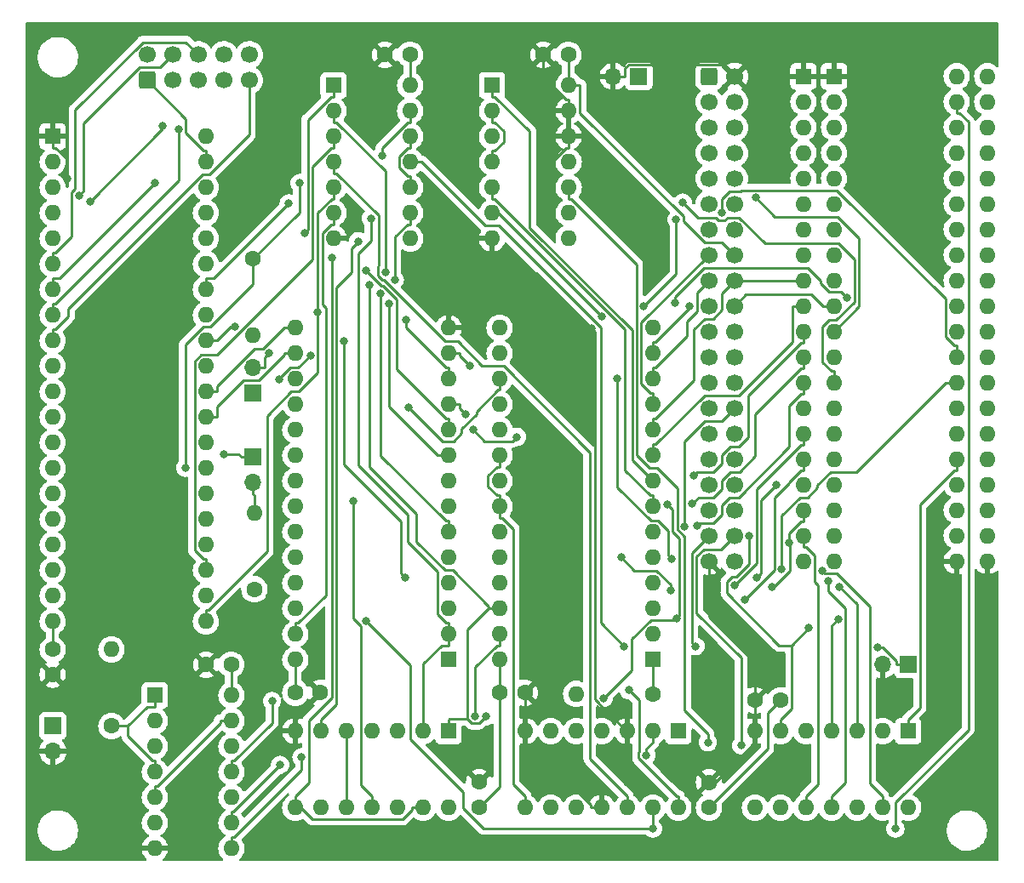
<source format=gbl>
G04 #@! TF.GenerationSoftware,KiCad,Pcbnew,(6.0.11)*
G04 #@! TF.CreationDate,2024-05-04T19:15:29+02:00*
G04 #@! TF.ProjectId,dolphindos3-kicad,646f6c70-6869-46e6-946f-73332d6b6963,2*
G04 #@! TF.SameCoordinates,Original*
G04 #@! TF.FileFunction,Copper,L2,Bot*
G04 #@! TF.FilePolarity,Positive*
%FSLAX46Y46*%
G04 Gerber Fmt 4.6, Leading zero omitted, Abs format (unit mm)*
G04 Created by KiCad (PCBNEW (6.0.11)) date 2024-05-04 19:15:29*
%MOMM*%
%LPD*%
G01*
G04 APERTURE LIST*
G04 Aperture macros list*
%AMRoundRect*
0 Rectangle with rounded corners*
0 $1 Rounding radius*
0 $2 $3 $4 $5 $6 $7 $8 $9 X,Y pos of 4 corners*
0 Add a 4 corners polygon primitive as box body*
4,1,4,$2,$3,$4,$5,$6,$7,$8,$9,$2,$3,0*
0 Add four circle primitives for the rounded corners*
1,1,$1+$1,$2,$3*
1,1,$1+$1,$4,$5*
1,1,$1+$1,$6,$7*
1,1,$1+$1,$8,$9*
0 Add four rect primitives between the rounded corners*
20,1,$1+$1,$2,$3,$4,$5,0*
20,1,$1+$1,$4,$5,$6,$7,0*
20,1,$1+$1,$6,$7,$8,$9,0*
20,1,$1+$1,$8,$9,$2,$3,0*%
G04 Aperture macros list end*
G04 #@! TA.AperFunction,ComponentPad*
%ADD10R,1.600000X1.600000*%
G04 #@! TD*
G04 #@! TA.AperFunction,ComponentPad*
%ADD11O,1.600000X1.600000*%
G04 #@! TD*
G04 #@! TA.AperFunction,ComponentPad*
%ADD12C,1.600000*%
G04 #@! TD*
G04 #@! TA.AperFunction,ComponentPad*
%ADD13R,1.700000X1.700000*%
G04 #@! TD*
G04 #@! TA.AperFunction,ComponentPad*
%ADD14O,1.700000X1.700000*%
G04 #@! TD*
G04 #@! TA.AperFunction,ComponentPad*
%ADD15RoundRect,0.250000X-0.600000X-0.600000X0.600000X-0.600000X0.600000X0.600000X-0.600000X0.600000X0*%
G04 #@! TD*
G04 #@! TA.AperFunction,ComponentPad*
%ADD16C,1.700000*%
G04 #@! TD*
G04 #@! TA.AperFunction,ComponentPad*
%ADD17RoundRect,0.250000X0.600000X-0.600000X0.600000X0.600000X-0.600000X0.600000X-0.600000X-0.600000X0*%
G04 #@! TD*
G04 #@! TA.AperFunction,ViaPad*
%ADD18C,0.800000*%
G04 #@! TD*
G04 #@! TA.AperFunction,Conductor*
%ADD19C,0.250000*%
G04 #@! TD*
G04 APERTURE END LIST*
D10*
X141732000Y-141996000D03*
D11*
X139192000Y-141996000D03*
X136652000Y-141996000D03*
X134112000Y-141996000D03*
X131572000Y-141996000D03*
X129032000Y-141996000D03*
X126492000Y-141996000D03*
X126492000Y-149616000D03*
X129032000Y-149616000D03*
X131572000Y-149616000D03*
X134112000Y-149616000D03*
X136652000Y-149616000D03*
X139192000Y-149616000D03*
X141732000Y-149616000D03*
D12*
X76708000Y-127889000D03*
D11*
X76708000Y-120269000D03*
D13*
X56642000Y-141478000D03*
D14*
X56642000Y-144018000D03*
D12*
X74397000Y-135382000D03*
X71897000Y-135382000D03*
X80772000Y-138176000D03*
X83272000Y-138176000D03*
X56642000Y-133878000D03*
X56642000Y-136378000D03*
X121920000Y-149606000D03*
X121920000Y-147106000D03*
D10*
X134361000Y-76835000D03*
D11*
X134361000Y-79375000D03*
X134361000Y-81915000D03*
X134361000Y-84455000D03*
X134361000Y-86995000D03*
X134361000Y-89535000D03*
X134361000Y-92075000D03*
X134361000Y-94615000D03*
X134361000Y-97155000D03*
X134361000Y-99695000D03*
X134361000Y-102235000D03*
X134361000Y-104775000D03*
X134361000Y-107315000D03*
X134361000Y-109855000D03*
X134361000Y-112395000D03*
X134361000Y-114935000D03*
X134361000Y-117475000D03*
X134361000Y-120015000D03*
X134361000Y-122555000D03*
X134361000Y-125095000D03*
X149601000Y-125095000D03*
X149601000Y-122555000D03*
X149601000Y-120015000D03*
X149601000Y-117475000D03*
X149601000Y-114935000D03*
X149601000Y-112395000D03*
X149601000Y-109855000D03*
X149601000Y-107315000D03*
X149601000Y-104775000D03*
X149601000Y-102235000D03*
X149601000Y-99695000D03*
X149601000Y-97155000D03*
X149601000Y-94615000D03*
X149601000Y-92075000D03*
X149601000Y-89535000D03*
X149601000Y-86995000D03*
X149601000Y-84455000D03*
X149601000Y-81915000D03*
X149601000Y-79375000D03*
X149601000Y-76835000D03*
D12*
X129012000Y-138938000D03*
X126512000Y-138938000D03*
D13*
X76581000Y-108336000D03*
D14*
X76581000Y-105796000D03*
D12*
X62484000Y-141478000D03*
D11*
X62484000Y-133858000D03*
D10*
X96012000Y-141986000D03*
D11*
X93472000Y-141986000D03*
X90932000Y-141986000D03*
X88392000Y-141986000D03*
X85852000Y-141986000D03*
X83312000Y-141986000D03*
X80772000Y-141986000D03*
X80772000Y-149606000D03*
X83312000Y-149606000D03*
X85852000Y-149606000D03*
X88392000Y-149606000D03*
X90932000Y-149606000D03*
X93472000Y-149606000D03*
X96012000Y-149606000D03*
D13*
X114940000Y-76835000D03*
D14*
X112400000Y-76835000D03*
D12*
X107930000Y-74676000D03*
X105430000Y-74676000D03*
D15*
X121920000Y-76830000D03*
D16*
X124460000Y-76830000D03*
X121920000Y-79370000D03*
X124460000Y-79370000D03*
X121920000Y-81910000D03*
X124460000Y-81910000D03*
X121920000Y-84450000D03*
X124460000Y-84450000D03*
X121920000Y-86990000D03*
X124460000Y-86990000D03*
X121920000Y-89530000D03*
X124460000Y-89530000D03*
X121920000Y-92070000D03*
X124460000Y-92070000D03*
X121920000Y-94610000D03*
X124460000Y-94610000D03*
X121920000Y-97150000D03*
X124460000Y-97150000D03*
X121920000Y-99690000D03*
X124460000Y-99690000D03*
X121920000Y-102230000D03*
X124460000Y-102230000D03*
X121920000Y-104770000D03*
X124460000Y-104770000D03*
X121920000Y-107310000D03*
X124460000Y-107310000D03*
X121920000Y-109850000D03*
X124460000Y-109850000D03*
X121920000Y-112390000D03*
X124460000Y-112390000D03*
X121920000Y-114930000D03*
X124460000Y-114930000D03*
X121920000Y-117470000D03*
X124460000Y-117470000D03*
X121920000Y-120010000D03*
X124460000Y-120010000D03*
X121920000Y-122550000D03*
X124460000Y-122550000D03*
X121920000Y-125090000D03*
X124460000Y-125090000D03*
D10*
X131318000Y-76830000D03*
D11*
X131318000Y-79370000D03*
X131318000Y-81910000D03*
X131318000Y-84450000D03*
X131318000Y-86990000D03*
X131318000Y-89530000D03*
X131318000Y-92070000D03*
X131318000Y-94610000D03*
X131318000Y-97150000D03*
X131318000Y-99690000D03*
X131318000Y-102230000D03*
X131318000Y-104770000D03*
X131318000Y-107310000D03*
X131318000Y-109850000D03*
X131318000Y-112390000D03*
X131318000Y-114930000D03*
X131318000Y-117470000D03*
X131318000Y-120010000D03*
X131318000Y-122550000D03*
X131318000Y-125090000D03*
X146558000Y-125090000D03*
X146558000Y-122550000D03*
X146558000Y-120010000D03*
X146558000Y-117470000D03*
X146558000Y-114930000D03*
X146558000Y-112390000D03*
X146558000Y-109850000D03*
X146558000Y-107310000D03*
X146558000Y-104770000D03*
X146558000Y-102230000D03*
X146558000Y-99690000D03*
X146558000Y-97150000D03*
X146558000Y-94610000D03*
X146558000Y-92070000D03*
X146558000Y-89530000D03*
X146558000Y-86990000D03*
X146558000Y-84450000D03*
X146558000Y-81910000D03*
X146558000Y-79370000D03*
X146558000Y-76830000D03*
D10*
X66802000Y-138430000D03*
D11*
X66802000Y-140970000D03*
X66802000Y-143510000D03*
X66802000Y-146050000D03*
X66802000Y-148590000D03*
X66802000Y-151130000D03*
X66802000Y-153670000D03*
X74422000Y-153670000D03*
X74422000Y-151130000D03*
X74422000Y-148590000D03*
X74422000Y-146050000D03*
X74422000Y-143510000D03*
X74422000Y-140970000D03*
X74422000Y-138430000D03*
D12*
X99060000Y-149586000D03*
X99060000Y-147086000D03*
X76581000Y-94996000D03*
D11*
X76581000Y-102616000D03*
D10*
X116332000Y-134874000D03*
D11*
X116332000Y-132334000D03*
X116332000Y-129794000D03*
X116332000Y-127254000D03*
X116332000Y-124714000D03*
X116332000Y-122174000D03*
X116332000Y-119634000D03*
X116332000Y-117094000D03*
X116332000Y-114554000D03*
X116332000Y-112014000D03*
X116332000Y-109474000D03*
X116332000Y-106934000D03*
X116332000Y-104394000D03*
X116332000Y-101854000D03*
X101092000Y-101854000D03*
X101092000Y-104394000D03*
X101092000Y-106934000D03*
X101092000Y-109474000D03*
X101092000Y-112014000D03*
X101092000Y-114554000D03*
X101092000Y-117094000D03*
X101092000Y-119634000D03*
X101092000Y-122174000D03*
X101092000Y-124714000D03*
X101092000Y-127254000D03*
X101092000Y-129794000D03*
X101092000Y-132334000D03*
X101092000Y-134874000D03*
D12*
X92182000Y-74676000D03*
X89682000Y-74676000D03*
D10*
X84582000Y-77724000D03*
D11*
X84582000Y-80264000D03*
X84582000Y-82804000D03*
X84582000Y-85344000D03*
X84582000Y-87884000D03*
X84582000Y-90424000D03*
X84582000Y-92964000D03*
X92202000Y-92964000D03*
X92202000Y-90424000D03*
X92202000Y-87884000D03*
X92202000Y-85344000D03*
X92202000Y-82804000D03*
X92202000Y-80264000D03*
X92202000Y-77724000D03*
D17*
X66040000Y-77216000D03*
D16*
X66040000Y-74676000D03*
X68580000Y-77216000D03*
X68580000Y-74676000D03*
X71120000Y-77216000D03*
X71120000Y-74676000D03*
X73660000Y-77216000D03*
X73660000Y-74676000D03*
X76200000Y-77216000D03*
X76200000Y-74676000D03*
D10*
X100340000Y-77719000D03*
D11*
X100340000Y-80259000D03*
X100340000Y-82799000D03*
X100340000Y-85339000D03*
X100340000Y-87879000D03*
X100340000Y-90419000D03*
X100340000Y-92959000D03*
X107960000Y-92959000D03*
X107960000Y-90419000D03*
X107960000Y-87879000D03*
X107960000Y-85339000D03*
X107960000Y-82799000D03*
X107960000Y-80259000D03*
X107960000Y-77719000D03*
D13*
X141732000Y-135382000D03*
D14*
X139192000Y-135382000D03*
D10*
X118877000Y-141996000D03*
D11*
X116337000Y-141996000D03*
X113797000Y-141996000D03*
X111257000Y-141996000D03*
X108717000Y-141996000D03*
X106177000Y-141996000D03*
X103637000Y-141996000D03*
X103637000Y-149616000D03*
X106177000Y-149616000D03*
X108717000Y-149616000D03*
X111257000Y-149616000D03*
X113797000Y-149616000D03*
X116337000Y-149616000D03*
X118877000Y-149616000D03*
D12*
X101112000Y-138176000D03*
X103612000Y-138176000D03*
D10*
X96017000Y-134889000D03*
D11*
X96017000Y-132349000D03*
X96017000Y-129809000D03*
X96017000Y-127269000D03*
X96017000Y-124729000D03*
X96017000Y-122189000D03*
X96017000Y-119649000D03*
X96017000Y-117109000D03*
X96017000Y-114569000D03*
X96017000Y-112029000D03*
X96017000Y-109489000D03*
X96017000Y-106949000D03*
X96017000Y-104409000D03*
X96017000Y-101869000D03*
X80777000Y-101869000D03*
X80777000Y-104409000D03*
X80777000Y-106949000D03*
X80777000Y-109489000D03*
X80777000Y-112029000D03*
X80777000Y-114569000D03*
X80777000Y-117109000D03*
X80777000Y-119649000D03*
X80777000Y-122189000D03*
X80777000Y-124729000D03*
X80777000Y-127269000D03*
X80777000Y-129809000D03*
X80777000Y-132349000D03*
X80777000Y-134889000D03*
D13*
X76581000Y-114681000D03*
D14*
X76581000Y-117221000D03*
D12*
X116332000Y-138303000D03*
D11*
X108712000Y-138303000D03*
D10*
X56637000Y-82804000D03*
D11*
X56637000Y-85344000D03*
X56637000Y-87884000D03*
X56637000Y-90424000D03*
X56637000Y-92964000D03*
X56637000Y-95504000D03*
X56637000Y-98044000D03*
X56637000Y-100584000D03*
X56637000Y-103124000D03*
X56637000Y-105664000D03*
X56637000Y-108204000D03*
X56637000Y-110744000D03*
X56637000Y-113284000D03*
X56637000Y-115824000D03*
X56637000Y-118364000D03*
X56637000Y-120904000D03*
X56637000Y-123444000D03*
X56637000Y-125984000D03*
X56637000Y-128524000D03*
X56637000Y-131064000D03*
X71877000Y-131064000D03*
X71877000Y-128524000D03*
X71877000Y-125984000D03*
X71877000Y-123444000D03*
X71877000Y-120904000D03*
X71877000Y-118364000D03*
X71877000Y-115824000D03*
X71877000Y-113284000D03*
X71877000Y-110744000D03*
X71877000Y-108204000D03*
X71877000Y-105664000D03*
X71877000Y-103124000D03*
X71877000Y-100584000D03*
X71877000Y-98044000D03*
X71877000Y-95504000D03*
X71877000Y-92964000D03*
X71877000Y-90424000D03*
X71877000Y-87884000D03*
X71877000Y-85344000D03*
X71877000Y-82804000D03*
D18*
X69822800Y-115782900D03*
X113938300Y-137916700D03*
X81196700Y-87442200D03*
X113768200Y-147106000D03*
X58074600Y-86995700D03*
X105209900Y-89615000D03*
X103637000Y-145743900D03*
X110241300Y-101941300D03*
X80109400Y-89484100D03*
X116337000Y-151697300D03*
X87830100Y-131077800D03*
X140462000Y-151697300D03*
X83000400Y-100306300D03*
X97723900Y-110448600D03*
X74747400Y-101788200D03*
X91756500Y-101060700D03*
X102822400Y-112718800D03*
X87802200Y-96156700D03*
X98460600Y-112029000D03*
X82273400Y-104620600D03*
X98136300Y-105637400D03*
X119976800Y-99690000D03*
X79174900Y-106972900D03*
X118572200Y-99368400D03*
X135619500Y-98830900D03*
X126563000Y-88893600D03*
X118662500Y-91076900D03*
X115443100Y-99678000D03*
X123190100Y-90422100D03*
X111276600Y-100761400D03*
X129160100Y-125836200D03*
X92044500Y-109784100D03*
X112810400Y-106933100D03*
X118240500Y-124876200D03*
X119302100Y-89390100D03*
X119494500Y-121634100D03*
X124475200Y-127457400D03*
X134888500Y-127616200D03*
X125470500Y-128959700D03*
X111424900Y-138708600D03*
X118747700Y-130787800D03*
X117744300Y-119405800D03*
X78458100Y-139008100D03*
X126652800Y-126731700D03*
X128645800Y-117470000D03*
X125926100Y-122555600D03*
X131866900Y-131735800D03*
X113177200Y-124714000D03*
X129871400Y-123290600D03*
X118139700Y-127976500D03*
X128186000Y-127682500D03*
X120574400Y-133548900D03*
X113495500Y-133548900D03*
X125128900Y-143421400D03*
X133803000Y-127065000D03*
X59267400Y-88699500D03*
X60374100Y-89287800D03*
X67611900Y-81791700D03*
X66825900Y-87416200D03*
X69170600Y-82103800D03*
X90067500Y-99495600D03*
X120370600Y-116560700D03*
X120267200Y-119382400D03*
X120756700Y-121590800D03*
X89281100Y-98479900D03*
X90664400Y-97096600D03*
X133205000Y-126073400D03*
X88295100Y-90962100D03*
X89393900Y-84726400D03*
X134765100Y-130839100D03*
X88186000Y-97569200D03*
X99718200Y-140536200D03*
X89726000Y-96356200D03*
X98634300Y-140484500D03*
X86545800Y-119101600D03*
X121803500Y-143122900D03*
X81742500Y-92408500D03*
X84410900Y-94860800D03*
X87019700Y-93248100D03*
X115701000Y-144395500D03*
X79261900Y-145351100D03*
X81381400Y-144596000D03*
X138661800Y-133681700D03*
X91720400Y-126744000D03*
X78192500Y-104402800D03*
X85600100Y-103159300D03*
X73661700Y-114410900D03*
D19*
X56642000Y-132195900D02*
X56642000Y-133878000D01*
X81196700Y-90380300D02*
X76581000Y-94996000D01*
X56637000Y-131064000D02*
X56637000Y-132190900D01*
X121920000Y-149606000D02*
X127762000Y-143764000D01*
X118877000Y-148489100D02*
X118715900Y-148489100D01*
X80772000Y-136020900D02*
X80772000Y-138176000D01*
X101112000Y-147534000D02*
X99060000Y-149586000D01*
X74422000Y-138430000D02*
X74422000Y-137303100D01*
X124460000Y-94610000D02*
X123190000Y-93340000D01*
X123190000Y-93340000D02*
X121495500Y-93340000D01*
X72348700Y-101710900D02*
X71649200Y-101710900D01*
X76581000Y-97478600D02*
X72348700Y-101710900D01*
X92202000Y-77724000D02*
X92202000Y-76597100D01*
X121495500Y-93340000D02*
X119389400Y-91233900D01*
X101092000Y-134874000D02*
X101092000Y-136000900D01*
X114978500Y-138956900D02*
X113938300Y-137916700D01*
X101092000Y-136000900D02*
X101112000Y-136020900D01*
X80777000Y-136015900D02*
X80772000Y-136020900D01*
X76581000Y-94996000D02*
X76581000Y-97478600D01*
X92202000Y-76597100D02*
X92182000Y-76577100D01*
X114922300Y-144095300D02*
X114978500Y-144039100D01*
X101112000Y-138176000D02*
X101112000Y-147534000D01*
X118715900Y-148489100D02*
X114922300Y-144695500D01*
X114978500Y-144039100D02*
X114978500Y-138956900D01*
X56637000Y-132190900D02*
X56642000Y-132195900D01*
X81196700Y-87442200D02*
X81196700Y-90380300D01*
X119389400Y-90775800D02*
X109086900Y-80473300D01*
X107960000Y-77719000D02*
X107960000Y-76592100D01*
X127762000Y-140188000D02*
X129012000Y-138938000D01*
X114922300Y-144695500D02*
X114922300Y-144095300D01*
X119389400Y-91233900D02*
X119389400Y-90775800D01*
X107960000Y-77719000D02*
X109086900Y-77719000D01*
X101112000Y-136020900D02*
X101112000Y-138176000D01*
X80777000Y-134889000D02*
X80777000Y-136015900D01*
X107960000Y-76592100D02*
X107930000Y-76562100D01*
X74422000Y-137303100D02*
X74397000Y-137278100D01*
X127762000Y-143764000D02*
X127762000Y-140188000D01*
X118877000Y-149616000D02*
X118877000Y-148489100D01*
X69822800Y-103537300D02*
X69822800Y-115782900D01*
X92182000Y-76577100D02*
X92182000Y-74676000D01*
X107930000Y-76562100D02*
X107930000Y-74676000D01*
X109086900Y-80473300D02*
X109086900Y-77719000D01*
X71649200Y-101710900D02*
X69822800Y-103537300D01*
X74397000Y-137278100D02*
X74397000Y-135382000D01*
X113797000Y-143122900D02*
X113797000Y-147077200D01*
X110544100Y-138856800D02*
X110544100Y-102244100D01*
X113797000Y-142559400D02*
X113797000Y-142223500D01*
X100340000Y-92959000D02*
X100340000Y-94085900D01*
X103612000Y-138176000D02*
X103612000Y-140844100D01*
X126492000Y-141996000D02*
X126492000Y-138958000D01*
X113797000Y-147077200D02*
X113768200Y-147106000D01*
X107678300Y-79132100D02*
X105430000Y-76883800D01*
X80772000Y-141986000D02*
X80772000Y-140859100D01*
X122523400Y-147106000D02*
X126492000Y-143137400D01*
X56637000Y-83930900D02*
X56918700Y-83930900D01*
X126512000Y-135202100D02*
X121920000Y-130610100D01*
X83272000Y-138359100D02*
X80772000Y-140859100D01*
X105209900Y-86442500D02*
X107726500Y-83925900D01*
X103637000Y-141996000D02*
X103637000Y-143122900D01*
X110130100Y-149616000D02*
X110130100Y-149349800D01*
X107960000Y-82799000D02*
X107960000Y-80259000D01*
X107960000Y-82799000D02*
X107960000Y-83925900D01*
X103637000Y-145743900D02*
X103637000Y-143122900D01*
X83272000Y-138176000D02*
X83272000Y-138359100D01*
X107960000Y-80259000D02*
X107960000Y-79132100D01*
X103612000Y-140844100D02*
X103637000Y-140869100D01*
X110130100Y-149349800D02*
X106524200Y-145743900D01*
X105430000Y-76883800D02*
X105430000Y-74676000D01*
X110544100Y-102244100D02*
X110241300Y-101941300D01*
X113797000Y-142109700D02*
X113797000Y-142223500D01*
X126492000Y-138958000D02*
X126512000Y-138938000D01*
X100340000Y-96419100D02*
X104719100Y-96419100D01*
X121920000Y-147106000D02*
X122523400Y-147106000D01*
X104719100Y-96419100D02*
X110241300Y-101941300D01*
X103637000Y-141996000D02*
X103637000Y-140869100D01*
X106524200Y-145743900D02*
X103637000Y-145743900D01*
X56637000Y-82804000D02*
X56637000Y-83930900D01*
X126492000Y-143137400D02*
X126492000Y-141996000D01*
X123263500Y-75633500D02*
X124460000Y-76830000D01*
X58074600Y-85086800D02*
X58074600Y-86995700D01*
X113576900Y-76835000D02*
X113576900Y-76025900D01*
X126512000Y-138938000D02*
X126512000Y-135202100D01*
X100340000Y-96419100D02*
X96017000Y-100742100D01*
X112400000Y-76835000D02*
X113576900Y-76835000D01*
X107726500Y-83925900D02*
X107960000Y-83925900D01*
X113797000Y-142559400D02*
X113797000Y-143122900D01*
X107960000Y-79132100D02*
X107678300Y-79132100D01*
X96017000Y-101869000D02*
X96017000Y-100742100D01*
X113576900Y-76025900D02*
X113969300Y-75633500D01*
X100340000Y-94085900D02*
X100340000Y-96419100D01*
X56918700Y-83930900D02*
X58074600Y-85086800D01*
X113797000Y-142109700D02*
X110544100Y-138856800D01*
X111257000Y-149616000D02*
X110130100Y-149616000D01*
X113969300Y-75633500D02*
X123263500Y-75633500D01*
X105209900Y-89615000D02*
X105209900Y-86442500D01*
X121920000Y-130610100D02*
X121920000Y-125090000D01*
X113797000Y-141996000D02*
X113797000Y-142109700D01*
X71877000Y-98044000D02*
X71877000Y-96917100D01*
X72676400Y-96917100D02*
X80109400Y-89484100D01*
X71877000Y-96917100D02*
X72676400Y-96917100D01*
X146558000Y-79370000D02*
X146558000Y-80496900D01*
X146839700Y-80496900D02*
X147709700Y-81366900D01*
X97473000Y-148045100D02*
X92202000Y-142774100D01*
X147709700Y-81366900D02*
X147709700Y-141838100D01*
X116337000Y-149616000D02*
X116337000Y-151697300D01*
X99524300Y-151697300D02*
X97473000Y-149646000D01*
X92202000Y-142774100D02*
X92202000Y-135449700D01*
X92202000Y-135449700D02*
X87830100Y-131077800D01*
X140462000Y-149085800D02*
X140462000Y-151697300D01*
X97473000Y-149646000D02*
X97473000Y-148045100D01*
X146558000Y-80496900D02*
X146839700Y-80496900D01*
X147709700Y-141838100D02*
X140462000Y-149085800D01*
X116337000Y-151697300D02*
X99524300Y-151697300D01*
X80387500Y-108219000D02*
X77973200Y-110633300D01*
X81123400Y-108219000D02*
X80387500Y-108219000D01*
X83000400Y-90398000D02*
X83000400Y-100306300D01*
X84582000Y-87884000D02*
X84582000Y-89010900D01*
X77973200Y-110633300D02*
X77973200Y-124076700D01*
X84387500Y-89010900D02*
X83000400Y-90398000D01*
X83000400Y-106342000D02*
X81123400Y-108219000D01*
X83000400Y-100306300D02*
X83000400Y-106342000D01*
X77973200Y-124076700D02*
X72112800Y-129937100D01*
X84582000Y-89010900D02*
X84387500Y-89010900D01*
X72112800Y-129937100D02*
X71877000Y-129937100D01*
X71877000Y-131064000D02*
X71877000Y-129937100D01*
X115193900Y-107431200D02*
X115193900Y-101336100D01*
X116109800Y-108347100D02*
X115193900Y-107431200D01*
X97143900Y-109489000D02*
X97143900Y-109868600D01*
X116332000Y-108347100D02*
X116109800Y-108347100D01*
X97143900Y-109868600D02*
X97723900Y-110448600D01*
X96017000Y-109489000D02*
X97143900Y-109489000D01*
X115193900Y-101336100D02*
X121920000Y-94610000D01*
X116332000Y-109474000D02*
X116332000Y-108347100D01*
X96017000Y-105822100D02*
X95783500Y-105822100D01*
X119720800Y-102700000D02*
X116613700Y-105807100D01*
X95783500Y-105822100D02*
X91756500Y-101795100D01*
X119720800Y-101228900D02*
X119720800Y-102700000D01*
X116332000Y-106934000D02*
X116332000Y-105807100D01*
X116613700Y-105807100D02*
X116332000Y-105807100D01*
X71877000Y-103124000D02*
X73003900Y-103124000D01*
X120723400Y-100226300D02*
X119720800Y-101228900D01*
X120723400Y-98346600D02*
X120723400Y-100226300D01*
X121920000Y-97150000D02*
X120723400Y-98346600D01*
X74339700Y-101788200D02*
X74747400Y-101788200D01*
X91756500Y-101795100D02*
X91756500Y-101060700D01*
X96017000Y-106949000D02*
X96017000Y-105822100D01*
X73003900Y-103124000D02*
X74339700Y-101788200D01*
X123190000Y-98420000D02*
X123190000Y-100084800D01*
X122314800Y-100960000D02*
X121460800Y-100960000D01*
X96017000Y-110902100D02*
X95783500Y-110902100D01*
X116332000Y-112014000D02*
X116332000Y-110887100D01*
X102400300Y-113140900D02*
X99572500Y-113140900D01*
X90849300Y-105967900D02*
X90849300Y-99004000D01*
X89291800Y-97646300D02*
X87802200Y-96156700D01*
X124460000Y-97150000D02*
X123190000Y-98420000D01*
X120382200Y-107070400D02*
X116565500Y-110887100D01*
X96017000Y-112029000D02*
X96017000Y-110902100D01*
X102822400Y-112718800D02*
X102400300Y-113140900D01*
X90849300Y-99004000D02*
X89491600Y-97646300D01*
X123190000Y-100084800D02*
X122314800Y-100960000D01*
X99572500Y-113140900D02*
X98460600Y-112029000D01*
X131318000Y-97150000D02*
X130191100Y-97150000D01*
X120382200Y-102038600D02*
X120382200Y-107070400D01*
X95783500Y-110902100D02*
X90849300Y-105967900D01*
X121460800Y-100960000D02*
X120382200Y-102038600D01*
X130191100Y-97150000D02*
X124460000Y-97150000D01*
X89491600Y-97646300D02*
X89291800Y-97646300D01*
X116565500Y-110887100D02*
X116332000Y-110887100D01*
X116332000Y-104394000D02*
X116332000Y-103267100D01*
X116589500Y-103267100D02*
X119976800Y-99879800D01*
X79174900Y-106900900D02*
X80253700Y-105822100D01*
X97143900Y-104409000D02*
X97143900Y-104645000D01*
X116332000Y-103267100D02*
X116589500Y-103267100D01*
X80253700Y-105822100D02*
X81071900Y-105822100D01*
X81071900Y-105822100D02*
X82273400Y-104620600D01*
X97143900Y-104645000D02*
X98136300Y-105637400D01*
X96017000Y-104409000D02*
X97143900Y-104409000D01*
X79174900Y-106972900D02*
X79174900Y-106900900D01*
X119976800Y-99879800D02*
X119976800Y-99690000D01*
X132095700Y-98556600D02*
X133234100Y-99695000D01*
X134361000Y-99695000D02*
X133234100Y-99695000D01*
X125593400Y-98556600D02*
X132095700Y-98556600D01*
X124460000Y-99690000D02*
X125593400Y-98556600D01*
X118572200Y-99368400D02*
X118572200Y-98796900D01*
X73003900Y-108204000D02*
X73003900Y-107659400D01*
X135070500Y-98281900D02*
X135619500Y-98830900D01*
X71877000Y-108204000D02*
X73003900Y-108204000D01*
X133879100Y-98281900D02*
X135070500Y-98281900D01*
X131780600Y-95937300D02*
X132998800Y-97155500D01*
X132998800Y-97155500D02*
X132998800Y-97401600D01*
X80777000Y-101869000D02*
X79650100Y-101869000D01*
X121431800Y-95937300D02*
X131780600Y-95937300D01*
X132998800Y-97401600D02*
X133879100Y-98281900D01*
X77560500Y-103958600D02*
X79650100Y-101869000D01*
X73003900Y-107659400D02*
X76704700Y-103958600D01*
X118572200Y-98796900D02*
X121431800Y-95937300D01*
X76704700Y-103958600D02*
X77560500Y-103958600D01*
X128474400Y-90805000D02*
X134716100Y-90805000D01*
X126563000Y-88893600D02*
X128474400Y-90805000D01*
X134716100Y-90805000D02*
X136853400Y-92942300D01*
X136853400Y-99742600D02*
X134361000Y-102235000D01*
X136853400Y-92942300D02*
X136853400Y-99742600D01*
X115443100Y-99678000D02*
X118662500Y-96458600D01*
X146558000Y-104770000D02*
X146558000Y-103643100D01*
X125184800Y-88165400D02*
X125090200Y-88260000D01*
X134615300Y-88165400D02*
X125184800Y-88165400D01*
X79650100Y-104573400D02*
X79650100Y-104409000D01*
X73003900Y-110744000D02*
X73003900Y-109708900D01*
X145431100Y-98981200D02*
X134615300Y-88165400D01*
X73003900Y-109708900D02*
X75646800Y-107066000D01*
X123190100Y-89051600D02*
X123190100Y-90422100D01*
X146558000Y-103643100D02*
X146276200Y-103643100D01*
X75646800Y-107066000D02*
X77157500Y-107066000D01*
X118662500Y-96458600D02*
X118662500Y-91076900D01*
X145431100Y-102798000D02*
X145431100Y-98981200D01*
X146276200Y-103643100D02*
X145431100Y-102798000D01*
X125090200Y-88260000D02*
X123981700Y-88260000D01*
X123981700Y-88260000D02*
X123190100Y-89051600D01*
X77157500Y-107066000D02*
X79650100Y-104573400D01*
X80777000Y-104409000D02*
X79650100Y-104409000D01*
X71877000Y-110744000D02*
X73003900Y-110744000D01*
X100340000Y-90419000D02*
X100934200Y-90419000D01*
X100934200Y-90419000D02*
X111276600Y-100761400D01*
X97329800Y-112366900D02*
X96489400Y-113207300D01*
X96489400Y-113207300D02*
X95467700Y-113207300D01*
X116144900Y-121047100D02*
X112810500Y-117712700D01*
X131711800Y-118740000D02*
X130960700Y-118740000D01*
X117863800Y-122074200D02*
X116836700Y-121047100D01*
X101092000Y-107990900D02*
X100965800Y-107990900D01*
X134020400Y-116205000D02*
X132692400Y-117533000D01*
X117863800Y-124499500D02*
X117863800Y-122074200D01*
X98776700Y-110180000D02*
X98776700Y-110467300D01*
X112810500Y-117712700D02*
X112810500Y-106933100D01*
X97329800Y-111914200D02*
X97329800Y-112366900D01*
X98776700Y-110467300D02*
X97329800Y-111914200D01*
X136536100Y-116205000D02*
X134020400Y-116205000D01*
X100965800Y-107990900D02*
X98776700Y-110180000D01*
X146558000Y-107310000D02*
X145431100Y-107310000D01*
X129134200Y-120566500D02*
X129134200Y-125810300D01*
X132692400Y-117533000D02*
X132692400Y-117759400D01*
X130960700Y-118740000D02*
X129134200Y-120566500D01*
X95467700Y-113207300D02*
X92044500Y-109784100D01*
X145431100Y-107310000D02*
X136536100Y-116205000D01*
X132692400Y-117759400D02*
X131711800Y-118740000D01*
X112810500Y-106933100D02*
X112810400Y-106933100D01*
X118240500Y-124876200D02*
X117863800Y-124499500D01*
X129134200Y-125810300D02*
X129160100Y-125836200D01*
X101092000Y-106934000D02*
X101092000Y-107990900D01*
X116836700Y-121047100D02*
X116144900Y-121047100D01*
X122615400Y-90875300D02*
X122889100Y-91149000D01*
X134576200Y-101105400D02*
X133849200Y-101105400D01*
X124929700Y-90875300D02*
X127489000Y-93434600D01*
X122889100Y-91149000D02*
X123491200Y-91149000D01*
X134079300Y-106188100D02*
X134361000Y-106188100D01*
X127489000Y-93434600D02*
X134786900Y-93434600D01*
X136373200Y-99308400D02*
X134576200Y-101105400D01*
X136373200Y-95020900D02*
X136373200Y-99308400D01*
X133849200Y-101105400D02*
X133204200Y-101750400D01*
X134361000Y-107315000D02*
X134361000Y-106188100D01*
X133204200Y-101750400D02*
X133204200Y-105313000D01*
X123491200Y-91149000D02*
X123764900Y-90875300D01*
X133204200Y-105313000D02*
X134079300Y-106188100D01*
X134786900Y-93434600D02*
X136373200Y-95020900D01*
X120787300Y-90875300D02*
X122615400Y-90875300D01*
X123764900Y-90875300D02*
X124929700Y-90875300D01*
X119302100Y-89390100D02*
X120787300Y-90875300D01*
X123190000Y-111120000D02*
X124460000Y-109850000D01*
X121517700Y-111120000D02*
X123190000Y-111120000D01*
X119494500Y-121634100D02*
X119494500Y-113143200D01*
X119494500Y-113143200D02*
X121517700Y-111120000D01*
X131052400Y-113516900D02*
X126667200Y-117902100D01*
X131318000Y-113516900D02*
X131052400Y-113516900D01*
X126667200Y-117902100D02*
X126667200Y-125265400D01*
X131318000Y-112390000D02*
X131318000Y-113516900D01*
X126667200Y-125265400D02*
X124475200Y-127457400D01*
X136652000Y-141996000D02*
X136652000Y-129379700D01*
X136652000Y-129379700D02*
X134888500Y-127616200D01*
X129903400Y-117220900D02*
X129903400Y-117293000D01*
X131318000Y-114930000D02*
X131318000Y-116056900D01*
X131318000Y-116056900D02*
X131067400Y-116056900D01*
X128431000Y-125999200D02*
X125470500Y-128959700D01*
X128431000Y-118765400D02*
X128431000Y-125999200D01*
X131067400Y-116056900D02*
X129903400Y-117220900D01*
X129903400Y-117293000D02*
X128431000Y-118765400D01*
X116134300Y-130925100D02*
X114222400Y-132837000D01*
X78458100Y-141168700D02*
X78458100Y-139008100D01*
X118997200Y-122803800D02*
X118997200Y-130538300D01*
X118747700Y-130787800D02*
X118610400Y-130925100D01*
X74422000Y-144923100D02*
X74703700Y-144923100D01*
X74703700Y-144923100D02*
X78458100Y-141168700D01*
X118610400Y-130925100D02*
X116134300Y-130925100D01*
X117744300Y-119405800D02*
X118315700Y-119977200D01*
X118315700Y-119977200D02*
X118315700Y-122122300D01*
X74422000Y-146050000D02*
X74422000Y-144923100D01*
X114222400Y-132837000D02*
X114222400Y-135911100D01*
X118997200Y-130538300D02*
X118747700Y-130787800D01*
X118315700Y-122122300D02*
X118997200Y-122803800D01*
X114222400Y-135911100D02*
X111424900Y-138708600D01*
X127119200Y-126265300D02*
X127119200Y-118996600D01*
X126652800Y-126731700D02*
X127119200Y-126265300D01*
X127119200Y-118996600D02*
X128645800Y-117470000D01*
X130139200Y-133467100D02*
X130139200Y-139761900D01*
X124654500Y-126601100D02*
X124222400Y-126601100D01*
X130137400Y-133465300D02*
X131866900Y-131735800D01*
X130139200Y-139761900D02*
X129032000Y-140869100D01*
X128906300Y-133465300D02*
X130137400Y-133465300D01*
X125926100Y-122555600D02*
X125926100Y-125329500D01*
X130137400Y-133465300D02*
X130139200Y-133467100D01*
X123704300Y-128263300D02*
X128906300Y-133465300D01*
X129032000Y-141996000D02*
X129032000Y-140869100D01*
X124222400Y-126601100D02*
X123704300Y-127119200D01*
X125926100Y-125329500D02*
X124654500Y-126601100D01*
X123704300Y-127119200D02*
X123704300Y-128263300D01*
X131318000Y-120010000D02*
X131318000Y-121136900D01*
X129871400Y-123290600D02*
X129871400Y-122350000D01*
X118139700Y-127976500D02*
X118139700Y-127439600D01*
X129951300Y-126082900D02*
X129951300Y-123370500D01*
X131084500Y-121136900D02*
X131318000Y-121136900D01*
X114476600Y-126013400D02*
X113177200Y-124714000D01*
X128351700Y-127682500D02*
X129951300Y-126082900D01*
X129871400Y-122350000D02*
X131084500Y-121136900D01*
X116713500Y-126013400D02*
X114476600Y-126013400D01*
X118139700Y-127439600D02*
X116713500Y-126013400D01*
X128186000Y-127682500D02*
X128351700Y-127682500D01*
X129951300Y-123370500D02*
X129871400Y-123290600D01*
X113495500Y-133548900D02*
X111181800Y-131235200D01*
X100971300Y-91643300D02*
X99628200Y-91643300D01*
X120192200Y-124277800D02*
X120192200Y-133166700D01*
X111181800Y-101853800D02*
X100971300Y-91643300D01*
X111181800Y-131235200D02*
X111181800Y-101853800D01*
X92202000Y-85344000D02*
X93328900Y-85344000D01*
X99628200Y-91643300D02*
X93328900Y-85344000D01*
X120192200Y-133166700D02*
X120574400Y-133548900D01*
X121920000Y-122550000D02*
X120192200Y-124277800D01*
X120694400Y-124644300D02*
X120694400Y-130248500D01*
X121425600Y-123913100D02*
X120694400Y-124644300D01*
X125128900Y-134683000D02*
X125128900Y-143421400D01*
X124460000Y-122550000D02*
X123096900Y-123913100D01*
X123096900Y-123913100D02*
X121425600Y-123913100D01*
X120694400Y-130248500D02*
X125128900Y-134683000D01*
X134112000Y-149616000D02*
X134112000Y-148489100D01*
X135492000Y-147109100D02*
X135492000Y-129765800D01*
X133803000Y-128076800D02*
X133803000Y-127065000D01*
X134112000Y-148489100D02*
X135492000Y-147109100D01*
X135492000Y-129765800D02*
X133803000Y-128076800D01*
X71672900Y-84217100D02*
X69897500Y-82441700D01*
X71877000Y-84217100D02*
X71672900Y-84217100D01*
X69897500Y-81073500D02*
X66040000Y-77216000D01*
X71877000Y-85344000D02*
X71877000Y-84217100D01*
X69897500Y-82441700D02*
X69897500Y-81073500D01*
X59267400Y-88699500D02*
X59732100Y-88234800D01*
X65283200Y-75945500D02*
X67310500Y-75945500D01*
X59732100Y-88234800D02*
X59732100Y-81496600D01*
X59732100Y-81496600D02*
X65283200Y-75945500D01*
X67310500Y-75945500D02*
X68580000Y-74676000D01*
X67611900Y-82050000D02*
X67611900Y-81791700D01*
X60374100Y-89287800D02*
X67611900Y-82050000D01*
X65581800Y-73441300D02*
X58887300Y-80135800D01*
X71120000Y-74676000D02*
X69885300Y-73441300D01*
X56637000Y-95504000D02*
X56637000Y-94377100D01*
X58887300Y-88051700D02*
X58540500Y-88398500D01*
X69885300Y-73441300D02*
X65581800Y-73441300D01*
X58540500Y-92755300D02*
X56918700Y-94377100D01*
X58887300Y-80135800D02*
X58887300Y-88051700D01*
X58540500Y-88398500D02*
X58540500Y-92755300D01*
X56918700Y-94377100D02*
X56637000Y-94377100D01*
X56637000Y-98044000D02*
X56637000Y-96917100D01*
X56637000Y-96917100D02*
X57325000Y-96917100D01*
X57325000Y-96917100D02*
X66825900Y-87416200D01*
X56918700Y-99457100D02*
X69170600Y-87205200D01*
X56637000Y-99457100D02*
X56918700Y-99457100D01*
X69170600Y-87205200D02*
X69170600Y-82103800D01*
X56637000Y-100584000D02*
X56637000Y-99457100D01*
X56637000Y-103124000D02*
X56637000Y-101997100D01*
X72214500Y-86614000D02*
X76200000Y-82628500D01*
X56918800Y-101997100D02*
X58214300Y-100701600D01*
X56637000Y-101997100D02*
X56918800Y-101997100D01*
X58214300Y-99949600D02*
X71549900Y-86614000D01*
X58214300Y-100701600D02*
X58214300Y-99949600D01*
X71549900Y-86614000D02*
X72214500Y-86614000D01*
X76200000Y-82628500D02*
X76200000Y-77216000D01*
X94890100Y-114569000D02*
X90067500Y-109746400D01*
X124865300Y-108580000D02*
X130191100Y-103254200D01*
X121475000Y-108580000D02*
X124865300Y-108580000D01*
X116332000Y-114554000D02*
X116332000Y-113427100D01*
X116627900Y-113427100D02*
X121475000Y-108580000D01*
X96017000Y-114569000D02*
X94890100Y-114569000D01*
X116332000Y-113427100D02*
X116627900Y-113427100D01*
X130191100Y-103254200D02*
X130191100Y-99690000D01*
X90067500Y-109746400D02*
X90067500Y-99495600D01*
X131318000Y-99690000D02*
X130191100Y-99690000D01*
X125802500Y-108638900D02*
X125802500Y-112781600D01*
X104086200Y-91899400D02*
X104086200Y-82310400D01*
X114289300Y-115051300D02*
X114289300Y-102102500D01*
X131318000Y-103356900D02*
X131084500Y-103356900D01*
X124038100Y-113660000D02*
X123207900Y-114490200D01*
X123207900Y-114490200D02*
X123207900Y-115343000D01*
X122350900Y-116200000D02*
X120731300Y-116200000D01*
X123207900Y-115343000D02*
X122350900Y-116200000D01*
X125802500Y-112781600D02*
X124924100Y-113660000D01*
X131084500Y-103356900D02*
X125802500Y-108638900D01*
X100340000Y-77719000D02*
X100340000Y-78845900D01*
X100621700Y-78845900D02*
X100340000Y-78845900D01*
X124924100Y-113660000D02*
X124038100Y-113660000D01*
X116332000Y-117094000D02*
X114289300Y-115051300D01*
X114289300Y-102102500D02*
X104086200Y-91899400D01*
X131318000Y-102230000D02*
X131318000Y-103356900D01*
X104086200Y-82310400D02*
X100621700Y-78845900D01*
X120731300Y-116200000D02*
X120370600Y-116560700D01*
X100340000Y-87879000D02*
X100340000Y-89005900D01*
X131067400Y-105896900D02*
X126513900Y-110450400D01*
X131318000Y-105896900D02*
X131067400Y-105896900D01*
X122350900Y-118740000D02*
X120909600Y-118740000D01*
X116050300Y-118507100D02*
X116332000Y-118507100D01*
X124038100Y-116200000D02*
X123207900Y-117030200D01*
X123207900Y-117030200D02*
X123207900Y-117883000D01*
X131318000Y-104770000D02*
X131318000Y-105896900D01*
X113559400Y-102011700D02*
X113559400Y-116016200D01*
X113559400Y-116016200D02*
X116050300Y-118507100D01*
X116332000Y-119634000D02*
X116332000Y-118507100D01*
X100340000Y-89005900D02*
X100553600Y-89005900D01*
X124945900Y-116200000D02*
X124038100Y-116200000D01*
X123207900Y-117883000D02*
X122350900Y-118740000D01*
X126513900Y-110450400D02*
X126513900Y-114632000D01*
X100553600Y-89005900D02*
X113559400Y-102011700D01*
X126513900Y-114632000D02*
X124945900Y-116200000D01*
X120909600Y-118740000D02*
X120267200Y-119382400D01*
X92202000Y-91550900D02*
X91920300Y-91550900D01*
X124889700Y-118740000D02*
X123981700Y-118740000D01*
X96017000Y-121062100D02*
X95735300Y-121062100D01*
X123981700Y-118740000D02*
X123190000Y-119531700D01*
X90664400Y-92806800D02*
X90664400Y-97096600D01*
X121067500Y-121280000D02*
X120756700Y-121590800D01*
X89281100Y-114607900D02*
X89281100Y-98479900D01*
X131084500Y-108436900D02*
X129903400Y-109618000D01*
X129903400Y-109618000D02*
X129903400Y-113726300D01*
X91920300Y-91550900D02*
X90664400Y-92806800D01*
X96017000Y-122189000D02*
X96017000Y-121062100D01*
X123190000Y-119531700D02*
X123190000Y-120478800D01*
X123190000Y-120478800D02*
X122388800Y-121280000D01*
X95735300Y-121062100D02*
X89281100Y-114607900D01*
X131318000Y-107310000D02*
X131318000Y-108436900D01*
X131318000Y-108436900D02*
X131084500Y-108436900D01*
X129903400Y-113726300D02*
X124889700Y-118740000D01*
X92202000Y-90424000D02*
X92202000Y-91550900D01*
X122388800Y-121280000D02*
X121067500Y-121280000D01*
X132444900Y-124522000D02*
X132444900Y-127159800D01*
X131572000Y-149616000D02*
X131572000Y-148489100D01*
X132444900Y-127159800D02*
X132742700Y-127457600D01*
X132742700Y-127457600D02*
X132742700Y-147318400D01*
X131318000Y-123676900D02*
X131599800Y-123676900D01*
X131599800Y-123676900D02*
X132444900Y-124522000D01*
X131318000Y-122550000D02*
X131318000Y-123676900D01*
X132742700Y-147318400D02*
X131572000Y-148489100D01*
X137922000Y-147219100D02*
X137922000Y-129606700D01*
X139192000Y-149616000D02*
X139192000Y-148489100D01*
X133468600Y-126337000D02*
X133205000Y-126073400D01*
X134652300Y-126337000D02*
X133468600Y-126337000D01*
X139192000Y-148489100D02*
X137922000Y-147219100D01*
X137922000Y-129606700D02*
X134652300Y-126337000D01*
X95735200Y-131222100D02*
X94890100Y-130377000D01*
X95312600Y-133475900D02*
X93472000Y-135316500D01*
X93472000Y-135316500D02*
X93472000Y-140859100D01*
X96017000Y-133475900D02*
X95312600Y-133475900D01*
X96017000Y-132349000D02*
X96017000Y-131222100D01*
X88295100Y-93199800D02*
X88295100Y-90962100D01*
X93472000Y-141986000D02*
X93472000Y-140859100D01*
X91968500Y-81390900D02*
X89393900Y-83965500D01*
X96017000Y-132912400D02*
X96017000Y-133475900D01*
X92202000Y-81390900D02*
X91968500Y-81390900D01*
X89393900Y-83965500D02*
X89393900Y-84726400D01*
X91945500Y-120463000D02*
X87035000Y-115552500D01*
X87035000Y-94459900D02*
X88295100Y-93199800D01*
X91945500Y-123149800D02*
X91945500Y-120463000D01*
X94890100Y-126094400D02*
X91945500Y-123149800D01*
X87035000Y-115552500D02*
X87035000Y-94459900D01*
X96017000Y-132912400D02*
X96017000Y-132349000D01*
X96017000Y-131222100D02*
X95735200Y-131222100D01*
X92202000Y-80264000D02*
X92202000Y-81390900D01*
X94890100Y-130377000D02*
X94890100Y-126094400D01*
X96012000Y-140859100D02*
X96085600Y-140785500D01*
X89726000Y-86287000D02*
X89726000Y-96356200D01*
X88186000Y-97569200D02*
X88186000Y-115742900D01*
X96403600Y-125999000D02*
X99965100Y-129560500D01*
X134112000Y-140869100D02*
X134112000Y-131492200D01*
X99043000Y-141211400D02*
X99718200Y-140536200D01*
X97907400Y-131851700D02*
X97907400Y-140785500D01*
X88186000Y-115742900D02*
X92784300Y-120341200D01*
X96085600Y-140785500D02*
X97907400Y-140785500D01*
X92784300Y-123144700D02*
X95638600Y-125999000D01*
X84829900Y-81390900D02*
X89726000Y-86287000D01*
X84582000Y-81390900D02*
X84829900Y-81390900D01*
X96012000Y-141986000D02*
X96012000Y-140859100D01*
X97907400Y-140785500D02*
X98333300Y-141211400D01*
X134112000Y-131492200D02*
X134765100Y-130839100D01*
X84582000Y-80264000D02*
X84582000Y-81390900D01*
X98333300Y-141211400D02*
X99043000Y-141211400D01*
X99965100Y-129794000D02*
X97907400Y-131851700D01*
X99965100Y-129560500D02*
X99965100Y-129794000D01*
X92784300Y-120341200D02*
X92784300Y-123144700D01*
X134112000Y-141996000D02*
X134112000Y-140869100D01*
X95638600Y-125999000D02*
X96403600Y-125999000D01*
X101092000Y-129794000D02*
X99965100Y-129794000D01*
X98634300Y-135636900D02*
X98634300Y-140484500D01*
X67035500Y-147463100D02*
X66802000Y-147463100D01*
X73295100Y-140970000D02*
X73295100Y-141203500D01*
X73295100Y-141203500D02*
X67035500Y-147463100D01*
X101092000Y-133460900D02*
X100810300Y-133460900D01*
X100810300Y-133460900D02*
X98634300Y-135636900D01*
X66802000Y-148590000D02*
X66802000Y-147463100D01*
X74422000Y-140970000D02*
X73295100Y-140970000D01*
X101092000Y-132334000D02*
X101092000Y-133460900D01*
X141732000Y-140869100D02*
X142908900Y-139692200D01*
X142908900Y-119472500D02*
X146324500Y-116056900D01*
X146324500Y-116056900D02*
X146558000Y-116056900D01*
X146558000Y-114930000D02*
X146558000Y-116056900D01*
X142908900Y-139692200D02*
X142908900Y-119472500D01*
X141732000Y-141996000D02*
X141732000Y-140869100D01*
X101092000Y-119634000D02*
X101092000Y-118507100D01*
X100810300Y-118507100D02*
X99942600Y-117639400D01*
X102441800Y-121877200D02*
X101325500Y-120760900D01*
X101092000Y-114554000D02*
X101092000Y-115680900D01*
X101325500Y-120760900D02*
X101092000Y-120760900D01*
X102441800Y-147293900D02*
X102441800Y-121877200D01*
X99942600Y-116596800D02*
X100858500Y-115680900D01*
X101092000Y-118507100D02*
X100810300Y-118507100D01*
X103637000Y-148489100D02*
X102441800Y-147293900D01*
X99942600Y-117639400D02*
X99942600Y-116596800D01*
X101092000Y-119634000D02*
X101092000Y-120760900D01*
X103637000Y-149616000D02*
X103637000Y-148489100D01*
X100858500Y-115680900D02*
X101092000Y-115680900D01*
X88392000Y-148479100D02*
X87265100Y-147352200D01*
X86545800Y-130821700D02*
X86545800Y-119101600D01*
X88392000Y-149606000D02*
X88392000Y-148479100D01*
X87265100Y-147352200D02*
X87265100Y-131541000D01*
X87265100Y-131541000D02*
X86545800Y-130821700D01*
X84348500Y-91550900D02*
X84582000Y-91550900D01*
X81058700Y-131222100D02*
X83815200Y-128465600D01*
X80777000Y-132349000D02*
X80777000Y-131222100D01*
X84582000Y-90424000D02*
X84582000Y-91550900D01*
X83453600Y-99534700D02*
X83453600Y-92445800D01*
X83815200Y-99896300D02*
X83453600Y-99534700D01*
X83453600Y-92445800D02*
X84348500Y-91550900D01*
X83815200Y-128465600D02*
X83815200Y-99896300D01*
X80777000Y-131222100D02*
X81058700Y-131222100D01*
X71410200Y-104537100D02*
X73026500Y-104537100D01*
X71877000Y-125984000D02*
X71877000Y-124857100D01*
X71877000Y-124857100D02*
X71595200Y-124857100D01*
X84348500Y-83930900D02*
X84582000Y-83930900D01*
X84582000Y-82804000D02*
X84582000Y-83930900D01*
X71595200Y-124857100D02*
X70750100Y-124012000D01*
X82488400Y-85791000D02*
X84348500Y-83930900D01*
X70750100Y-105197200D02*
X71410200Y-104537100D01*
X82488400Y-95075200D02*
X82488400Y-85791000D01*
X70750100Y-124012000D02*
X70750100Y-105197200D01*
X73026500Y-104537100D02*
X82488400Y-95075200D01*
X101489400Y-83344400D02*
X101489400Y-82301800D01*
X121803500Y-142268500D02*
X119479000Y-139944000D01*
X107960000Y-87879000D02*
X107960000Y-89005900D01*
X114741200Y-114558200D02*
X114741200Y-100004000D01*
X101489400Y-82301800D02*
X100573500Y-81385900D01*
X108189200Y-89005900D02*
X107960000Y-89005900D01*
X121803500Y-143122900D02*
X121803500Y-142268500D01*
X100340000Y-85339000D02*
X100340000Y-84212100D01*
X116727300Y-115824000D02*
X116007000Y-115824000D01*
X100621700Y-84212100D02*
X101489400Y-83344400D01*
X119479000Y-139944000D02*
X119479000Y-122646500D01*
X100573500Y-81385900D02*
X100340000Y-81385900D01*
X100340000Y-80259000D02*
X100340000Y-81385900D01*
X114741200Y-100004000D02*
X114716200Y-99979000D01*
X114716200Y-99979000D02*
X114716200Y-95532900D01*
X100340000Y-84212100D02*
X100621700Y-84212100D01*
X118767600Y-117864300D02*
X116727300Y-115824000D01*
X116007000Y-115824000D02*
X114741200Y-114558200D01*
X118767600Y-121935100D02*
X118767600Y-117864300D01*
X114716200Y-95532900D02*
X108189200Y-89005900D01*
X119479000Y-122646500D02*
X118767600Y-121935100D01*
X80772000Y-149042500D02*
X80772000Y-148479100D01*
X84582000Y-77724000D02*
X84582000Y-78850900D01*
X82108300Y-140955200D02*
X84410900Y-138652600D01*
X84410900Y-138652600D02*
X84410900Y-94860800D01*
X82016900Y-92132500D02*
X81742500Y-92406900D01*
X82016900Y-81134300D02*
X82016900Y-92132500D01*
X80772000Y-149042500D02*
X82496200Y-150766700D01*
X84582000Y-78850900D02*
X84300300Y-78850900D01*
X84300300Y-78850900D02*
X82016900Y-81134300D01*
X80772000Y-148479100D02*
X82108300Y-147142800D01*
X82496200Y-150766700D02*
X91417900Y-150766700D01*
X93472000Y-149606000D02*
X92345100Y-149606000D01*
X92345100Y-149839500D02*
X92345100Y-149606000D01*
X82108300Y-147142800D02*
X82108300Y-140955200D01*
X81742500Y-92406900D02*
X81742500Y-92408500D01*
X91417900Y-150766700D02*
X92345100Y-149839500D01*
X80772000Y-149606000D02*
X80772000Y-149042500D01*
X110069100Y-144761200D02*
X113797000Y-148489100D01*
X101480600Y-105663900D02*
X110069100Y-114252400D01*
X89043600Y-95672000D02*
X88979200Y-95736400D01*
X84582000Y-85344000D02*
X84582000Y-86470900D01*
X110069100Y-114252400D02*
X110069100Y-144761200D01*
X89399900Y-97086500D02*
X89585000Y-97086500D01*
X95711400Y-103212900D02*
X96907300Y-103212900D01*
X99358300Y-105663900D02*
X101480600Y-105663900D01*
X84863700Y-86470900D02*
X89043600Y-90650800D01*
X88979200Y-96665800D02*
X89399900Y-97086500D01*
X96907300Y-103212900D02*
X99358300Y-105663900D01*
X88979200Y-95736400D02*
X88979200Y-96665800D01*
X84582000Y-86470900D02*
X84863700Y-86470900D01*
X89043600Y-90650800D02*
X89043600Y-95672000D01*
X89585000Y-97086500D02*
X95711400Y-103212900D01*
X113797000Y-149616000D02*
X113797000Y-148489100D01*
X92202000Y-86757100D02*
X91920300Y-86757100D01*
X91968500Y-83930900D02*
X92202000Y-83930900D01*
X91072200Y-84827200D02*
X91968500Y-83930900D01*
X91920300Y-86757100D02*
X91072200Y-85909000D01*
X86339300Y-93928500D02*
X87019700Y-93248100D01*
X92202000Y-87884000D02*
X92202000Y-86757100D01*
X83312000Y-141986000D02*
X83312000Y-140859100D01*
X86339300Y-96365100D02*
X86339300Y-93928500D01*
X83312000Y-140859100D02*
X84862900Y-139308200D01*
X92202000Y-82804000D02*
X92202000Y-83930900D01*
X84862900Y-139308200D02*
X84862900Y-97841500D01*
X84862900Y-97841500D02*
X86339300Y-96365100D01*
X91072200Y-85909000D02*
X91072200Y-84827200D01*
X116337000Y-141996000D02*
X116337000Y-143122900D01*
X116337000Y-143122900D02*
X115701000Y-143758900D01*
X115701000Y-143758900D02*
X115701000Y-144395500D01*
X85852000Y-148479100D02*
X85852000Y-141986000D01*
X85852000Y-149606000D02*
X85852000Y-148479100D01*
X74422000Y-151130000D02*
X74422000Y-150003100D01*
X74609900Y-150003100D02*
X79261900Y-145351100D01*
X74422000Y-150003100D02*
X74609900Y-150003100D01*
X81381400Y-145865400D02*
X81381400Y-144596000D01*
X74422000Y-152543100D02*
X74703700Y-152543100D01*
X74703700Y-152543100D02*
X81381400Y-145865400D01*
X74422000Y-153670000D02*
X74422000Y-152543100D01*
X64107200Y-142510000D02*
X64107200Y-141478000D01*
X66028300Y-139556900D02*
X66802000Y-139556900D01*
X66520300Y-144923100D02*
X64107200Y-142510000D01*
X66802000Y-144923100D02*
X66520300Y-144923100D01*
X66802000Y-138430000D02*
X66802000Y-139556900D01*
X64107200Y-141478000D02*
X66028300Y-139556900D01*
X66802000Y-146050000D02*
X66802000Y-144923100D01*
X64107200Y-141478000D02*
X62484000Y-141478000D01*
X140555100Y-135020900D02*
X139215900Y-133681700D01*
X140555100Y-135382000D02*
X140555100Y-135020900D01*
X139215900Y-133681700D02*
X138661800Y-133681700D01*
X141732000Y-135382000D02*
X140555100Y-135382000D01*
X116332000Y-134874000D02*
X116332000Y-138303000D01*
X76581000Y-105796000D02*
X77757900Y-105796000D01*
X91268500Y-126292100D02*
X91720400Y-126744000D01*
X78192500Y-104402800D02*
X77757900Y-104837400D01*
X85600100Y-103159300D02*
X85600100Y-115455500D01*
X85600100Y-115455500D02*
X91268500Y-121123900D01*
X77757900Y-104837400D02*
X77757900Y-105796000D01*
X91268500Y-121123900D02*
X91268500Y-126292100D01*
X76708000Y-118524900D02*
X76708000Y-120269000D01*
X76581000Y-117221000D02*
X76581000Y-118397900D01*
X76581000Y-118397900D02*
X76708000Y-118524900D01*
X75134000Y-114410900D02*
X73661700Y-114410900D01*
X76581000Y-114681000D02*
X75404100Y-114681000D01*
X75404100Y-114681000D02*
X75134000Y-114410900D01*
G04 #@! TA.AperFunction,Conductor*
G36*
X150665221Y-71483402D02*
G01*
X150711714Y-71537058D01*
X150723100Y-71589400D01*
X150723100Y-75802412D01*
X150703098Y-75870533D01*
X150649442Y-75917026D01*
X150579168Y-75927130D01*
X150514588Y-75897636D01*
X150508005Y-75891507D01*
X150445300Y-75828802D01*
X150440792Y-75825645D01*
X150440789Y-75825643D01*
X150333169Y-75750287D01*
X150257749Y-75697477D01*
X150252767Y-75695154D01*
X150252762Y-75695151D01*
X150055225Y-75603039D01*
X150055224Y-75603039D01*
X150050243Y-75600716D01*
X150044935Y-75599294D01*
X150044933Y-75599293D01*
X149834402Y-75542881D01*
X149834400Y-75542881D01*
X149829087Y-75541457D01*
X149601000Y-75521502D01*
X149372913Y-75541457D01*
X149367600Y-75542881D01*
X149367598Y-75542881D01*
X149157067Y-75599293D01*
X149157065Y-75599294D01*
X149151757Y-75600716D01*
X149146776Y-75603039D01*
X149146775Y-75603039D01*
X148949238Y-75695151D01*
X148949233Y-75695154D01*
X148944251Y-75697477D01*
X148868831Y-75750287D01*
X148761211Y-75825643D01*
X148761208Y-75825645D01*
X148756700Y-75828802D01*
X148594802Y-75990700D01*
X148591645Y-75995208D01*
X148591643Y-75995211D01*
X148572417Y-76022669D01*
X148463477Y-76178251D01*
X148461154Y-76183233D01*
X148461151Y-76183238D01*
X148369039Y-76380775D01*
X148366716Y-76385757D01*
X148365294Y-76391065D01*
X148365293Y-76391067D01*
X148313331Y-76584992D01*
X148307457Y-76606913D01*
X148287502Y-76835000D01*
X148307457Y-77063087D01*
X148308881Y-77068400D01*
X148308881Y-77068402D01*
X148361500Y-77264775D01*
X148366716Y-77284243D01*
X148369039Y-77289224D01*
X148369039Y-77289225D01*
X148461151Y-77486762D01*
X148461154Y-77486767D01*
X148463477Y-77491749D01*
X148529589Y-77586166D01*
X148589541Y-77671786D01*
X148594802Y-77679300D01*
X148756700Y-77841198D01*
X148761208Y-77844355D01*
X148761211Y-77844357D01*
X148817326Y-77883649D01*
X148944251Y-77972523D01*
X148949233Y-77974846D01*
X148949238Y-77974849D01*
X148983457Y-77990805D01*
X149036742Y-78037722D01*
X149056203Y-78105999D01*
X149035661Y-78173959D01*
X148983457Y-78219195D01*
X148949238Y-78235151D01*
X148949233Y-78235154D01*
X148944251Y-78237477D01*
X148861356Y-78295521D01*
X148761211Y-78365643D01*
X148761208Y-78365645D01*
X148756700Y-78368802D01*
X148594802Y-78530700D01*
X148591645Y-78535208D01*
X148591643Y-78535211D01*
X148565745Y-78572197D01*
X148463477Y-78718251D01*
X148461154Y-78723233D01*
X148461151Y-78723238D01*
X148369039Y-78920775D01*
X148366716Y-78925757D01*
X148365294Y-78931065D01*
X148365293Y-78931067D01*
X148313556Y-79124151D01*
X148307457Y-79146913D01*
X148287502Y-79375000D01*
X148307457Y-79603087D01*
X148308881Y-79608400D01*
X148308881Y-79608402D01*
X148361546Y-79804947D01*
X148366716Y-79824243D01*
X148369039Y-79829224D01*
X148369039Y-79829225D01*
X148461151Y-80026762D01*
X148461154Y-80026767D01*
X148463477Y-80031749D01*
X148536902Y-80136611D01*
X148588917Y-80210895D01*
X148594802Y-80219300D01*
X148756700Y-80381198D01*
X148761208Y-80384355D01*
X148761211Y-80384357D01*
X148802416Y-80413209D01*
X148944251Y-80512523D01*
X148949233Y-80514846D01*
X148949238Y-80514849D01*
X148983457Y-80530805D01*
X149036742Y-80577722D01*
X149056203Y-80645999D01*
X149035661Y-80713959D01*
X148983457Y-80759195D01*
X148949238Y-80775151D01*
X148949233Y-80775154D01*
X148944251Y-80777477D01*
X148874902Y-80826036D01*
X148761211Y-80905643D01*
X148761208Y-80905645D01*
X148756700Y-80908802D01*
X148594802Y-81070700D01*
X148591645Y-81075208D01*
X148591643Y-81075211D01*
X148525514Y-81169653D01*
X148470057Y-81213981D01*
X148399437Y-81221290D01*
X148336077Y-81189259D01*
X148301306Y-81132539D01*
X148295718Y-81113307D01*
X148287132Y-81098789D01*
X148285407Y-81095872D01*
X148276712Y-81078124D01*
X148269252Y-81059283D01*
X148260030Y-81046589D01*
X148243264Y-81023513D01*
X148236748Y-81013593D01*
X148218280Y-80982365D01*
X148218278Y-80982362D01*
X148214242Y-80975538D01*
X148199921Y-80961217D01*
X148187080Y-80946183D01*
X148179831Y-80936206D01*
X148175172Y-80929793D01*
X148169067Y-80924742D01*
X148169062Y-80924737D01*
X148141102Y-80901606D01*
X148132324Y-80893619D01*
X147862797Y-80624092D01*
X147593165Y-80354461D01*
X147559140Y-80292148D01*
X147564204Y-80221333D01*
X147579047Y-80193094D01*
X147692366Y-80031258D01*
X147692367Y-80031256D01*
X147695523Y-80026749D01*
X147697846Y-80021767D01*
X147697849Y-80021762D01*
X147789961Y-79824225D01*
X147789961Y-79824224D01*
X147792284Y-79819243D01*
X147802150Y-79782425D01*
X147850119Y-79603402D01*
X147850119Y-79603400D01*
X147851543Y-79598087D01*
X147871498Y-79370000D01*
X147851543Y-79141913D01*
X147845593Y-79119707D01*
X147793707Y-78926067D01*
X147793706Y-78926065D01*
X147792284Y-78920757D01*
X147779174Y-78892642D01*
X147697849Y-78718238D01*
X147697846Y-78718233D01*
X147695523Y-78713251D01*
X147593255Y-78567197D01*
X147567357Y-78530211D01*
X147567355Y-78530208D01*
X147564198Y-78525700D01*
X147402300Y-78363802D01*
X147397792Y-78360645D01*
X147397789Y-78360643D01*
X147297397Y-78290348D01*
X147214749Y-78232477D01*
X147209767Y-78230154D01*
X147209762Y-78230151D01*
X147175543Y-78214195D01*
X147122258Y-78167278D01*
X147102797Y-78099001D01*
X147123339Y-78031041D01*
X147175543Y-77985805D01*
X147209762Y-77969849D01*
X147209767Y-77969846D01*
X147214749Y-77967523D01*
X147345661Y-77875857D01*
X147397789Y-77839357D01*
X147397792Y-77839355D01*
X147402300Y-77836198D01*
X147564198Y-77674300D01*
X147575472Y-77658200D01*
X147644090Y-77560203D01*
X147695523Y-77486749D01*
X147697846Y-77481767D01*
X147697849Y-77481762D01*
X147789961Y-77284225D01*
X147789961Y-77284224D01*
X147792284Y-77279243D01*
X147808329Y-77219365D01*
X147850119Y-77063402D01*
X147850119Y-77063400D01*
X147851543Y-77058087D01*
X147871498Y-76830000D01*
X147851543Y-76601913D01*
X147850119Y-76596598D01*
X147793707Y-76386067D01*
X147793706Y-76386065D01*
X147792284Y-76380757D01*
X147789961Y-76375775D01*
X147697849Y-76178238D01*
X147697846Y-76178233D01*
X147695523Y-76173251D01*
X147590084Y-76022669D01*
X147567357Y-75990211D01*
X147567355Y-75990208D01*
X147564198Y-75985700D01*
X147402300Y-75823802D01*
X147397792Y-75820645D01*
X147397789Y-75820643D01*
X147304972Y-75755652D01*
X147214749Y-75692477D01*
X147209767Y-75690154D01*
X147209762Y-75690151D01*
X147012225Y-75598039D01*
X147012224Y-75598039D01*
X147007243Y-75595716D01*
X147001935Y-75594294D01*
X147001933Y-75594293D01*
X146791402Y-75537881D01*
X146791400Y-75537881D01*
X146786087Y-75536457D01*
X146558000Y-75516502D01*
X146329913Y-75536457D01*
X146324600Y-75537881D01*
X146324598Y-75537881D01*
X146114067Y-75594293D01*
X146114065Y-75594294D01*
X146108757Y-75595716D01*
X146103776Y-75598039D01*
X146103775Y-75598039D01*
X145906238Y-75690151D01*
X145906233Y-75690154D01*
X145901251Y-75692477D01*
X145811028Y-75755652D01*
X145718211Y-75820643D01*
X145718208Y-75820645D01*
X145713700Y-75823802D01*
X145551802Y-75985700D01*
X145548645Y-75990208D01*
X145548643Y-75990211D01*
X145525916Y-76022669D01*
X145420477Y-76173251D01*
X145418154Y-76178233D01*
X145418151Y-76178238D01*
X145326039Y-76375775D01*
X145323716Y-76380757D01*
X145322294Y-76386065D01*
X145322293Y-76386067D01*
X145265881Y-76596598D01*
X145264457Y-76601913D01*
X145244502Y-76830000D01*
X145264457Y-77058087D01*
X145265881Y-77063400D01*
X145265881Y-77063402D01*
X145307672Y-77219365D01*
X145323716Y-77279243D01*
X145326039Y-77284224D01*
X145326039Y-77284225D01*
X145418151Y-77481762D01*
X145418154Y-77481767D01*
X145420477Y-77486749D01*
X145471910Y-77560203D01*
X145540529Y-77658200D01*
X145551802Y-77674300D01*
X145713700Y-77836198D01*
X145718208Y-77839355D01*
X145718211Y-77839357D01*
X145770339Y-77875857D01*
X145901251Y-77967523D01*
X145906233Y-77969846D01*
X145906238Y-77969849D01*
X145940457Y-77985805D01*
X145993742Y-78032722D01*
X146013203Y-78100999D01*
X145992661Y-78168959D01*
X145940457Y-78214195D01*
X145906238Y-78230151D01*
X145906233Y-78230154D01*
X145901251Y-78232477D01*
X145818603Y-78290348D01*
X145718211Y-78360643D01*
X145718208Y-78360645D01*
X145713700Y-78363802D01*
X145551802Y-78525700D01*
X145548645Y-78530208D01*
X145548643Y-78530211D01*
X145522745Y-78567197D01*
X145420477Y-78713251D01*
X145418154Y-78718233D01*
X145418151Y-78718238D01*
X145336826Y-78892642D01*
X145323716Y-78920757D01*
X145322294Y-78926065D01*
X145322293Y-78926067D01*
X145270407Y-79119707D01*
X145264457Y-79141913D01*
X145244502Y-79370000D01*
X145264457Y-79598087D01*
X145265881Y-79603400D01*
X145265881Y-79603402D01*
X145313851Y-79782425D01*
X145323716Y-79819243D01*
X145326039Y-79824224D01*
X145326039Y-79824225D01*
X145418151Y-80021762D01*
X145418154Y-80021767D01*
X145420477Y-80026749D01*
X145488318Y-80123635D01*
X145531628Y-80185488D01*
X145551802Y-80214300D01*
X145713700Y-80376198D01*
X145718208Y-80379355D01*
X145718211Y-80379357D01*
X145745692Y-80398599D01*
X145875289Y-80489344D01*
X145919616Y-80544800D01*
X145928768Y-80584644D01*
X145930775Y-80616550D01*
X145933224Y-80624089D01*
X145933225Y-80624092D01*
X145933321Y-80624387D01*
X145938494Y-80647531D01*
X145939526Y-80655700D01*
X145937969Y-80655897D01*
X145935849Y-80717801D01*
X145895444Y-80776179D01*
X145888522Y-80781390D01*
X145798218Y-80844622D01*
X145718211Y-80900643D01*
X145718208Y-80900645D01*
X145713700Y-80903802D01*
X145551802Y-81065700D01*
X145548645Y-81070208D01*
X145548643Y-81070211D01*
X145513139Y-81120916D01*
X145420477Y-81253251D01*
X145418154Y-81258233D01*
X145418151Y-81258238D01*
X145333719Y-81439305D01*
X145323716Y-81460757D01*
X145322294Y-81466065D01*
X145322293Y-81466067D01*
X145266202Y-81675399D01*
X145264457Y-81681913D01*
X145244502Y-81910000D01*
X145264457Y-82138087D01*
X145265881Y-82143400D01*
X145265881Y-82143402D01*
X145313851Y-82322425D01*
X145323716Y-82359243D01*
X145326039Y-82364224D01*
X145326039Y-82364225D01*
X145418151Y-82561762D01*
X145418154Y-82561767D01*
X145420477Y-82566749D01*
X145468285Y-82635026D01*
X145535820Y-82731475D01*
X145551802Y-82754300D01*
X145713700Y-82916198D01*
X145718208Y-82919355D01*
X145718211Y-82919357D01*
X145725352Y-82924357D01*
X145901251Y-83047523D01*
X145906233Y-83049846D01*
X145906238Y-83049849D01*
X145940457Y-83065805D01*
X145993742Y-83112722D01*
X146013203Y-83180999D01*
X145992661Y-83248959D01*
X145940457Y-83294195D01*
X145906238Y-83310151D01*
X145906233Y-83310154D01*
X145901251Y-83312477D01*
X145815835Y-83372286D01*
X145718211Y-83440643D01*
X145718208Y-83440645D01*
X145713700Y-83443802D01*
X145551802Y-83605700D01*
X145548645Y-83610208D01*
X145548643Y-83610211D01*
X145512183Y-83662282D01*
X145420477Y-83793251D01*
X145418154Y-83798233D01*
X145418151Y-83798238D01*
X145336195Y-83973995D01*
X145323716Y-84000757D01*
X145322294Y-84006065D01*
X145322293Y-84006067D01*
X145265881Y-84216598D01*
X145264457Y-84221913D01*
X145244502Y-84450000D01*
X145264457Y-84678087D01*
X145265881Y-84683400D01*
X145265881Y-84683402D01*
X145320976Y-84889016D01*
X145323716Y-84899243D01*
X145326039Y-84904224D01*
X145326039Y-84904225D01*
X145418151Y-85101762D01*
X145418154Y-85101767D01*
X145420477Y-85106749D01*
X145439401Y-85133775D01*
X145535820Y-85271475D01*
X145551802Y-85294300D01*
X145713700Y-85456198D01*
X145718208Y-85459355D01*
X145718211Y-85459357D01*
X145725352Y-85464357D01*
X145901251Y-85587523D01*
X145906233Y-85589846D01*
X145906238Y-85589849D01*
X145940457Y-85605805D01*
X145993742Y-85652722D01*
X146013203Y-85720999D01*
X145992661Y-85788959D01*
X145940457Y-85834195D01*
X145906238Y-85850151D01*
X145906233Y-85850154D01*
X145901251Y-85852477D01*
X145813073Y-85914220D01*
X145718211Y-85980643D01*
X145718208Y-85980645D01*
X145713700Y-85983802D01*
X145551802Y-86145700D01*
X145548645Y-86150208D01*
X145548643Y-86150211D01*
X145522745Y-86187197D01*
X145420477Y-86333251D01*
X145418154Y-86338233D01*
X145418151Y-86338238D01*
X145333719Y-86519305D01*
X145323716Y-86540757D01*
X145322294Y-86546065D01*
X145322293Y-86546067D01*
X145271498Y-86735636D01*
X145264457Y-86761913D01*
X145244502Y-86990000D01*
X145264457Y-87218087D01*
X145265880Y-87223399D01*
X145265881Y-87223402D01*
X145319302Y-87422768D01*
X145323716Y-87439243D01*
X145326039Y-87444224D01*
X145326039Y-87444225D01*
X145418151Y-87641762D01*
X145418154Y-87641767D01*
X145420477Y-87646749D01*
X145439401Y-87673775D01*
X145535820Y-87811475D01*
X145551802Y-87834300D01*
X145713700Y-87996198D01*
X145718208Y-87999355D01*
X145718211Y-87999357D01*
X145758445Y-88027529D01*
X145901251Y-88127523D01*
X145906233Y-88129846D01*
X145906238Y-88129849D01*
X145940457Y-88145805D01*
X145993742Y-88192722D01*
X146013203Y-88260999D01*
X145992661Y-88328959D01*
X145940457Y-88374195D01*
X145906238Y-88390151D01*
X145906233Y-88390154D01*
X145901251Y-88392477D01*
X145817620Y-88451036D01*
X145718211Y-88520643D01*
X145718208Y-88520645D01*
X145713700Y-88523802D01*
X145551802Y-88685700D01*
X145548645Y-88690208D01*
X145548643Y-88690211D01*
X145533923Y-88711234D01*
X145420477Y-88873251D01*
X145418154Y-88878233D01*
X145418151Y-88878238D01*
X145326039Y-89075775D01*
X145323716Y-89080757D01*
X145322294Y-89086065D01*
X145322293Y-89086067D01*
X145266531Y-89294172D01*
X145264457Y-89301913D01*
X145244502Y-89530000D01*
X145264457Y-89758087D01*
X145265881Y-89763400D01*
X145265881Y-89763402D01*
X145279155Y-89812939D01*
X145323716Y-89979243D01*
X145326039Y-89984224D01*
X145326039Y-89984225D01*
X145418151Y-90181762D01*
X145418154Y-90181767D01*
X145420477Y-90186749D01*
X145485461Y-90279555D01*
X145535820Y-90351475D01*
X145551802Y-90374300D01*
X145713700Y-90536198D01*
X145718208Y-90539355D01*
X145718211Y-90539357D01*
X145758529Y-90567588D01*
X145901251Y-90667523D01*
X145906233Y-90669846D01*
X145906238Y-90669849D01*
X145940457Y-90685805D01*
X145993742Y-90732722D01*
X146013203Y-90800999D01*
X145992661Y-90868959D01*
X145940457Y-90914195D01*
X145906238Y-90930151D01*
X145906233Y-90930154D01*
X145901251Y-90932477D01*
X145826326Y-90984940D01*
X145718211Y-91060643D01*
X145718208Y-91060645D01*
X145713700Y-91063802D01*
X145551802Y-91225700D01*
X145548645Y-91230208D01*
X145548643Y-91230211D01*
X145511254Y-91283608D01*
X145420477Y-91413251D01*
X145418154Y-91418233D01*
X145418151Y-91418238D01*
X145326543Y-91614695D01*
X145323716Y-91620757D01*
X145322294Y-91626065D01*
X145322293Y-91626067D01*
X145266579Y-91833992D01*
X145264457Y-91841913D01*
X145244502Y-92070000D01*
X145264457Y-92298087D01*
X145265881Y-92303400D01*
X145265881Y-92303402D01*
X145321670Y-92511606D01*
X145323716Y-92519243D01*
X145326039Y-92524224D01*
X145326039Y-92524225D01*
X145418151Y-92721762D01*
X145418154Y-92721767D01*
X145420477Y-92726749D01*
X145493475Y-92831000D01*
X145535820Y-92891475D01*
X145551802Y-92914300D01*
X145713700Y-93076198D01*
X145718208Y-93079355D01*
X145718211Y-93079357D01*
X145742467Y-93096341D01*
X145901251Y-93207523D01*
X145906233Y-93209846D01*
X145906238Y-93209849D01*
X145940457Y-93225805D01*
X145993742Y-93272722D01*
X146013203Y-93340999D01*
X145992661Y-93408959D01*
X145940457Y-93454195D01*
X145906238Y-93470151D01*
X145906233Y-93470154D01*
X145901251Y-93472477D01*
X145796389Y-93545902D01*
X145718211Y-93600643D01*
X145718208Y-93600645D01*
X145713700Y-93603802D01*
X145551802Y-93765700D01*
X145548645Y-93770208D01*
X145548643Y-93770211D01*
X145525912Y-93802674D01*
X145420477Y-93953251D01*
X145418154Y-93958233D01*
X145418151Y-93958238D01*
X145326058Y-94155735D01*
X145323716Y-94160757D01*
X145322294Y-94166065D01*
X145322293Y-94166067D01*
X145271182Y-94356815D01*
X145264457Y-94381913D01*
X145244502Y-94610000D01*
X145264457Y-94838087D01*
X145265881Y-94843400D01*
X145265881Y-94843402D01*
X145279155Y-94892939D01*
X145323716Y-95059243D01*
X145326039Y-95064224D01*
X145326039Y-95064225D01*
X145418151Y-95261762D01*
X145418154Y-95261767D01*
X145420477Y-95266749D01*
X145481353Y-95353688D01*
X145541741Y-95439931D01*
X145551802Y-95454300D01*
X145713700Y-95616198D01*
X145718208Y-95619355D01*
X145718211Y-95619357D01*
X145725352Y-95624357D01*
X145901251Y-95747523D01*
X145906233Y-95749846D01*
X145906238Y-95749849D01*
X145940457Y-95765805D01*
X145993742Y-95812722D01*
X146013203Y-95880999D01*
X145992661Y-95948959D01*
X145940457Y-95994195D01*
X145906238Y-96010151D01*
X145906233Y-96010154D01*
X145901251Y-96012477D01*
X145857810Y-96042895D01*
X145718211Y-96140643D01*
X145718208Y-96140645D01*
X145713700Y-96143802D01*
X145551802Y-96305700D01*
X145548645Y-96310208D01*
X145548643Y-96310211D01*
X145540889Y-96321285D01*
X145420477Y-96493251D01*
X145418154Y-96498233D01*
X145418151Y-96498238D01*
X145326039Y-96695775D01*
X145323716Y-96700757D01*
X145322294Y-96706065D01*
X145322293Y-96706067D01*
X145303839Y-96774938D01*
X145264457Y-96921913D01*
X145244502Y-97150000D01*
X145264457Y-97378087D01*
X145265881Y-97383400D01*
X145265881Y-97383402D01*
X145307407Y-97538376D01*
X145323716Y-97599243D01*
X145326039Y-97604224D01*
X145326039Y-97604225D01*
X145330166Y-97613076D01*
X145350530Y-97656745D01*
X145352579Y-97661140D01*
X145363240Y-97731332D01*
X145334260Y-97796144D01*
X145274840Y-97835001D01*
X145203846Y-97835564D01*
X145149289Y-97803485D01*
X135365246Y-88019442D01*
X135331220Y-87957130D01*
X135336285Y-87886315D01*
X135360762Y-87848229D01*
X135359774Y-87847400D01*
X135363302Y-87843196D01*
X135367198Y-87839300D01*
X135370361Y-87834784D01*
X135483100Y-87673775D01*
X135498523Y-87651749D01*
X135500846Y-87646767D01*
X135500849Y-87646762D01*
X135592961Y-87449225D01*
X135592961Y-87449224D01*
X135595284Y-87444243D01*
X135600501Y-87424775D01*
X135653119Y-87228402D01*
X135653120Y-87228399D01*
X135654543Y-87223087D01*
X135674498Y-86995000D01*
X135654543Y-86766913D01*
X135647933Y-86742245D01*
X135596707Y-86551067D01*
X135596706Y-86551065D01*
X135595284Y-86545757D01*
X135592961Y-86540775D01*
X135500849Y-86343238D01*
X135500846Y-86343233D01*
X135498523Y-86338251D01*
X135407894Y-86208820D01*
X135370357Y-86155211D01*
X135370355Y-86155208D01*
X135367198Y-86150700D01*
X135205300Y-85988802D01*
X135200792Y-85985645D01*
X135200789Y-85985643D01*
X135062341Y-85888701D01*
X135017749Y-85857477D01*
X135012767Y-85855154D01*
X135012762Y-85855151D01*
X134978543Y-85839195D01*
X134925258Y-85792278D01*
X134905797Y-85724001D01*
X134926339Y-85656041D01*
X134978543Y-85610805D01*
X135012762Y-85594849D01*
X135012767Y-85594846D01*
X135017749Y-85592523D01*
X135158210Y-85494171D01*
X135200789Y-85464357D01*
X135200792Y-85464355D01*
X135205300Y-85461198D01*
X135367198Y-85299300D01*
X135370361Y-85294784D01*
X135483100Y-85133775D01*
X135498523Y-85111749D01*
X135500846Y-85106767D01*
X135500849Y-85106762D01*
X135592961Y-84909225D01*
X135592961Y-84909224D01*
X135595284Y-84904243D01*
X135600501Y-84884775D01*
X135653119Y-84688402D01*
X135653119Y-84688400D01*
X135654543Y-84683087D01*
X135674498Y-84455000D01*
X135654543Y-84226913D01*
X135648573Y-84204634D01*
X135596707Y-84011067D01*
X135596706Y-84011065D01*
X135595284Y-84005757D01*
X135592961Y-84000775D01*
X135500849Y-83803238D01*
X135500846Y-83803233D01*
X135498523Y-83798251D01*
X135403316Y-83662282D01*
X135370357Y-83615211D01*
X135370355Y-83615208D01*
X135367198Y-83610700D01*
X135205300Y-83448802D01*
X135200792Y-83445645D01*
X135200789Y-83445643D01*
X135122611Y-83390902D01*
X135017749Y-83317477D01*
X135012767Y-83315154D01*
X135012762Y-83315151D01*
X134978543Y-83299195D01*
X134925258Y-83252278D01*
X134905797Y-83184001D01*
X134926339Y-83116041D01*
X134978543Y-83070805D01*
X135012762Y-83054849D01*
X135012767Y-83054846D01*
X135017749Y-83052523D01*
X135159110Y-82953541D01*
X135200789Y-82924357D01*
X135200792Y-82924355D01*
X135205300Y-82921198D01*
X135367198Y-82759300D01*
X135370361Y-82754784D01*
X135426574Y-82674503D01*
X135498523Y-82571749D01*
X135500846Y-82566767D01*
X135500849Y-82566762D01*
X135592961Y-82369225D01*
X135592961Y-82369224D01*
X135595284Y-82364243D01*
X135600455Y-82344947D01*
X135653119Y-82148402D01*
X135653119Y-82148400D01*
X135654543Y-82143087D01*
X135674498Y-81915000D01*
X135654543Y-81686913D01*
X135649067Y-81666477D01*
X135596707Y-81471067D01*
X135596706Y-81471065D01*
X135595284Y-81465757D01*
X135592961Y-81460775D01*
X135500849Y-81263238D01*
X135500846Y-81263233D01*
X135498523Y-81258251D01*
X135402360Y-81120916D01*
X135370357Y-81075211D01*
X135370355Y-81075208D01*
X135367198Y-81070700D01*
X135205300Y-80908802D01*
X135200792Y-80905645D01*
X135200789Y-80905643D01*
X135087098Y-80826036D01*
X135017749Y-80777477D01*
X135012767Y-80775154D01*
X135012762Y-80775151D01*
X134978543Y-80759195D01*
X134925258Y-80712278D01*
X134905797Y-80644001D01*
X134926339Y-80576041D01*
X134978543Y-80530805D01*
X135012762Y-80514849D01*
X135012767Y-80514846D01*
X135017749Y-80512523D01*
X135159584Y-80413209D01*
X135200789Y-80384357D01*
X135200792Y-80384355D01*
X135205300Y-80381198D01*
X135367198Y-80219300D01*
X135373084Y-80210895D01*
X135425098Y-80136611D01*
X135498523Y-80031749D01*
X135500846Y-80026767D01*
X135500849Y-80026762D01*
X135592961Y-79829225D01*
X135592961Y-79829224D01*
X135595284Y-79824243D01*
X135600455Y-79804947D01*
X135653119Y-79608402D01*
X135653119Y-79608400D01*
X135654543Y-79603087D01*
X135674498Y-79375000D01*
X135654543Y-79146913D01*
X135648444Y-79124151D01*
X135596707Y-78931067D01*
X135596706Y-78931065D01*
X135595284Y-78925757D01*
X135592961Y-78920775D01*
X135500849Y-78723238D01*
X135500846Y-78723233D01*
X135498523Y-78718251D01*
X135396255Y-78572197D01*
X135370357Y-78535211D01*
X135370355Y-78535208D01*
X135367198Y-78530700D01*
X135205300Y-78368802D01*
X135200789Y-78365643D01*
X135196576Y-78362108D01*
X135197388Y-78361140D01*
X135156910Y-78310506D01*
X135149596Y-78239887D01*
X135181624Y-78176524D01*
X135242823Y-78140536D01*
X135259901Y-78137480D01*
X135263352Y-78137105D01*
X135278604Y-78133479D01*
X135399054Y-78088324D01*
X135414649Y-78079786D01*
X135516724Y-78003285D01*
X135529285Y-77990724D01*
X135605786Y-77888649D01*
X135614324Y-77873054D01*
X135659478Y-77752606D01*
X135663105Y-77737351D01*
X135668631Y-77686486D01*
X135669000Y-77679672D01*
X135669000Y-77107115D01*
X135664525Y-77091876D01*
X135663135Y-77090671D01*
X135655452Y-77089000D01*
X133071116Y-77089000D01*
X133055877Y-77093475D01*
X133054672Y-77094865D01*
X133053001Y-77102548D01*
X133053001Y-77679669D01*
X133053371Y-77686490D01*
X133058895Y-77737352D01*
X133062521Y-77752604D01*
X133107676Y-77873054D01*
X133116214Y-77888649D01*
X133192715Y-77990724D01*
X133205276Y-78003285D01*
X133307351Y-78079786D01*
X133322946Y-78088324D01*
X133443394Y-78133478D01*
X133458643Y-78137104D01*
X133462096Y-78137479D01*
X133464606Y-78138522D01*
X133466331Y-78138932D01*
X133466265Y-78139211D01*
X133527659Y-78164719D01*
X133568088Y-78223080D01*
X133570546Y-78294034D01*
X133534253Y-78355054D01*
X133522760Y-78364344D01*
X133521214Y-78365641D01*
X133516700Y-78368802D01*
X133354802Y-78530700D01*
X133351645Y-78535208D01*
X133351643Y-78535211D01*
X133325745Y-78572197D01*
X133223477Y-78718251D01*
X133221154Y-78723233D01*
X133221151Y-78723238D01*
X133129039Y-78920775D01*
X133126716Y-78925757D01*
X133125294Y-78931065D01*
X133125293Y-78931067D01*
X133073556Y-79124151D01*
X133067457Y-79146913D01*
X133047502Y-79375000D01*
X133067457Y-79603087D01*
X133068881Y-79608400D01*
X133068881Y-79608402D01*
X133121546Y-79804947D01*
X133126716Y-79824243D01*
X133129039Y-79829224D01*
X133129039Y-79829225D01*
X133221151Y-80026762D01*
X133221154Y-80026767D01*
X133223477Y-80031749D01*
X133296902Y-80136611D01*
X133348917Y-80210895D01*
X133354802Y-80219300D01*
X133516700Y-80381198D01*
X133521208Y-80384355D01*
X133521211Y-80384357D01*
X133562416Y-80413209D01*
X133704251Y-80512523D01*
X133709233Y-80514846D01*
X133709238Y-80514849D01*
X133743457Y-80530805D01*
X133796742Y-80577722D01*
X133816203Y-80645999D01*
X133795661Y-80713959D01*
X133743457Y-80759195D01*
X133709238Y-80775151D01*
X133709233Y-80775154D01*
X133704251Y-80777477D01*
X133634902Y-80826036D01*
X133521211Y-80905643D01*
X133521208Y-80905645D01*
X133516700Y-80908802D01*
X133354802Y-81070700D01*
X133351645Y-81075208D01*
X133351643Y-81075211D01*
X133319640Y-81120916D01*
X133223477Y-81258251D01*
X133221154Y-81263233D01*
X133221151Y-81263238D01*
X133129039Y-81460775D01*
X133126716Y-81465757D01*
X133125294Y-81471065D01*
X133125293Y-81471067D01*
X133072933Y-81666477D01*
X133067457Y-81686913D01*
X133047502Y-81915000D01*
X133067457Y-82143087D01*
X133068881Y-82148400D01*
X133068881Y-82148402D01*
X133121546Y-82344947D01*
X133126716Y-82364243D01*
X133129039Y-82369224D01*
X133129039Y-82369225D01*
X133221151Y-82566762D01*
X133221154Y-82566767D01*
X133223477Y-82571749D01*
X133295426Y-82674503D01*
X133351640Y-82754784D01*
X133354802Y-82759300D01*
X133516700Y-82921198D01*
X133521208Y-82924355D01*
X133521211Y-82924357D01*
X133562890Y-82953541D01*
X133704251Y-83052523D01*
X133709233Y-83054846D01*
X133709238Y-83054849D01*
X133743457Y-83070805D01*
X133796742Y-83117722D01*
X133816203Y-83185999D01*
X133795661Y-83253959D01*
X133743457Y-83299195D01*
X133709238Y-83315151D01*
X133709233Y-83315154D01*
X133704251Y-83317477D01*
X133599389Y-83390902D01*
X133521211Y-83445643D01*
X133521208Y-83445645D01*
X133516700Y-83448802D01*
X133354802Y-83610700D01*
X133351645Y-83615208D01*
X133351643Y-83615211D01*
X133318684Y-83662282D01*
X133223477Y-83798251D01*
X133221154Y-83803233D01*
X133221151Y-83803238D01*
X133129039Y-84000775D01*
X133126716Y-84005757D01*
X133125294Y-84011065D01*
X133125293Y-84011067D01*
X133073427Y-84204634D01*
X133067457Y-84226913D01*
X133047502Y-84455000D01*
X133067457Y-84683087D01*
X133068881Y-84688400D01*
X133068881Y-84688402D01*
X133121500Y-84884775D01*
X133126716Y-84904243D01*
X133129039Y-84909224D01*
X133129039Y-84909225D01*
X133221151Y-85106762D01*
X133221154Y-85106767D01*
X133223477Y-85111749D01*
X133238900Y-85133775D01*
X133351640Y-85294784D01*
X133354802Y-85299300D01*
X133516700Y-85461198D01*
X133521208Y-85464355D01*
X133521211Y-85464357D01*
X133563790Y-85494171D01*
X133704251Y-85592523D01*
X133709233Y-85594846D01*
X133709238Y-85594849D01*
X133743457Y-85610805D01*
X133796742Y-85657722D01*
X133816203Y-85725999D01*
X133795661Y-85793959D01*
X133743457Y-85839195D01*
X133709238Y-85855151D01*
X133709233Y-85855154D01*
X133704251Y-85857477D01*
X133659659Y-85888701D01*
X133521211Y-85985643D01*
X133521208Y-85985645D01*
X133516700Y-85988802D01*
X133354802Y-86150700D01*
X133351645Y-86155208D01*
X133351643Y-86155211D01*
X133314106Y-86208820D01*
X133223477Y-86338251D01*
X133221154Y-86343233D01*
X133221151Y-86343238D01*
X133129039Y-86540775D01*
X133126716Y-86545757D01*
X133125294Y-86551065D01*
X133125293Y-86551067D01*
X133074067Y-86742245D01*
X133067457Y-86766913D01*
X133047502Y-86995000D01*
X133067457Y-87223087D01*
X133107704Y-87373288D01*
X133106014Y-87444265D01*
X133066220Y-87503061D01*
X133000956Y-87531009D01*
X132985997Y-87531900D01*
X132691663Y-87531900D01*
X132623542Y-87511898D01*
X132577049Y-87458242D01*
X132566945Y-87387968D01*
X132569954Y-87373299D01*
X132611543Y-87218087D01*
X132631498Y-86990000D01*
X132611543Y-86761913D01*
X132604502Y-86735636D01*
X132553707Y-86546067D01*
X132553706Y-86546065D01*
X132552284Y-86540757D01*
X132542281Y-86519305D01*
X132457849Y-86338238D01*
X132457846Y-86338233D01*
X132455523Y-86333251D01*
X132353255Y-86187197D01*
X132327357Y-86150211D01*
X132327355Y-86150208D01*
X132324198Y-86145700D01*
X132162300Y-85983802D01*
X132157792Y-85980645D01*
X132157789Y-85980643D01*
X132062927Y-85914220D01*
X131974749Y-85852477D01*
X131969767Y-85850154D01*
X131969762Y-85850151D01*
X131935543Y-85834195D01*
X131882258Y-85787278D01*
X131862797Y-85719001D01*
X131883339Y-85651041D01*
X131935543Y-85605805D01*
X131969762Y-85589849D01*
X131969767Y-85589846D01*
X131974749Y-85587523D01*
X132150648Y-85464357D01*
X132157789Y-85459357D01*
X132157792Y-85459355D01*
X132162300Y-85456198D01*
X132324198Y-85294300D01*
X132340181Y-85271475D01*
X132436599Y-85133775D01*
X132455523Y-85106749D01*
X132457846Y-85101767D01*
X132457849Y-85101762D01*
X132549961Y-84904225D01*
X132549961Y-84904224D01*
X132552284Y-84899243D01*
X132555025Y-84889016D01*
X132610119Y-84683402D01*
X132610119Y-84683400D01*
X132611543Y-84678087D01*
X132631498Y-84450000D01*
X132611543Y-84221913D01*
X132610119Y-84216598D01*
X132553707Y-84006067D01*
X132553706Y-84006065D01*
X132552284Y-84000757D01*
X132539805Y-83973995D01*
X132457849Y-83798238D01*
X132457846Y-83798233D01*
X132455523Y-83793251D01*
X132363817Y-83662282D01*
X132327357Y-83610211D01*
X132327355Y-83610208D01*
X132324198Y-83605700D01*
X132162300Y-83443802D01*
X132157792Y-83440645D01*
X132157789Y-83440643D01*
X132060165Y-83372286D01*
X131974749Y-83312477D01*
X131969767Y-83310154D01*
X131969762Y-83310151D01*
X131935543Y-83294195D01*
X131882258Y-83247278D01*
X131862797Y-83179001D01*
X131883339Y-83111041D01*
X131935543Y-83065805D01*
X131969762Y-83049849D01*
X131969767Y-83049846D01*
X131974749Y-83047523D01*
X132150648Y-82924357D01*
X132157789Y-82919357D01*
X132157792Y-82919355D01*
X132162300Y-82916198D01*
X132324198Y-82754300D01*
X132340181Y-82731475D01*
X132407715Y-82635026D01*
X132455523Y-82566749D01*
X132457846Y-82561767D01*
X132457849Y-82561762D01*
X132549961Y-82364225D01*
X132549961Y-82364224D01*
X132552284Y-82359243D01*
X132562150Y-82322425D01*
X132610119Y-82143402D01*
X132610119Y-82143400D01*
X132611543Y-82138087D01*
X132631498Y-81910000D01*
X132611543Y-81681913D01*
X132609798Y-81675399D01*
X132553707Y-81466067D01*
X132553706Y-81466065D01*
X132552284Y-81460757D01*
X132542281Y-81439305D01*
X132457849Y-81258238D01*
X132457846Y-81258233D01*
X132455523Y-81253251D01*
X132362861Y-81120916D01*
X132327357Y-81070211D01*
X132327355Y-81070208D01*
X132324198Y-81065700D01*
X132162300Y-80903802D01*
X132157792Y-80900645D01*
X132157789Y-80900643D01*
X132026332Y-80808596D01*
X131974749Y-80772477D01*
X131969767Y-80770154D01*
X131969762Y-80770151D01*
X131935543Y-80754195D01*
X131882258Y-80707278D01*
X131862797Y-80639001D01*
X131883339Y-80571041D01*
X131935543Y-80525805D01*
X131969762Y-80509849D01*
X131969767Y-80509846D01*
X131974749Y-80507523D01*
X132130308Y-80398599D01*
X132157789Y-80379357D01*
X132157792Y-80379355D01*
X132162300Y-80376198D01*
X132324198Y-80214300D01*
X132344373Y-80185488D01*
X132387682Y-80123635D01*
X132455523Y-80026749D01*
X132457846Y-80021767D01*
X132457849Y-80021762D01*
X132549961Y-79824225D01*
X132549961Y-79824224D01*
X132552284Y-79819243D01*
X132562150Y-79782425D01*
X132610119Y-79603402D01*
X132610119Y-79603400D01*
X132611543Y-79598087D01*
X132631498Y-79370000D01*
X132611543Y-79141913D01*
X132605593Y-79119707D01*
X132553707Y-78926067D01*
X132553706Y-78926065D01*
X132552284Y-78920757D01*
X132539174Y-78892642D01*
X132457849Y-78718238D01*
X132457846Y-78718233D01*
X132455523Y-78713251D01*
X132353255Y-78567197D01*
X132327357Y-78530211D01*
X132327355Y-78530208D01*
X132324198Y-78525700D01*
X132162300Y-78363802D01*
X132157789Y-78360643D01*
X132153576Y-78357108D01*
X132154388Y-78356140D01*
X132113910Y-78305506D01*
X132106596Y-78234887D01*
X132138624Y-78171524D01*
X132199823Y-78135536D01*
X132216901Y-78132480D01*
X132220352Y-78132105D01*
X132235604Y-78128479D01*
X132356054Y-78083324D01*
X132371649Y-78074786D01*
X132473724Y-77998285D01*
X132486285Y-77985724D01*
X132562786Y-77883649D01*
X132571324Y-77868054D01*
X132616478Y-77747606D01*
X132620105Y-77732351D01*
X132625631Y-77681486D01*
X132626000Y-77674672D01*
X132626000Y-77102115D01*
X132621525Y-77086876D01*
X132620135Y-77085671D01*
X132612452Y-77084000D01*
X130028116Y-77084000D01*
X130012877Y-77088475D01*
X130011672Y-77089865D01*
X130010001Y-77097548D01*
X130010001Y-77674669D01*
X130010371Y-77681490D01*
X130015895Y-77732352D01*
X130019521Y-77747604D01*
X130064676Y-77868054D01*
X130073214Y-77883649D01*
X130149715Y-77985724D01*
X130162276Y-77998285D01*
X130264351Y-78074786D01*
X130279946Y-78083324D01*
X130400394Y-78128478D01*
X130415643Y-78132104D01*
X130419096Y-78132479D01*
X130421606Y-78133522D01*
X130423331Y-78133932D01*
X130423265Y-78134211D01*
X130484659Y-78159719D01*
X130525088Y-78218080D01*
X130527546Y-78289034D01*
X130491253Y-78350054D01*
X130479760Y-78359344D01*
X130478214Y-78360641D01*
X130473700Y-78363802D01*
X130311802Y-78525700D01*
X130308645Y-78530208D01*
X130308643Y-78530211D01*
X130282745Y-78567197D01*
X130180477Y-78713251D01*
X130178154Y-78718233D01*
X130178151Y-78718238D01*
X130096826Y-78892642D01*
X130083716Y-78920757D01*
X130082294Y-78926065D01*
X130082293Y-78926067D01*
X130030407Y-79119707D01*
X130024457Y-79141913D01*
X130004502Y-79370000D01*
X130024457Y-79598087D01*
X130025881Y-79603400D01*
X130025881Y-79603402D01*
X130073851Y-79782425D01*
X130083716Y-79819243D01*
X130086039Y-79824224D01*
X130086039Y-79824225D01*
X130178151Y-80021762D01*
X130178154Y-80021767D01*
X130180477Y-80026749D01*
X130248318Y-80123635D01*
X130291628Y-80185488D01*
X130311802Y-80214300D01*
X130473700Y-80376198D01*
X130478208Y-80379355D01*
X130478211Y-80379357D01*
X130505692Y-80398599D01*
X130661251Y-80507523D01*
X130666233Y-80509846D01*
X130666238Y-80509849D01*
X130700457Y-80525805D01*
X130753742Y-80572722D01*
X130773203Y-80640999D01*
X130752661Y-80708959D01*
X130700457Y-80754195D01*
X130666238Y-80770151D01*
X130666233Y-80770154D01*
X130661251Y-80772477D01*
X130609668Y-80808596D01*
X130478211Y-80900643D01*
X130478208Y-80900645D01*
X130473700Y-80903802D01*
X130311802Y-81065700D01*
X130308645Y-81070208D01*
X130308643Y-81070211D01*
X130273139Y-81120916D01*
X130180477Y-81253251D01*
X130178154Y-81258233D01*
X130178151Y-81258238D01*
X130093719Y-81439305D01*
X130083716Y-81460757D01*
X130082294Y-81466065D01*
X130082293Y-81466067D01*
X130026202Y-81675399D01*
X130024457Y-81681913D01*
X130004502Y-81910000D01*
X130024457Y-82138087D01*
X130025881Y-82143400D01*
X130025881Y-82143402D01*
X130073851Y-82322425D01*
X130083716Y-82359243D01*
X130086039Y-82364224D01*
X130086039Y-82364225D01*
X130178151Y-82561762D01*
X130178154Y-82561767D01*
X130180477Y-82566749D01*
X130228285Y-82635026D01*
X130295820Y-82731475D01*
X130311802Y-82754300D01*
X130473700Y-82916198D01*
X130478208Y-82919355D01*
X130478211Y-82919357D01*
X130485352Y-82924357D01*
X130661251Y-83047523D01*
X130666233Y-83049846D01*
X130666238Y-83049849D01*
X130700457Y-83065805D01*
X130753742Y-83112722D01*
X130773203Y-83180999D01*
X130752661Y-83248959D01*
X130700457Y-83294195D01*
X130666238Y-83310151D01*
X130666233Y-83310154D01*
X130661251Y-83312477D01*
X130575835Y-83372286D01*
X130478211Y-83440643D01*
X130478208Y-83440645D01*
X130473700Y-83443802D01*
X130311802Y-83605700D01*
X130308645Y-83610208D01*
X130308643Y-83610211D01*
X130272183Y-83662282D01*
X130180477Y-83793251D01*
X130178154Y-83798233D01*
X130178151Y-83798238D01*
X130096195Y-83973995D01*
X130083716Y-84000757D01*
X130082294Y-84006065D01*
X130082293Y-84006067D01*
X130025881Y-84216598D01*
X130024457Y-84221913D01*
X130004502Y-84450000D01*
X130024457Y-84678087D01*
X130025881Y-84683400D01*
X130025881Y-84683402D01*
X130080976Y-84889016D01*
X130083716Y-84899243D01*
X130086039Y-84904224D01*
X130086039Y-84904225D01*
X130178151Y-85101762D01*
X130178154Y-85101767D01*
X130180477Y-85106749D01*
X130199401Y-85133775D01*
X130295820Y-85271475D01*
X130311802Y-85294300D01*
X130473700Y-85456198D01*
X130478208Y-85459355D01*
X130478211Y-85459357D01*
X130485352Y-85464357D01*
X130661251Y-85587523D01*
X130666233Y-85589846D01*
X130666238Y-85589849D01*
X130700457Y-85605805D01*
X130753742Y-85652722D01*
X130773203Y-85720999D01*
X130752661Y-85788959D01*
X130700457Y-85834195D01*
X130666238Y-85850151D01*
X130666233Y-85850154D01*
X130661251Y-85852477D01*
X130573073Y-85914220D01*
X130478211Y-85980643D01*
X130478208Y-85980645D01*
X130473700Y-85983802D01*
X130311802Y-86145700D01*
X130308645Y-86150208D01*
X130308643Y-86150211D01*
X130282745Y-86187197D01*
X130180477Y-86333251D01*
X130178154Y-86338233D01*
X130178151Y-86338238D01*
X130093719Y-86519305D01*
X130083716Y-86540757D01*
X130082294Y-86546065D01*
X130082293Y-86546067D01*
X130031498Y-86735636D01*
X130024457Y-86761913D01*
X130004502Y-86990000D01*
X130024457Y-87218087D01*
X130066044Y-87373290D01*
X130064354Y-87444265D01*
X130024560Y-87503061D01*
X129959296Y-87531009D01*
X129944337Y-87531900D01*
X125885219Y-87531900D01*
X125817098Y-87511898D01*
X125770605Y-87458242D01*
X125760501Y-87387968D01*
X125764660Y-87369272D01*
X125768547Y-87356481D01*
X125792370Y-87278069D01*
X125821529Y-87056590D01*
X125821821Y-87044644D01*
X125823074Y-86993365D01*
X125823074Y-86993361D01*
X125823156Y-86990000D01*
X125804852Y-86767361D01*
X125750431Y-86550702D01*
X125661354Y-86345840D01*
X125594724Y-86242846D01*
X125542822Y-86162617D01*
X125542820Y-86162614D01*
X125540014Y-86158277D01*
X125389670Y-85993051D01*
X125385619Y-85989852D01*
X125385615Y-85989848D01*
X125218414Y-85857800D01*
X125218410Y-85857798D01*
X125214359Y-85854598D01*
X125173053Y-85831796D01*
X125123084Y-85781364D01*
X125108312Y-85711921D01*
X125133428Y-85645516D01*
X125160780Y-85618909D01*
X125226422Y-85572087D01*
X125339860Y-85491173D01*
X125371788Y-85459357D01*
X125461927Y-85369532D01*
X125498096Y-85333489D01*
X125529498Y-85289789D01*
X125625435Y-85156277D01*
X125628453Y-85152077D01*
X125637499Y-85133775D01*
X125725136Y-84956453D01*
X125725137Y-84956451D01*
X125727430Y-84951811D01*
X125780595Y-84776826D01*
X125790865Y-84743023D01*
X125790865Y-84743021D01*
X125792370Y-84738069D01*
X125821529Y-84516590D01*
X125821704Y-84509428D01*
X125823074Y-84453365D01*
X125823074Y-84453361D01*
X125823156Y-84450000D01*
X125804852Y-84227361D01*
X125750431Y-84010702D01*
X125661354Y-83805840D01*
X125577163Y-83675701D01*
X125542822Y-83622617D01*
X125542820Y-83622614D01*
X125540014Y-83618277D01*
X125389670Y-83453051D01*
X125385619Y-83449852D01*
X125385615Y-83449848D01*
X125218414Y-83317800D01*
X125218410Y-83317798D01*
X125214359Y-83314598D01*
X125173053Y-83291796D01*
X125123084Y-83241364D01*
X125108312Y-83171921D01*
X125133428Y-83105516D01*
X125160780Y-83078909D01*
X125226422Y-83032087D01*
X125339860Y-82951173D01*
X125371788Y-82919357D01*
X125466244Y-82825230D01*
X125498096Y-82793489D01*
X125523628Y-82757958D01*
X125625435Y-82616277D01*
X125628453Y-82612077D01*
X125632179Y-82604539D01*
X125725136Y-82416453D01*
X125725137Y-82416451D01*
X125727430Y-82411811D01*
X125763280Y-82293814D01*
X125790865Y-82203023D01*
X125790865Y-82203021D01*
X125792370Y-82198069D01*
X125821529Y-81976590D01*
X125821763Y-81967013D01*
X125823074Y-81913365D01*
X125823074Y-81913361D01*
X125823156Y-81910000D01*
X125804852Y-81687361D01*
X125750431Y-81470702D01*
X125661354Y-81265840D01*
X125568387Y-81122135D01*
X125542822Y-81082617D01*
X125542820Y-81082614D01*
X125540014Y-81078277D01*
X125389670Y-80913051D01*
X125385619Y-80909852D01*
X125385615Y-80909848D01*
X125218414Y-80777800D01*
X125218410Y-80777798D01*
X125214359Y-80774598D01*
X125173053Y-80751796D01*
X125123084Y-80701364D01*
X125108312Y-80631921D01*
X125133428Y-80565516D01*
X125160780Y-80538909D01*
X125230269Y-80489343D01*
X125339860Y-80411173D01*
X125347703Y-80403358D01*
X125461927Y-80289532D01*
X125498096Y-80253489D01*
X125529498Y-80209789D01*
X125625435Y-80076277D01*
X125628453Y-80072077D01*
X125636513Y-80055770D01*
X125725136Y-79876453D01*
X125725137Y-79876451D01*
X125727430Y-79871811D01*
X125792370Y-79658069D01*
X125821529Y-79436590D01*
X125821611Y-79433240D01*
X125823074Y-79373365D01*
X125823074Y-79373361D01*
X125823156Y-79370000D01*
X125804852Y-79147361D01*
X125750431Y-78930702D01*
X125661354Y-78725840D01*
X125606931Y-78641715D01*
X125542822Y-78542617D01*
X125542820Y-78542614D01*
X125540014Y-78538277D01*
X125389670Y-78373051D01*
X125385616Y-78369849D01*
X125385615Y-78369848D01*
X125218414Y-78237800D01*
X125218410Y-78237798D01*
X125214359Y-78234598D01*
X125172569Y-78211529D01*
X125122598Y-78161097D01*
X125107826Y-78091654D01*
X125132942Y-78025248D01*
X125160293Y-77998642D01*
X125209247Y-77963723D01*
X125217648Y-77953023D01*
X125210660Y-77939870D01*
X124472812Y-77202022D01*
X124458868Y-77194408D01*
X124457035Y-77194539D01*
X124450420Y-77198790D01*
X123706737Y-77942473D01*
X123699977Y-77954853D01*
X123705258Y-77961907D01*
X123751969Y-77989203D01*
X123800693Y-78040841D01*
X123813764Y-78110624D01*
X123787033Y-78176396D01*
X123746584Y-78209752D01*
X123733607Y-78216507D01*
X123729474Y-78219610D01*
X123729471Y-78219612D01*
X123565917Y-78342412D01*
X123554965Y-78350635D01*
X123400629Y-78512138D01*
X123293201Y-78669621D01*
X123238293Y-78714621D01*
X123167768Y-78722792D01*
X123104021Y-78691538D01*
X123083324Y-78667054D01*
X123002822Y-78542617D01*
X123002820Y-78542614D01*
X123000014Y-78538277D01*
X122849670Y-78373051D01*
X122807006Y-78339357D01*
X122765944Y-78281441D01*
X122762712Y-78210518D01*
X122798337Y-78149107D01*
X122831647Y-78126376D01*
X122837007Y-78123865D01*
X122843946Y-78121550D01*
X122994348Y-78028478D01*
X123119305Y-77903303D01*
X123141320Y-77867588D01*
X123208275Y-77758968D01*
X123208276Y-77758966D01*
X123212115Y-77752738D01*
X123236913Y-77677975D01*
X123277342Y-77619616D01*
X123306630Y-77601934D01*
X123345694Y-77585096D01*
X124087978Y-76842812D01*
X124094356Y-76831132D01*
X124824408Y-76831132D01*
X124824539Y-76832965D01*
X124828790Y-76839580D01*
X125570474Y-77581264D01*
X125582484Y-77587823D01*
X125594223Y-77578855D01*
X125625004Y-77536019D01*
X125630315Y-77527180D01*
X125724670Y-77336267D01*
X125728469Y-77326672D01*
X125790376Y-77122915D01*
X125792555Y-77112834D01*
X125820590Y-76899887D01*
X125821109Y-76893212D01*
X125822572Y-76833364D01*
X125822378Y-76826646D01*
X125804781Y-76612604D01*
X125803096Y-76602424D01*
X125791908Y-76557885D01*
X130010000Y-76557885D01*
X130014475Y-76573124D01*
X130015865Y-76574329D01*
X130023548Y-76576000D01*
X131045885Y-76576000D01*
X131061124Y-76571525D01*
X131062329Y-76570135D01*
X131064000Y-76562452D01*
X131064000Y-76557885D01*
X131572000Y-76557885D01*
X131576475Y-76573124D01*
X131577865Y-76574329D01*
X131585548Y-76576000D01*
X132607884Y-76576000D01*
X132623123Y-76571525D01*
X132624328Y-76570135D01*
X132625905Y-76562885D01*
X133053000Y-76562885D01*
X133057475Y-76578124D01*
X133058865Y-76579329D01*
X133066548Y-76581000D01*
X134088885Y-76581000D01*
X134104124Y-76576525D01*
X134105329Y-76575135D01*
X134107000Y-76567452D01*
X134107000Y-76562885D01*
X134615000Y-76562885D01*
X134619475Y-76578124D01*
X134620865Y-76579329D01*
X134628548Y-76581000D01*
X135650884Y-76581000D01*
X135666123Y-76576525D01*
X135667328Y-76575135D01*
X135668999Y-76567452D01*
X135668999Y-75990331D01*
X135668629Y-75983510D01*
X135663105Y-75932648D01*
X135659479Y-75917396D01*
X135614324Y-75796946D01*
X135605786Y-75781351D01*
X135529285Y-75679276D01*
X135516724Y-75666715D01*
X135414649Y-75590214D01*
X135399054Y-75581676D01*
X135278606Y-75536522D01*
X135263351Y-75532895D01*
X135212486Y-75527369D01*
X135205672Y-75527000D01*
X134633115Y-75527000D01*
X134617876Y-75531475D01*
X134616671Y-75532865D01*
X134615000Y-75540548D01*
X134615000Y-76562885D01*
X134107000Y-76562885D01*
X134107000Y-75545116D01*
X134102525Y-75529877D01*
X134101135Y-75528672D01*
X134093452Y-75527001D01*
X133516331Y-75527001D01*
X133509510Y-75527371D01*
X133458648Y-75532895D01*
X133443396Y-75536521D01*
X133322946Y-75581676D01*
X133307351Y-75590214D01*
X133205276Y-75666715D01*
X133192715Y-75679276D01*
X133116214Y-75781351D01*
X133107676Y-75796946D01*
X133062522Y-75917394D01*
X133058895Y-75932649D01*
X133053369Y-75983514D01*
X133053000Y-75990328D01*
X133053000Y-76562885D01*
X132625905Y-76562885D01*
X132625999Y-76562452D01*
X132625999Y-75985331D01*
X132625629Y-75978510D01*
X132620105Y-75927648D01*
X132616479Y-75912396D01*
X132571324Y-75791946D01*
X132562786Y-75776351D01*
X132486285Y-75674276D01*
X132473724Y-75661715D01*
X132371649Y-75585214D01*
X132356054Y-75576676D01*
X132235606Y-75531522D01*
X132220351Y-75527895D01*
X132169486Y-75522369D01*
X132162672Y-75522000D01*
X131590115Y-75522000D01*
X131574876Y-75526475D01*
X131573671Y-75527865D01*
X131572000Y-75535548D01*
X131572000Y-76557885D01*
X131064000Y-76557885D01*
X131064000Y-75540116D01*
X131059525Y-75524877D01*
X131058135Y-75523672D01*
X131050452Y-75522001D01*
X130473331Y-75522001D01*
X130466510Y-75522371D01*
X130415648Y-75527895D01*
X130400396Y-75531521D01*
X130279946Y-75576676D01*
X130264351Y-75585214D01*
X130162276Y-75661715D01*
X130149715Y-75674276D01*
X130073214Y-75776351D01*
X130064676Y-75791946D01*
X130019522Y-75912394D01*
X130015895Y-75927649D01*
X130010369Y-75978514D01*
X130010000Y-75985328D01*
X130010000Y-76557885D01*
X125791908Y-76557885D01*
X125751214Y-76395875D01*
X125747894Y-76386124D01*
X125662972Y-76190814D01*
X125658105Y-76181739D01*
X125593063Y-76081197D01*
X125582377Y-76071995D01*
X125572812Y-76076398D01*
X124832022Y-76817188D01*
X124824408Y-76831132D01*
X124094356Y-76831132D01*
X124095592Y-76828868D01*
X124095461Y-76827035D01*
X124091210Y-76820420D01*
X123349849Y-76079059D01*
X123309510Y-76057031D01*
X123296523Y-76054206D01*
X123246322Y-76004003D01*
X123237388Y-75983497D01*
X123213870Y-75913007D01*
X123213869Y-75913005D01*
X123211550Y-75906054D01*
X123118478Y-75755652D01*
X123069167Y-75706427D01*
X123701223Y-75706427D01*
X123707968Y-75718758D01*
X124447188Y-76457978D01*
X124461132Y-76465592D01*
X124462965Y-76465461D01*
X124469580Y-76461210D01*
X125213389Y-75717401D01*
X125220410Y-75704544D01*
X125213611Y-75695213D01*
X125209554Y-75692518D01*
X125023117Y-75589599D01*
X125013705Y-75585369D01*
X124812959Y-75514280D01*
X124802989Y-75511646D01*
X124593327Y-75474301D01*
X124583073Y-75473331D01*
X124370116Y-75470728D01*
X124359832Y-75471448D01*
X124149321Y-75503661D01*
X124139293Y-75506050D01*
X123936868Y-75572212D01*
X123927359Y-75576209D01*
X123738466Y-75674540D01*
X123729734Y-75680039D01*
X123709677Y-75695099D01*
X123701223Y-75706427D01*
X123069167Y-75706427D01*
X122993303Y-75630695D01*
X122948437Y-75603039D01*
X122848968Y-75541725D01*
X122848966Y-75541724D01*
X122842738Y-75537885D01*
X122736872Y-75502771D01*
X122681389Y-75484368D01*
X122681387Y-75484368D01*
X122674861Y-75482203D01*
X122668025Y-75481503D01*
X122668022Y-75481502D01*
X122622801Y-75476869D01*
X122570400Y-75471500D01*
X121269600Y-75471500D01*
X121266354Y-75471837D01*
X121266350Y-75471837D01*
X121170692Y-75481762D01*
X121170688Y-75481763D01*
X121163834Y-75482474D01*
X121157298Y-75484655D01*
X121157296Y-75484655D01*
X121044254Y-75522369D01*
X120996054Y-75538450D01*
X120845652Y-75631522D01*
X120720695Y-75756697D01*
X120716855Y-75762927D01*
X120716854Y-75762928D01*
X120633592Y-75898004D01*
X120627885Y-75907262D01*
X120572203Y-76075139D01*
X120571503Y-76081975D01*
X120571502Y-76081978D01*
X120567091Y-76125031D01*
X120561500Y-76179600D01*
X120561500Y-77480400D01*
X120561837Y-77483646D01*
X120561837Y-77483650D01*
X120570596Y-77568065D01*
X120572474Y-77586166D01*
X120574655Y-77592702D01*
X120574655Y-77592704D01*
X120603104Y-77677976D01*
X120628450Y-77753946D01*
X120721522Y-77904348D01*
X120846697Y-78029305D01*
X120852927Y-78033145D01*
X120852928Y-78033146D01*
X120967876Y-78104001D01*
X120997262Y-78122115D01*
X121004209Y-78124419D01*
X121006276Y-78125383D01*
X121059561Y-78172299D01*
X121079023Y-78240576D01*
X121058482Y-78308536D01*
X121028681Y-78340337D01*
X121014965Y-78350635D01*
X120860629Y-78512138D01*
X120857720Y-78516403D01*
X120857714Y-78516411D01*
X120817385Y-78575531D01*
X120734743Y-78696680D01*
X120720039Y-78728357D01*
X120646102Y-78887642D01*
X120640688Y-78899305D01*
X120580989Y-79114570D01*
X120557251Y-79336695D01*
X120557548Y-79341848D01*
X120557548Y-79341851D01*
X120563011Y-79436590D01*
X120570110Y-79559715D01*
X120571247Y-79564761D01*
X120571248Y-79564767D01*
X120591119Y-79652939D01*
X120619222Y-79777639D01*
X120703266Y-79984616D01*
X120742162Y-80048089D01*
X120817291Y-80170688D01*
X120819987Y-80175088D01*
X120966250Y-80343938D01*
X121138126Y-80486632D01*
X121183250Y-80513000D01*
X121211445Y-80529476D01*
X121260169Y-80581114D01*
X121273240Y-80650897D01*
X121246509Y-80716669D01*
X121206055Y-80750027D01*
X121193607Y-80756507D01*
X121189474Y-80759610D01*
X121189471Y-80759612D01*
X121023040Y-80884572D01*
X121014965Y-80890635D01*
X120860629Y-81052138D01*
X120857720Y-81056403D01*
X120857714Y-81056411D01*
X120803959Y-81135213D01*
X120734743Y-81236680D01*
X120720664Y-81267011D01*
X120644546Y-81430994D01*
X120640688Y-81439305D01*
X120580989Y-81654570D01*
X120557251Y-81876695D01*
X120557548Y-81881848D01*
X120557548Y-81881851D01*
X120566174Y-82031450D01*
X120570110Y-82099715D01*
X120571247Y-82104761D01*
X120571248Y-82104767D01*
X120591119Y-82192939D01*
X120619222Y-82317639D01*
X120703266Y-82524616D01*
X120744976Y-82592681D01*
X120817291Y-82710688D01*
X120819987Y-82715088D01*
X120966250Y-82883938D01*
X121138126Y-83026632D01*
X121183250Y-83053000D01*
X121211445Y-83069476D01*
X121260169Y-83121114D01*
X121273240Y-83190897D01*
X121246509Y-83256669D01*
X121206055Y-83290027D01*
X121193607Y-83296507D01*
X121189474Y-83299610D01*
X121189471Y-83299612D01*
X121023229Y-83424430D01*
X121014965Y-83430635D01*
X120986658Y-83460257D01*
X120868024Y-83584400D01*
X120860629Y-83592138D01*
X120857720Y-83596403D01*
X120857714Y-83596411D01*
X120779398Y-83711218D01*
X120734743Y-83776680D01*
X120707022Y-83836400D01*
X120643153Y-83973995D01*
X120640688Y-83979305D01*
X120580989Y-84194570D01*
X120557251Y-84416695D01*
X120557548Y-84421848D01*
X120557548Y-84421851D01*
X120566581Y-84578505D01*
X120570110Y-84639715D01*
X120571247Y-84644761D01*
X120571248Y-84644767D01*
X120594240Y-84746786D01*
X120619222Y-84857639D01*
X120703266Y-85064616D01*
X120745647Y-85133775D01*
X120817291Y-85250688D01*
X120819987Y-85255088D01*
X120966250Y-85423938D01*
X121138126Y-85566632D01*
X121186414Y-85594849D01*
X121211445Y-85609476D01*
X121260169Y-85661114D01*
X121273240Y-85730897D01*
X121246509Y-85796669D01*
X121206055Y-85830027D01*
X121193607Y-85836507D01*
X121189474Y-85839610D01*
X121189471Y-85839612D01*
X121032467Y-85957494D01*
X121014965Y-85970635D01*
X120979796Y-86007437D01*
X120881399Y-86110404D01*
X120860629Y-86132138D01*
X120857720Y-86136403D01*
X120857714Y-86136411D01*
X120817520Y-86195333D01*
X120734743Y-86316680D01*
X120704289Y-86382288D01*
X120643153Y-86513995D01*
X120640688Y-86519305D01*
X120580989Y-86734570D01*
X120557251Y-86956695D01*
X120557548Y-86961848D01*
X120557548Y-86961851D01*
X120568956Y-87159705D01*
X120570110Y-87179715D01*
X120571247Y-87184761D01*
X120571248Y-87184767D01*
X120587941Y-87258835D01*
X120619222Y-87397639D01*
X120703266Y-87604616D01*
X120745647Y-87673775D01*
X120817291Y-87790688D01*
X120819987Y-87795088D01*
X120966250Y-87963938D01*
X121138126Y-88106632D01*
X121186414Y-88134849D01*
X121211445Y-88149476D01*
X121260169Y-88201114D01*
X121273240Y-88270897D01*
X121246509Y-88336669D01*
X121206055Y-88370027D01*
X121193607Y-88376507D01*
X121189474Y-88379610D01*
X121189471Y-88379612D01*
X121046602Y-88486881D01*
X121014965Y-88510635D01*
X120981879Y-88545257D01*
X120881399Y-88650404D01*
X120860629Y-88672138D01*
X120857715Y-88676410D01*
X120857714Y-88676411D01*
X120819451Y-88732502D01*
X120734743Y-88856680D01*
X120695024Y-88942248D01*
X120644546Y-89050994D01*
X120640688Y-89059305D01*
X120580989Y-89274570D01*
X120580440Y-89279704D01*
X120580440Y-89279706D01*
X120579575Y-89287800D01*
X120560865Y-89462875D01*
X120533738Y-89528482D01*
X120475446Y-89569011D01*
X120404496Y-89571590D01*
X120346484Y-89538579D01*
X120249222Y-89441317D01*
X120215196Y-89379005D01*
X120213007Y-89365392D01*
X120196332Y-89206735D01*
X120196332Y-89206733D01*
X120195642Y-89200172D01*
X120136627Y-89018544D01*
X120113306Y-88978150D01*
X120059639Y-88885198D01*
X120041140Y-88853156D01*
X119921694Y-88720497D01*
X119917775Y-88716145D01*
X119917774Y-88716144D01*
X119913353Y-88711234D01*
X119785016Y-88617991D01*
X119764194Y-88602863D01*
X119764193Y-88602862D01*
X119758852Y-88598982D01*
X119752824Y-88596298D01*
X119752822Y-88596297D01*
X119590419Y-88523991D01*
X119590418Y-88523991D01*
X119584388Y-88521306D01*
X119476319Y-88498335D01*
X119404044Y-88482972D01*
X119404039Y-88482972D01*
X119397587Y-88481600D01*
X119206613Y-88481600D01*
X119200161Y-88482972D01*
X119200156Y-88482972D01*
X119127881Y-88498335D01*
X119019812Y-88521306D01*
X119013782Y-88523991D01*
X119013781Y-88523991D01*
X118851378Y-88596297D01*
X118851376Y-88596298D01*
X118845348Y-88598982D01*
X118840007Y-88602862D01*
X118840006Y-88602863D01*
X118819184Y-88617991D01*
X118690847Y-88711234D01*
X118686426Y-88716144D01*
X118686425Y-88716145D01*
X118680546Y-88722674D01*
X118563060Y-88853156D01*
X118562720Y-88852850D01*
X118509722Y-88893721D01*
X118438986Y-88899799D01*
X118374908Y-88865403D01*
X109757305Y-80247800D01*
X109723279Y-80185488D01*
X109720400Y-80158705D01*
X109720400Y-77790793D01*
X109722632Y-77767184D01*
X109722690Y-77766881D01*
X109722690Y-77766877D01*
X109724175Y-77759094D01*
X109720649Y-77703049D01*
X109720400Y-77695138D01*
X109720400Y-77679144D01*
X109718394Y-77663270D01*
X109717651Y-77655402D01*
X109714623Y-77607263D01*
X109714623Y-77607262D01*
X109714125Y-77599350D01*
X109711579Y-77591513D01*
X109706406Y-77568369D01*
X109706368Y-77568065D01*
X109706367Y-77568060D01*
X109705374Y-77560203D01*
X109702458Y-77552838D01*
X109702457Y-77552834D01*
X109684701Y-77507989D01*
X109682029Y-77500570D01*
X109664664Y-77447125D01*
X109660414Y-77440428D01*
X109660250Y-77440169D01*
X109649485Y-77419042D01*
X109649371Y-77418754D01*
X109649368Y-77418749D01*
X109646452Y-77411383D01*
X109641796Y-77404975D01*
X109641793Y-77404969D01*
X109613442Y-77365948D01*
X109608992Y-77359401D01*
X109594311Y-77336267D01*
X109578900Y-77311982D01*
X109572893Y-77306341D01*
X109557212Y-77288554D01*
X109557034Y-77288309D01*
X109557032Y-77288307D01*
X109552372Y-77281893D01*
X109544121Y-77275067D01*
X109509104Y-77246097D01*
X109503170Y-77240866D01*
X109468002Y-77207842D01*
X109467999Y-77207840D01*
X109462221Y-77202414D01*
X109454997Y-77198442D01*
X109435394Y-77185119D01*
X109435154Y-77184920D01*
X109435147Y-77184916D01*
X109429044Y-77179867D01*
X109378224Y-77155953D01*
X109371192Y-77152371D01*
X109321960Y-77125305D01*
X109314285Y-77123335D01*
X109314279Y-77123332D01*
X109313981Y-77123256D01*
X109291672Y-77115224D01*
X109291397Y-77115094D01*
X109291389Y-77115091D01*
X109284218Y-77111717D01*
X109238341Y-77102966D01*
X111068257Y-77102966D01*
X111098565Y-77237446D01*
X111101645Y-77247275D01*
X111181770Y-77444603D01*
X111186413Y-77453794D01*
X111297694Y-77635388D01*
X111303777Y-77643699D01*
X111443213Y-77804667D01*
X111450580Y-77811883D01*
X111614434Y-77947916D01*
X111622881Y-77953831D01*
X111806756Y-78061279D01*
X111816042Y-78065729D01*
X112015001Y-78141703D01*
X112024899Y-78144579D01*
X112128250Y-78165606D01*
X112142299Y-78164410D01*
X112146000Y-78154065D01*
X112146000Y-78153517D01*
X112654000Y-78153517D01*
X112658064Y-78167359D01*
X112671478Y-78169393D01*
X112678184Y-78168534D01*
X112688262Y-78166392D01*
X112892255Y-78105191D01*
X112901842Y-78101433D01*
X113093095Y-78007739D01*
X113101945Y-78002464D01*
X113275328Y-77878792D01*
X113283193Y-77872145D01*
X113387897Y-77767805D01*
X113450268Y-77733889D01*
X113521075Y-77739077D01*
X113577837Y-77781723D01*
X113594819Y-77812826D01*
X113619549Y-77878792D01*
X113639385Y-77931705D01*
X113726739Y-78048261D01*
X113843295Y-78135615D01*
X113979684Y-78186745D01*
X114041866Y-78193500D01*
X115838134Y-78193500D01*
X115900316Y-78186745D01*
X116036705Y-78135615D01*
X116153261Y-78048261D01*
X116240615Y-77931705D01*
X116291745Y-77795316D01*
X116298500Y-77733134D01*
X116298500Y-75936866D01*
X116291745Y-75874684D01*
X116240615Y-75738295D01*
X116153261Y-75621739D01*
X116036705Y-75534385D01*
X115900316Y-75483255D01*
X115838134Y-75476500D01*
X114041866Y-75476500D01*
X113979684Y-75483255D01*
X113843295Y-75534385D01*
X113726739Y-75621739D01*
X113639385Y-75738295D01*
X113636233Y-75746703D01*
X113636232Y-75746705D01*
X113594722Y-75857433D01*
X113552081Y-75914198D01*
X113485519Y-75938898D01*
X113416170Y-75923691D01*
X113383546Y-75898004D01*
X113332799Y-75842234D01*
X113325273Y-75835215D01*
X113158139Y-75703222D01*
X113149552Y-75697517D01*
X112963117Y-75594599D01*
X112953705Y-75590369D01*
X112752959Y-75519280D01*
X112742988Y-75516646D01*
X112671837Y-75503972D01*
X112658540Y-75505432D01*
X112654000Y-75519989D01*
X112654000Y-78153517D01*
X112146000Y-78153517D01*
X112146000Y-77107115D01*
X112141525Y-77091876D01*
X112140135Y-77090671D01*
X112132452Y-77089000D01*
X111083225Y-77089000D01*
X111069694Y-77092973D01*
X111068257Y-77102966D01*
X109238341Y-77102966D01*
X109229051Y-77101194D01*
X109221342Y-77099471D01*
X109166930Y-77085500D01*
X109163127Y-77085500D01*
X109099731Y-77057848D01*
X109077390Y-77033498D01*
X108969357Y-76879211D01*
X108969355Y-76879208D01*
X108966198Y-76874700D01*
X108804300Y-76712802D01*
X108799792Y-76709645D01*
X108799789Y-76709643D01*
X108644640Y-76601006D01*
X108619203Y-76569183D01*
X111064389Y-76569183D01*
X111065912Y-76577607D01*
X111078292Y-76581000D01*
X112127885Y-76581000D01*
X112143124Y-76576525D01*
X112144329Y-76575135D01*
X112146000Y-76567452D01*
X112146000Y-75518102D01*
X112142082Y-75504758D01*
X112127806Y-75502771D01*
X112089324Y-75508660D01*
X112079288Y-75511051D01*
X111876868Y-75577212D01*
X111867359Y-75581209D01*
X111678463Y-75679542D01*
X111669738Y-75685036D01*
X111499433Y-75812905D01*
X111491726Y-75819748D01*
X111344590Y-75973717D01*
X111338104Y-75981727D01*
X111218098Y-76157649D01*
X111213000Y-76166623D01*
X111123338Y-76359783D01*
X111119775Y-76369470D01*
X111064389Y-76569183D01*
X108619203Y-76569183D01*
X108600312Y-76545549D01*
X108592293Y-76507944D01*
X108592162Y-76507965D01*
X108591770Y-76505492D01*
X108590973Y-76501753D01*
X108590922Y-76500138D01*
X108590673Y-76492210D01*
X108585022Y-76472758D01*
X108581014Y-76453406D01*
X108579468Y-76441169D01*
X108579468Y-76441168D01*
X108578474Y-76433303D01*
X108575556Y-76425933D01*
X108575554Y-76425925D01*
X108572348Y-76417828D01*
X108563500Y-76371446D01*
X108563500Y-75895394D01*
X108583502Y-75827273D01*
X108617229Y-75792181D01*
X108769789Y-75685357D01*
X108769792Y-75685355D01*
X108774300Y-75682198D01*
X108936198Y-75520300D01*
X108940414Y-75514280D01*
X109039032Y-75373438D01*
X109067523Y-75332749D01*
X109069846Y-75327767D01*
X109069849Y-75327762D01*
X109161961Y-75130225D01*
X109161961Y-75130224D01*
X109164284Y-75125243D01*
X109184976Y-75048022D01*
X109222119Y-74909402D01*
X109222119Y-74909400D01*
X109223543Y-74904087D01*
X109243498Y-74676000D01*
X109223543Y-74447913D01*
X109221084Y-74438735D01*
X109165707Y-74232067D01*
X109165706Y-74232065D01*
X109164284Y-74226757D01*
X109161961Y-74221775D01*
X109069849Y-74024238D01*
X109069846Y-74024233D01*
X109067523Y-74019251D01*
X108994098Y-73914389D01*
X108939357Y-73836211D01*
X108939355Y-73836208D01*
X108936198Y-73831700D01*
X108774300Y-73669802D01*
X108769792Y-73666645D01*
X108769789Y-73666643D01*
X108658886Y-73588988D01*
X108586749Y-73538477D01*
X108581767Y-73536154D01*
X108581762Y-73536151D01*
X108384225Y-73444039D01*
X108384224Y-73444039D01*
X108379243Y-73441716D01*
X108373935Y-73440294D01*
X108373933Y-73440293D01*
X108163402Y-73383881D01*
X108163400Y-73383881D01*
X108158087Y-73382457D01*
X107930000Y-73362502D01*
X107701913Y-73382457D01*
X107696600Y-73383881D01*
X107696598Y-73383881D01*
X107486067Y-73440293D01*
X107486065Y-73440294D01*
X107480757Y-73441716D01*
X107475776Y-73444039D01*
X107475775Y-73444039D01*
X107278238Y-73536151D01*
X107278233Y-73536154D01*
X107273251Y-73538477D01*
X107201114Y-73588988D01*
X107090211Y-73666643D01*
X107090208Y-73666645D01*
X107085700Y-73669802D01*
X106923802Y-73831700D01*
X106920645Y-73836208D01*
X106920643Y-73836211D01*
X106862216Y-73919653D01*
X106792477Y-74019251D01*
X106790153Y-74024235D01*
X106788829Y-74026528D01*
X106737447Y-74075521D01*
X106667733Y-74088957D01*
X106601822Y-74062571D01*
X106570591Y-74026528D01*
X106563934Y-74014998D01*
X106527491Y-73962952D01*
X106517012Y-73954576D01*
X106503566Y-73961644D01*
X105802022Y-74663188D01*
X105794408Y-74677132D01*
X105794539Y-74678965D01*
X105798790Y-74685580D01*
X106504287Y-75391077D01*
X106516062Y-75397507D01*
X106528077Y-75388211D01*
X106563934Y-75337002D01*
X106570591Y-75325472D01*
X106621973Y-75276479D01*
X106691687Y-75263042D01*
X106757598Y-75289429D01*
X106788829Y-75325472D01*
X106790153Y-75327765D01*
X106792477Y-75332749D01*
X106820968Y-75373438D01*
X106919587Y-75514280D01*
X106923802Y-75520300D01*
X107085700Y-75682198D01*
X107090208Y-75685355D01*
X107090211Y-75685357D01*
X107242771Y-75792181D01*
X107287099Y-75847638D01*
X107296500Y-75895394D01*
X107296500Y-76483333D01*
X107295973Y-76494516D01*
X107294298Y-76502009D01*
X107294794Y-76517802D01*
X107276945Y-76586516D01*
X107241128Y-76624976D01*
X107120211Y-76709643D01*
X107120208Y-76709645D01*
X107115700Y-76712802D01*
X106953802Y-76874700D01*
X106950645Y-76879208D01*
X106950643Y-76879211D01*
X106936502Y-76899407D01*
X106822477Y-77062251D01*
X106820154Y-77067233D01*
X106820151Y-77067238D01*
X106758808Y-77198790D01*
X106725716Y-77269757D01*
X106724294Y-77275065D01*
X106724293Y-77275067D01*
X106679267Y-77443105D01*
X106666457Y-77490913D01*
X106646502Y-77719000D01*
X106666457Y-77947087D01*
X106667881Y-77952400D01*
X106667881Y-77952402D01*
X106718605Y-78141703D01*
X106725716Y-78168243D01*
X106728039Y-78173224D01*
X106728039Y-78173225D01*
X106820151Y-78370762D01*
X106820154Y-78370767D01*
X106822477Y-78375749D01*
X106879388Y-78457026D01*
X106944507Y-78550025D01*
X106953802Y-78563300D01*
X107115700Y-78725198D01*
X107120208Y-78728355D01*
X107120211Y-78728357D01*
X107183812Y-78772891D01*
X107303251Y-78856523D01*
X107308233Y-78858846D01*
X107308238Y-78858849D01*
X107343049Y-78875081D01*
X107396334Y-78921998D01*
X107415795Y-78990275D01*
X107395253Y-79058235D01*
X107343049Y-79103471D01*
X107308489Y-79119586D01*
X107298993Y-79125069D01*
X107120533Y-79250028D01*
X107112125Y-79257084D01*
X106958084Y-79411125D01*
X106951028Y-79419533D01*
X106826069Y-79597993D01*
X106820586Y-79607489D01*
X106728510Y-79804947D01*
X106724764Y-79815239D01*
X106678606Y-79987503D01*
X106678942Y-80001599D01*
X106686884Y-80005000D01*
X108088000Y-80005000D01*
X108156121Y-80025002D01*
X108202614Y-80078658D01*
X108214000Y-80131000D01*
X108214000Y-82526885D01*
X108218475Y-82542124D01*
X108219865Y-82543329D01*
X108227548Y-82545000D01*
X109227967Y-82545000D01*
X109241498Y-82541027D01*
X109242727Y-82532478D01*
X109195236Y-82355239D01*
X109191490Y-82344947D01*
X109099414Y-82147489D01*
X109093931Y-82137993D01*
X108968972Y-81959533D01*
X108961916Y-81951125D01*
X108807875Y-81797084D01*
X108799467Y-81790028D01*
X108621007Y-81665069D01*
X108611511Y-81659586D01*
X108576359Y-81643195D01*
X108523074Y-81596278D01*
X108503613Y-81528001D01*
X108524155Y-81460041D01*
X108576359Y-81414805D01*
X108611511Y-81398414D01*
X108621007Y-81392931D01*
X108799471Y-81267969D01*
X108812082Y-81257387D01*
X108813765Y-81259392D01*
X108866461Y-81230617D01*
X108937276Y-81235682D01*
X108982339Y-81264643D01*
X117997251Y-90279555D01*
X118031277Y-90341867D01*
X118026212Y-90412682D01*
X118001795Y-90452956D01*
X117923460Y-90539956D01*
X117827973Y-90705344D01*
X117768958Y-90886972D01*
X117768268Y-90893533D01*
X117768268Y-90893535D01*
X117754783Y-91021841D01*
X117748996Y-91076900D01*
X117749686Y-91083465D01*
X117768239Y-91259984D01*
X117768958Y-91266828D01*
X117827973Y-91448456D01*
X117923460Y-91613844D01*
X117996637Y-91695115D01*
X118027353Y-91759121D01*
X118029000Y-91779424D01*
X118029000Y-96144006D01*
X118008998Y-96212127D01*
X117992095Y-96233101D01*
X115564795Y-98660400D01*
X115502483Y-98694426D01*
X115431667Y-98689361D01*
X115374832Y-98646814D01*
X115350021Y-98580294D01*
X115349700Y-98571305D01*
X115349700Y-95611667D01*
X115350227Y-95600484D01*
X115351902Y-95592991D01*
X115349762Y-95524900D01*
X115349700Y-95520943D01*
X115349700Y-95493044D01*
X115349196Y-95489053D01*
X115348263Y-95477211D01*
X115348125Y-95472801D01*
X115346874Y-95433011D01*
X115344662Y-95425397D01*
X115344661Y-95425392D01*
X115341223Y-95413559D01*
X115337212Y-95394195D01*
X115335667Y-95381964D01*
X115334674Y-95374103D01*
X115331757Y-95366736D01*
X115331756Y-95366731D01*
X115318398Y-95332992D01*
X115314554Y-95321765D01*
X115310257Y-95306975D01*
X115302218Y-95279307D01*
X115291907Y-95261872D01*
X115283212Y-95244124D01*
X115275752Y-95225283D01*
X115261453Y-95205601D01*
X115249764Y-95189513D01*
X115243248Y-95179593D01*
X115224780Y-95148365D01*
X115224778Y-95148362D01*
X115220742Y-95141538D01*
X115206421Y-95127217D01*
X115193580Y-95112183D01*
X115193310Y-95111811D01*
X115181672Y-95095793D01*
X115147595Y-95067602D01*
X115138816Y-95059612D01*
X108972812Y-88893608D01*
X108938786Y-88831296D01*
X108943851Y-88760481D01*
X108964562Y-88724936D01*
X108966198Y-88723300D01*
X108984710Y-88696863D01*
X109050529Y-88602863D01*
X109097523Y-88535749D01*
X109099846Y-88530767D01*
X109099849Y-88530762D01*
X109191961Y-88333225D01*
X109191961Y-88333224D01*
X109194284Y-88328243D01*
X109210963Y-88265999D01*
X109252119Y-88112402D01*
X109252119Y-88112400D01*
X109253543Y-88107087D01*
X109273498Y-87879000D01*
X109253543Y-87650913D01*
X109250192Y-87638406D01*
X109195707Y-87435067D01*
X109195706Y-87435065D01*
X109194284Y-87429757D01*
X109176956Y-87392596D01*
X109099849Y-87227238D01*
X109099846Y-87227233D01*
X109097523Y-87222251D01*
X108995767Y-87076929D01*
X108969357Y-87039211D01*
X108969355Y-87039208D01*
X108966198Y-87034700D01*
X108804300Y-86872802D01*
X108799792Y-86869645D01*
X108799789Y-86869643D01*
X108721611Y-86814902D01*
X108616749Y-86741477D01*
X108611767Y-86739154D01*
X108611762Y-86739151D01*
X108577543Y-86723195D01*
X108524258Y-86676278D01*
X108504797Y-86608001D01*
X108525339Y-86540041D01*
X108577543Y-86494805D01*
X108611762Y-86478849D01*
X108611767Y-86478846D01*
X108616749Y-86476523D01*
X108792648Y-86353357D01*
X108799789Y-86348357D01*
X108799792Y-86348355D01*
X108804300Y-86345198D01*
X108966198Y-86183300D01*
X108980681Y-86162617D01*
X109057152Y-86053404D01*
X109097523Y-85995749D01*
X109099846Y-85990767D01*
X109099849Y-85990762D01*
X109191961Y-85793225D01*
X109191961Y-85793224D01*
X109194284Y-85788243D01*
X109210963Y-85725999D01*
X109252119Y-85572402D01*
X109252119Y-85572400D01*
X109253543Y-85567087D01*
X109273498Y-85339000D01*
X109253543Y-85110913D01*
X109252119Y-85105598D01*
X109195707Y-84895067D01*
X109195706Y-84895065D01*
X109194284Y-84889757D01*
X109184076Y-84867865D01*
X109099849Y-84687238D01*
X109099846Y-84687233D01*
X109097523Y-84682251D01*
X108987968Y-84525790D01*
X108969357Y-84499211D01*
X108969355Y-84499208D01*
X108966198Y-84494700D01*
X108804300Y-84332802D01*
X108799792Y-84329645D01*
X108799789Y-84329643D01*
X108704661Y-84263034D01*
X108616749Y-84201477D01*
X108611767Y-84199154D01*
X108611762Y-84199151D01*
X108576951Y-84182919D01*
X108523666Y-84136002D01*
X108504205Y-84067725D01*
X108524747Y-83999765D01*
X108576951Y-83954529D01*
X108611511Y-83938414D01*
X108621007Y-83932931D01*
X108799467Y-83807972D01*
X108807875Y-83800916D01*
X108961916Y-83646875D01*
X108968972Y-83638467D01*
X109093931Y-83460007D01*
X109099414Y-83450511D01*
X109191490Y-83253053D01*
X109195236Y-83242761D01*
X109241394Y-83070497D01*
X109241058Y-83056401D01*
X109233116Y-83053000D01*
X106692033Y-83053000D01*
X106678502Y-83056973D01*
X106677273Y-83065522D01*
X106724764Y-83242761D01*
X106728510Y-83253053D01*
X106820586Y-83450511D01*
X106826069Y-83460007D01*
X106951028Y-83638467D01*
X106958084Y-83646875D01*
X107112125Y-83800916D01*
X107120533Y-83807972D01*
X107298993Y-83932931D01*
X107308489Y-83938414D01*
X107343049Y-83954529D01*
X107396334Y-84001446D01*
X107415795Y-84069723D01*
X107395253Y-84137683D01*
X107343049Y-84182919D01*
X107308238Y-84199151D01*
X107308233Y-84199154D01*
X107303251Y-84201477D01*
X107215339Y-84263034D01*
X107120211Y-84329643D01*
X107120208Y-84329645D01*
X107115700Y-84332802D01*
X106953802Y-84494700D01*
X106950645Y-84499208D01*
X106950643Y-84499211D01*
X106932032Y-84525790D01*
X106822477Y-84682251D01*
X106820154Y-84687233D01*
X106820151Y-84687238D01*
X106735924Y-84867865D01*
X106725716Y-84889757D01*
X106724294Y-84895065D01*
X106724293Y-84895067D01*
X106667881Y-85105598D01*
X106666457Y-85110913D01*
X106646502Y-85339000D01*
X106666457Y-85567087D01*
X106667881Y-85572400D01*
X106667881Y-85572402D01*
X106709038Y-85725999D01*
X106725716Y-85788243D01*
X106728039Y-85793224D01*
X106728039Y-85793225D01*
X106820151Y-85990762D01*
X106820154Y-85990767D01*
X106822477Y-85995749D01*
X106862848Y-86053404D01*
X106939320Y-86162617D01*
X106953802Y-86183300D01*
X107115700Y-86345198D01*
X107120208Y-86348355D01*
X107120211Y-86348357D01*
X107127352Y-86353357D01*
X107303251Y-86476523D01*
X107308233Y-86478846D01*
X107308238Y-86478849D01*
X107342457Y-86494805D01*
X107395742Y-86541722D01*
X107415203Y-86609999D01*
X107394661Y-86677959D01*
X107342457Y-86723195D01*
X107308238Y-86739151D01*
X107308233Y-86739154D01*
X107303251Y-86741477D01*
X107198389Y-86814902D01*
X107120211Y-86869643D01*
X107120208Y-86869645D01*
X107115700Y-86872802D01*
X106953802Y-87034700D01*
X106950645Y-87039208D01*
X106950643Y-87039211D01*
X106924233Y-87076929D01*
X106822477Y-87222251D01*
X106820154Y-87227233D01*
X106820151Y-87227238D01*
X106743044Y-87392596D01*
X106725716Y-87429757D01*
X106724294Y-87435065D01*
X106724293Y-87435067D01*
X106669808Y-87638406D01*
X106666457Y-87650913D01*
X106646502Y-87879000D01*
X106666457Y-88107087D01*
X106667881Y-88112400D01*
X106667881Y-88112402D01*
X106709038Y-88265999D01*
X106725716Y-88328243D01*
X106728039Y-88333224D01*
X106728039Y-88333225D01*
X106820151Y-88530762D01*
X106820154Y-88530767D01*
X106822477Y-88535749D01*
X106869471Y-88602863D01*
X106935291Y-88696863D01*
X106953802Y-88723300D01*
X107115700Y-88885198D01*
X107120208Y-88888355D01*
X107120211Y-88888357D01*
X107150442Y-88909525D01*
X107277289Y-88998344D01*
X107321616Y-89053800D01*
X107330768Y-89093645D01*
X107332775Y-89125550D01*
X107335225Y-89133091D01*
X107335321Y-89133387D01*
X107340494Y-89156531D01*
X107341526Y-89164700D01*
X107339969Y-89164897D01*
X107337849Y-89226801D01*
X107297444Y-89285179D01*
X107290522Y-89290390D01*
X107259099Y-89312393D01*
X107120211Y-89409643D01*
X107120208Y-89409645D01*
X107115700Y-89412802D01*
X106953802Y-89574700D01*
X106950645Y-89579208D01*
X106950643Y-89579211D01*
X106918618Y-89624948D01*
X106822477Y-89762251D01*
X106820154Y-89767233D01*
X106820151Y-89767238D01*
X106728039Y-89964775D01*
X106725716Y-89969757D01*
X106724294Y-89975065D01*
X106724293Y-89975067D01*
X106703182Y-90053855D01*
X106666457Y-90190913D01*
X106646502Y-90419000D01*
X106666457Y-90647087D01*
X106667881Y-90652400D01*
X106667881Y-90652402D01*
X106709038Y-90805999D01*
X106725716Y-90868243D01*
X106728039Y-90873224D01*
X106728039Y-90873225D01*
X106820151Y-91070762D01*
X106820154Y-91070767D01*
X106822477Y-91075749D01*
X106865811Y-91137636D01*
X106902760Y-91190404D01*
X106953802Y-91263300D01*
X107115700Y-91425198D01*
X107120208Y-91428355D01*
X107120211Y-91428357D01*
X107157083Y-91454175D01*
X107303251Y-91556523D01*
X107308233Y-91558846D01*
X107308238Y-91558849D01*
X107342457Y-91574805D01*
X107395742Y-91621722D01*
X107415203Y-91689999D01*
X107394661Y-91757959D01*
X107342457Y-91803195D01*
X107308238Y-91819151D01*
X107308233Y-91819154D01*
X107303251Y-91821477D01*
X107231731Y-91871556D01*
X107120211Y-91949643D01*
X107120208Y-91949645D01*
X107115700Y-91952802D01*
X106953802Y-92114700D01*
X106950645Y-92119208D01*
X106950643Y-92119211D01*
X106895902Y-92197389D01*
X106822477Y-92302251D01*
X106820154Y-92307233D01*
X106820151Y-92307238D01*
X106786546Y-92379306D01*
X106725716Y-92509757D01*
X106724294Y-92515065D01*
X106724293Y-92515067D01*
X106667881Y-92725598D01*
X106666457Y-92730913D01*
X106646502Y-92959000D01*
X106666457Y-93187087D01*
X106667881Y-93192400D01*
X106667881Y-93192402D01*
X106689940Y-93274727D01*
X106688250Y-93345703D01*
X106648456Y-93404499D01*
X106583192Y-93432447D01*
X106513178Y-93420674D01*
X106479138Y-93396433D01*
X104756605Y-91673900D01*
X104722579Y-91611588D01*
X104719700Y-91584805D01*
X104719700Y-82389167D01*
X104720227Y-82377984D01*
X104721902Y-82370491D01*
X104721575Y-82360067D01*
X104719762Y-82302401D01*
X104719700Y-82298443D01*
X104719700Y-82270544D01*
X104719196Y-82266553D01*
X104718263Y-82254711D01*
X104717993Y-82246101D01*
X104716874Y-82210511D01*
X104714662Y-82202897D01*
X104714661Y-82202892D01*
X104711223Y-82191059D01*
X104707212Y-82171695D01*
X104705667Y-82159464D01*
X104704674Y-82151603D01*
X104701757Y-82144236D01*
X104701756Y-82144231D01*
X104688398Y-82110492D01*
X104684554Y-82099265D01*
X104680077Y-82083857D01*
X104672218Y-82056807D01*
X104661907Y-82039372D01*
X104653212Y-82021624D01*
X104645752Y-82002783D01*
X104619764Y-81967013D01*
X104613248Y-81957093D01*
X104594780Y-81925865D01*
X104594778Y-81925862D01*
X104590742Y-81919038D01*
X104576421Y-81904717D01*
X104563580Y-81889683D01*
X104561190Y-81886394D01*
X104551672Y-81873293D01*
X104517595Y-81845102D01*
X104508816Y-81837112D01*
X103197226Y-80525522D01*
X106677273Y-80525522D01*
X106724764Y-80702761D01*
X106728510Y-80713053D01*
X106820586Y-80910511D01*
X106826069Y-80920007D01*
X106951028Y-81098467D01*
X106958084Y-81106875D01*
X107112125Y-81260916D01*
X107120533Y-81267972D01*
X107298993Y-81392931D01*
X107308489Y-81398414D01*
X107343641Y-81414805D01*
X107396926Y-81461722D01*
X107416387Y-81529999D01*
X107395845Y-81597959D01*
X107343641Y-81643195D01*
X107308489Y-81659586D01*
X107298993Y-81665069D01*
X107120533Y-81790028D01*
X107112125Y-81797084D01*
X106958084Y-81951125D01*
X106951028Y-81959533D01*
X106826069Y-82137993D01*
X106820586Y-82147489D01*
X106728510Y-82344947D01*
X106724764Y-82355239D01*
X106678606Y-82527503D01*
X106678942Y-82541599D01*
X106686884Y-82545000D01*
X107687885Y-82545000D01*
X107703124Y-82540525D01*
X107704329Y-82539135D01*
X107706000Y-82531452D01*
X107706000Y-80531115D01*
X107701525Y-80515876D01*
X107700135Y-80514671D01*
X107692452Y-80513000D01*
X106692033Y-80513000D01*
X106678502Y-80516973D01*
X106677273Y-80525522D01*
X103197226Y-80525522D01*
X101602228Y-78930523D01*
X101568202Y-78868211D01*
X101573267Y-78797395D01*
X101582013Y-78781358D01*
X101580921Y-78780760D01*
X101585229Y-78772891D01*
X101590615Y-78765705D01*
X101641745Y-78629316D01*
X101648500Y-78567134D01*
X101648500Y-76870866D01*
X101641745Y-76808684D01*
X101590615Y-76672295D01*
X101503261Y-76555739D01*
X101386705Y-76468385D01*
X101250316Y-76417255D01*
X101188134Y-76410500D01*
X99491866Y-76410500D01*
X99429684Y-76417255D01*
X99293295Y-76468385D01*
X99176739Y-76555739D01*
X99089385Y-76672295D01*
X99038255Y-76808684D01*
X99031500Y-76870866D01*
X99031500Y-78567134D01*
X99038255Y-78629316D01*
X99089385Y-78765705D01*
X99176739Y-78882261D01*
X99293295Y-78969615D01*
X99429684Y-79020745D01*
X99440474Y-79021917D01*
X99442606Y-79022803D01*
X99445222Y-79023425D01*
X99445121Y-79023848D01*
X99506035Y-79049155D01*
X99546463Y-79107517D01*
X99548922Y-79178471D01*
X99512629Y-79239490D01*
X99503969Y-79246489D01*
X99500207Y-79249646D01*
X99495700Y-79252802D01*
X99333802Y-79414700D01*
X99202477Y-79602251D01*
X99200154Y-79607233D01*
X99200151Y-79607238D01*
X99125454Y-79767428D01*
X99105716Y-79809757D01*
X99104294Y-79815065D01*
X99104293Y-79815067D01*
X99048909Y-80021762D01*
X99046457Y-80030913D01*
X99026502Y-80259000D01*
X99046457Y-80487087D01*
X99047881Y-80492400D01*
X99047881Y-80492402D01*
X99101351Y-80691951D01*
X99105716Y-80708243D01*
X99108039Y-80713224D01*
X99108039Y-80713225D01*
X99200151Y-80910762D01*
X99200154Y-80910767D01*
X99202477Y-80915749D01*
X99242993Y-80973611D01*
X99327455Y-81094235D01*
X99333802Y-81103300D01*
X99495700Y-81265198D01*
X99500208Y-81268355D01*
X99500211Y-81268357D01*
X99507352Y-81273357D01*
X99657289Y-81378344D01*
X99701616Y-81433800D01*
X99710768Y-81473645D01*
X99711404Y-81483750D01*
X99712198Y-81496371D01*
X99712775Y-81505550D01*
X99715225Y-81513091D01*
X99715321Y-81513387D01*
X99720494Y-81536531D01*
X99721526Y-81544700D01*
X99719969Y-81544897D01*
X99717849Y-81606801D01*
X99677444Y-81665179D01*
X99670522Y-81670390D01*
X99596674Y-81722099D01*
X99500211Y-81789643D01*
X99500208Y-81789645D01*
X99495700Y-81792802D01*
X99333802Y-81954700D01*
X99330645Y-81959208D01*
X99330643Y-81959211D01*
X99292967Y-82013018D01*
X99202477Y-82142251D01*
X99200154Y-82147233D01*
X99200151Y-82147238D01*
X99123044Y-82312596D01*
X99105716Y-82349757D01*
X99104294Y-82355065D01*
X99104293Y-82355067D01*
X99048909Y-82561762D01*
X99046457Y-82570913D01*
X99026502Y-82799000D01*
X99046457Y-83027087D01*
X99047881Y-83032400D01*
X99047881Y-83032402D01*
X99089038Y-83185999D01*
X99105716Y-83248243D01*
X99108039Y-83253224D01*
X99108039Y-83253225D01*
X99200151Y-83450762D01*
X99200154Y-83450767D01*
X99202477Y-83455749D01*
X99251663Y-83525993D01*
X99319876Y-83623411D01*
X99333802Y-83643300D01*
X99495700Y-83805198D01*
X99500208Y-83808355D01*
X99500211Y-83808357D01*
X99673287Y-83929546D01*
X99717615Y-83985003D01*
X99724785Y-84056362D01*
X99724415Y-84058303D01*
X99722858Y-84066469D01*
X99722196Y-84069938D01*
X99720471Y-84077658D01*
X99706500Y-84132070D01*
X99706500Y-84135873D01*
X99678848Y-84199269D01*
X99654498Y-84221610D01*
X99500211Y-84329643D01*
X99500208Y-84329645D01*
X99495700Y-84332802D01*
X99333802Y-84494700D01*
X99330645Y-84499208D01*
X99330643Y-84499211D01*
X99312032Y-84525790D01*
X99202477Y-84682251D01*
X99200154Y-84687233D01*
X99200151Y-84687238D01*
X99115924Y-84867865D01*
X99105716Y-84889757D01*
X99104294Y-84895065D01*
X99104293Y-84895067D01*
X99047881Y-85105598D01*
X99046457Y-85110913D01*
X99026502Y-85339000D01*
X99046457Y-85567087D01*
X99047881Y-85572400D01*
X99047881Y-85572402D01*
X99089038Y-85725999D01*
X99105716Y-85788243D01*
X99108039Y-85793224D01*
X99108039Y-85793225D01*
X99200151Y-85990762D01*
X99200154Y-85990767D01*
X99202477Y-85995749D01*
X99242848Y-86053404D01*
X99319320Y-86162617D01*
X99333802Y-86183300D01*
X99495700Y-86345198D01*
X99500208Y-86348355D01*
X99500211Y-86348357D01*
X99507352Y-86353357D01*
X99683251Y-86476523D01*
X99688233Y-86478846D01*
X99688238Y-86478849D01*
X99722457Y-86494805D01*
X99775742Y-86541722D01*
X99795203Y-86609999D01*
X99774661Y-86677959D01*
X99722457Y-86723195D01*
X99688238Y-86739151D01*
X99688233Y-86739154D01*
X99683251Y-86741477D01*
X99578389Y-86814902D01*
X99500211Y-86869643D01*
X99500208Y-86869645D01*
X99495700Y-86872802D01*
X99333802Y-87034700D01*
X99330645Y-87039208D01*
X99330643Y-87039211D01*
X99304233Y-87076929D01*
X99202477Y-87222251D01*
X99200154Y-87227233D01*
X99200151Y-87227238D01*
X99123044Y-87392596D01*
X99105716Y-87429757D01*
X99104294Y-87435065D01*
X99104293Y-87435067D01*
X99049808Y-87638406D01*
X99046457Y-87650913D01*
X99026502Y-87879000D01*
X99046457Y-88107087D01*
X99047881Y-88112400D01*
X99047881Y-88112402D01*
X99089038Y-88265999D01*
X99105716Y-88328243D01*
X99108039Y-88333224D01*
X99108039Y-88333225D01*
X99200151Y-88530762D01*
X99200154Y-88530767D01*
X99202477Y-88535749D01*
X99249471Y-88602863D01*
X99315291Y-88696863D01*
X99333802Y-88723300D01*
X99495700Y-88885198D01*
X99500208Y-88888355D01*
X99500211Y-88888357D01*
X99530442Y-88909525D01*
X99657289Y-88998344D01*
X99701616Y-89053800D01*
X99710768Y-89093645D01*
X99712775Y-89125550D01*
X99715225Y-89133091D01*
X99715321Y-89133387D01*
X99720494Y-89156531D01*
X99721526Y-89164700D01*
X99719969Y-89164897D01*
X99717849Y-89226801D01*
X99677444Y-89285179D01*
X99670522Y-89290390D01*
X99639099Y-89312393D01*
X99500211Y-89409643D01*
X99500208Y-89409645D01*
X99495700Y-89412802D01*
X99333802Y-89574700D01*
X99330645Y-89579208D01*
X99330643Y-89579211D01*
X99298618Y-89624948D01*
X99202477Y-89762251D01*
X99200154Y-89767233D01*
X99200151Y-89767238D01*
X99108040Y-89964772D01*
X99108039Y-89964775D01*
X99105716Y-89969757D01*
X99105085Y-89972112D01*
X99063549Y-90028520D01*
X98997226Y-90053855D01*
X98927735Y-90039312D01*
X98898151Y-90017346D01*
X93832552Y-84951747D01*
X93825012Y-84943461D01*
X93820900Y-84936982D01*
X93771248Y-84890356D01*
X93768407Y-84887602D01*
X93748670Y-84867865D01*
X93745473Y-84865385D01*
X93736451Y-84857680D01*
X93704221Y-84827414D01*
X93697275Y-84823595D01*
X93697272Y-84823593D01*
X93686466Y-84817652D01*
X93669947Y-84806801D01*
X93669483Y-84806441D01*
X93653941Y-84794386D01*
X93646672Y-84791241D01*
X93646668Y-84791238D01*
X93613363Y-84776826D01*
X93602713Y-84771609D01*
X93563960Y-84750305D01*
X93550255Y-84746786D01*
X93544338Y-84745267D01*
X93525634Y-84738863D01*
X93514320Y-84733967D01*
X93514319Y-84733967D01*
X93507045Y-84730819D01*
X93499222Y-84729580D01*
X93499212Y-84729577D01*
X93463376Y-84723901D01*
X93451756Y-84721495D01*
X93416611Y-84712472D01*
X93416610Y-84712472D01*
X93408930Y-84710500D01*
X93405129Y-84710500D01*
X93341735Y-84682852D01*
X93319390Y-84658498D01*
X93211357Y-84504211D01*
X93211355Y-84504208D01*
X93208198Y-84499700D01*
X93046300Y-84337802D01*
X93041792Y-84334645D01*
X93041789Y-84334643D01*
X92888574Y-84227361D01*
X92868713Y-84213454D01*
X92824385Y-84157997D01*
X92817215Y-84086638D01*
X92819804Y-84073062D01*
X92821532Y-84065329D01*
X92823337Y-84058300D01*
X92835500Y-84010930D01*
X92835500Y-84007127D01*
X92863152Y-83943731D01*
X92887502Y-83921390D01*
X93041789Y-83813357D01*
X93041792Y-83813355D01*
X93046300Y-83810198D01*
X93208198Y-83648300D01*
X93212138Y-83642674D01*
X93276865Y-83550234D01*
X93339523Y-83460749D01*
X93341848Y-83455763D01*
X93341849Y-83455762D01*
X93433961Y-83258225D01*
X93433961Y-83258224D01*
X93436284Y-83253243D01*
X93437724Y-83247871D01*
X93494119Y-83037402D01*
X93494119Y-83037400D01*
X93495543Y-83032087D01*
X93515498Y-82804000D01*
X93495543Y-82575913D01*
X93493091Y-82566762D01*
X93437707Y-82360067D01*
X93437706Y-82360065D01*
X93436284Y-82354757D01*
X93433961Y-82349775D01*
X93341849Y-82152238D01*
X93341846Y-82152233D01*
X93339523Y-82147251D01*
X93258009Y-82030837D01*
X93211357Y-81964211D01*
X93211355Y-81964208D01*
X93208198Y-81959700D01*
X93046300Y-81797802D01*
X93041792Y-81794645D01*
X93041789Y-81794643D01*
X92888574Y-81687361D01*
X92868713Y-81673454D01*
X92824385Y-81617997D01*
X92817215Y-81546638D01*
X92818859Y-81538016D01*
X92819806Y-81533054D01*
X92821532Y-81525329D01*
X92835500Y-81470930D01*
X92835500Y-81467127D01*
X92863152Y-81403731D01*
X92887502Y-81381390D01*
X93041789Y-81273357D01*
X93041792Y-81273355D01*
X93046300Y-81270198D01*
X93208198Y-81108300D01*
X93216901Y-81095872D01*
X93301159Y-80975538D01*
X93339523Y-80920749D01*
X93341846Y-80915767D01*
X93341849Y-80915762D01*
X93433961Y-80718225D01*
X93433961Y-80718224D01*
X93436284Y-80713243D01*
X93437883Y-80707278D01*
X93494119Y-80497402D01*
X93494119Y-80497400D01*
X93495543Y-80492087D01*
X93515498Y-80264000D01*
X93495543Y-80035913D01*
X93493091Y-80026762D01*
X93437707Y-79820067D01*
X93437706Y-79820065D01*
X93436284Y-79814757D01*
X93433961Y-79809775D01*
X93341849Y-79612238D01*
X93341846Y-79612233D01*
X93339523Y-79607251D01*
X93208198Y-79419700D01*
X93046300Y-79257802D01*
X93041792Y-79254645D01*
X93041789Y-79254643D01*
X92895945Y-79152522D01*
X92858749Y-79126477D01*
X92853767Y-79124154D01*
X92853762Y-79124151D01*
X92819543Y-79108195D01*
X92766258Y-79061278D01*
X92746797Y-78993001D01*
X92767339Y-78925041D01*
X92819543Y-78879805D01*
X92853762Y-78863849D01*
X92853767Y-78863846D01*
X92858749Y-78861523D01*
X93007599Y-78757297D01*
X93041789Y-78733357D01*
X93041792Y-78733355D01*
X93046300Y-78730198D01*
X93208198Y-78568300D01*
X93220995Y-78550025D01*
X93294297Y-78445338D01*
X93339523Y-78380749D01*
X93341846Y-78375767D01*
X93341849Y-78375762D01*
X93433961Y-78178225D01*
X93433961Y-78178224D01*
X93436284Y-78173243D01*
X93437883Y-78167278D01*
X93494119Y-77957402D01*
X93494119Y-77957400D01*
X93495543Y-77952087D01*
X93515498Y-77724000D01*
X93495543Y-77495913D01*
X93493091Y-77486762D01*
X93437707Y-77280067D01*
X93437706Y-77280065D01*
X93436284Y-77274757D01*
X93433961Y-77269775D01*
X93341849Y-77072238D01*
X93341846Y-77072233D01*
X93339523Y-77067251D01*
X93221997Y-76899407D01*
X93211357Y-76884211D01*
X93211355Y-76884208D01*
X93208198Y-76879700D01*
X93046300Y-76717802D01*
X93041792Y-76714645D01*
X93041789Y-76714643D01*
X92934516Y-76639530D01*
X92886639Y-76606006D01*
X92842312Y-76550550D01*
X92834293Y-76512943D01*
X92834163Y-76512964D01*
X92833775Y-76510513D01*
X92832973Y-76506753D01*
X92832922Y-76505129D01*
X92832673Y-76497210D01*
X92827022Y-76477758D01*
X92823014Y-76458406D01*
X92821467Y-76446163D01*
X92820474Y-76438303D01*
X92818976Y-76434519D01*
X92815500Y-76407008D01*
X92815500Y-75895394D01*
X92835502Y-75827273D01*
X92869229Y-75792181D01*
X92912243Y-75762062D01*
X104708493Y-75762062D01*
X104717789Y-75774077D01*
X104768994Y-75809931D01*
X104778489Y-75815414D01*
X104975947Y-75907490D01*
X104986239Y-75911236D01*
X105196688Y-75967625D01*
X105207481Y-75969528D01*
X105424525Y-75988517D01*
X105435475Y-75988517D01*
X105652519Y-75969528D01*
X105663312Y-75967625D01*
X105873761Y-75911236D01*
X105884053Y-75907490D01*
X106081511Y-75815414D01*
X106091006Y-75809931D01*
X106143048Y-75773491D01*
X106151424Y-75763012D01*
X106144356Y-75749566D01*
X105442812Y-75048022D01*
X105428868Y-75040408D01*
X105427035Y-75040539D01*
X105420420Y-75044790D01*
X104714923Y-75750287D01*
X104708493Y-75762062D01*
X92912243Y-75762062D01*
X93021789Y-75685357D01*
X93021792Y-75685355D01*
X93026300Y-75682198D01*
X93188198Y-75520300D01*
X93192414Y-75514280D01*
X93291032Y-75373438D01*
X93319523Y-75332749D01*
X93321846Y-75327767D01*
X93321849Y-75327762D01*
X93413961Y-75130225D01*
X93413961Y-75130224D01*
X93416284Y-75125243D01*
X93436976Y-75048022D01*
X93474119Y-74909402D01*
X93474119Y-74909400D01*
X93475543Y-74904087D01*
X93495019Y-74681475D01*
X104117483Y-74681475D01*
X104136472Y-74898519D01*
X104138375Y-74909312D01*
X104194764Y-75119761D01*
X104198510Y-75130053D01*
X104290586Y-75327511D01*
X104296069Y-75337006D01*
X104332509Y-75389048D01*
X104342988Y-75397424D01*
X104356434Y-75390356D01*
X105057978Y-74688812D01*
X105065592Y-74674868D01*
X105065461Y-74673035D01*
X105061210Y-74666420D01*
X104355713Y-73960923D01*
X104343938Y-73954493D01*
X104331923Y-73963789D01*
X104296069Y-74014994D01*
X104290586Y-74024489D01*
X104198510Y-74221947D01*
X104194764Y-74232239D01*
X104138375Y-74442688D01*
X104136472Y-74453481D01*
X104117483Y-74670525D01*
X104117483Y-74681475D01*
X93495019Y-74681475D01*
X93495498Y-74676000D01*
X93475543Y-74447913D01*
X93473084Y-74438735D01*
X93417707Y-74232067D01*
X93417706Y-74232065D01*
X93416284Y-74226757D01*
X93413961Y-74221775D01*
X93321849Y-74024238D01*
X93321846Y-74024233D01*
X93319523Y-74019251D01*
X93246098Y-73914389D01*
X93191357Y-73836211D01*
X93191355Y-73836208D01*
X93188198Y-73831700D01*
X93026300Y-73669802D01*
X93021792Y-73666645D01*
X93021789Y-73666643D01*
X92910886Y-73588988D01*
X104708576Y-73588988D01*
X104715644Y-73602434D01*
X105417188Y-74303978D01*
X105431132Y-74311592D01*
X105432965Y-74311461D01*
X105439580Y-74307210D01*
X106145077Y-73601713D01*
X106151507Y-73589938D01*
X106142211Y-73577923D01*
X106091006Y-73542069D01*
X106081511Y-73536586D01*
X105884053Y-73444510D01*
X105873761Y-73440764D01*
X105663312Y-73384375D01*
X105652519Y-73382472D01*
X105435475Y-73363483D01*
X105424525Y-73363483D01*
X105207481Y-73382472D01*
X105196688Y-73384375D01*
X104986239Y-73440764D01*
X104975947Y-73444510D01*
X104778489Y-73536586D01*
X104768994Y-73542069D01*
X104716952Y-73578509D01*
X104708576Y-73588988D01*
X92910886Y-73588988D01*
X92838749Y-73538477D01*
X92833767Y-73536154D01*
X92833762Y-73536151D01*
X92636225Y-73444039D01*
X92636224Y-73444039D01*
X92631243Y-73441716D01*
X92625935Y-73440294D01*
X92625933Y-73440293D01*
X92415402Y-73383881D01*
X92415400Y-73383881D01*
X92410087Y-73382457D01*
X92182000Y-73362502D01*
X91953913Y-73382457D01*
X91948600Y-73383881D01*
X91948598Y-73383881D01*
X91738067Y-73440293D01*
X91738065Y-73440294D01*
X91732757Y-73441716D01*
X91727776Y-73444039D01*
X91727775Y-73444039D01*
X91530238Y-73536151D01*
X91530233Y-73536154D01*
X91525251Y-73538477D01*
X91453114Y-73588988D01*
X91342211Y-73666643D01*
X91342208Y-73666645D01*
X91337700Y-73669802D01*
X91175802Y-73831700D01*
X91172645Y-73836208D01*
X91172643Y-73836211D01*
X91114216Y-73919653D01*
X91044477Y-74019251D01*
X91042153Y-74024235D01*
X91040829Y-74026528D01*
X90989447Y-74075521D01*
X90919733Y-74088957D01*
X90853822Y-74062571D01*
X90822591Y-74026528D01*
X90815934Y-74014998D01*
X90779491Y-73962952D01*
X90769012Y-73954576D01*
X90755566Y-73961644D01*
X90054022Y-74663188D01*
X90046408Y-74677132D01*
X90046539Y-74678965D01*
X90050790Y-74685580D01*
X90756287Y-75391077D01*
X90768062Y-75397507D01*
X90780077Y-75388211D01*
X90815934Y-75337002D01*
X90822591Y-75325472D01*
X90873973Y-75276479D01*
X90943687Y-75263042D01*
X91009598Y-75289429D01*
X91040829Y-75325472D01*
X91042153Y-75327765D01*
X91044477Y-75332749D01*
X91072968Y-75373438D01*
X91171587Y-75514280D01*
X91175802Y-75520300D01*
X91337700Y-75682198D01*
X91342208Y-75685355D01*
X91342211Y-75685357D01*
X91494771Y-75792181D01*
X91539099Y-75847638D01*
X91548500Y-75895394D01*
X91548500Y-76498333D01*
X91547973Y-76509516D01*
X91546298Y-76517009D01*
X91546547Y-76524936D01*
X91545888Y-76531908D01*
X91519563Y-76597843D01*
X91492718Y-76623261D01*
X91362211Y-76714643D01*
X91362208Y-76714645D01*
X91357700Y-76717802D01*
X91195802Y-76879700D01*
X91192645Y-76884208D01*
X91192643Y-76884211D01*
X91182003Y-76899407D01*
X91064477Y-77067251D01*
X91062154Y-77072233D01*
X91062151Y-77072238D01*
X90970039Y-77269775D01*
X90967716Y-77274757D01*
X90966294Y-77280065D01*
X90966293Y-77280067D01*
X90910909Y-77486762D01*
X90908457Y-77495913D01*
X90888502Y-77724000D01*
X90908457Y-77952087D01*
X90909881Y-77957400D01*
X90909881Y-77957402D01*
X90966118Y-78167278D01*
X90967716Y-78173243D01*
X90970039Y-78178224D01*
X90970039Y-78178225D01*
X91062151Y-78375762D01*
X91062154Y-78375767D01*
X91064477Y-78380749D01*
X91109703Y-78445338D01*
X91183006Y-78550025D01*
X91195802Y-78568300D01*
X91357700Y-78730198D01*
X91362208Y-78733355D01*
X91362211Y-78733357D01*
X91396401Y-78757297D01*
X91545251Y-78861523D01*
X91550233Y-78863846D01*
X91550238Y-78863849D01*
X91584457Y-78879805D01*
X91637742Y-78926722D01*
X91657203Y-78994999D01*
X91636661Y-79062959D01*
X91584457Y-79108195D01*
X91550238Y-79124151D01*
X91550233Y-79124154D01*
X91545251Y-79126477D01*
X91508055Y-79152522D01*
X91362211Y-79254643D01*
X91362208Y-79254645D01*
X91357700Y-79257802D01*
X91195802Y-79419700D01*
X91064477Y-79607251D01*
X91062154Y-79612233D01*
X91062151Y-79612238D01*
X90970039Y-79809775D01*
X90967716Y-79814757D01*
X90966294Y-79820065D01*
X90966293Y-79820067D01*
X90910909Y-80026762D01*
X90908457Y-80035913D01*
X90888502Y-80264000D01*
X90908457Y-80492087D01*
X90909881Y-80497400D01*
X90909881Y-80497402D01*
X90966118Y-80707278D01*
X90967716Y-80713243D01*
X90970039Y-80718224D01*
X90970039Y-80718225D01*
X91062151Y-80915762D01*
X91062154Y-80915767D01*
X91064477Y-80920749D01*
X91102841Y-80975538D01*
X91185954Y-81094235D01*
X91195200Y-81107440D01*
X91195802Y-81108300D01*
X91195629Y-81108421D01*
X91223116Y-81171218D01*
X91211903Y-81241323D01*
X91187226Y-81276270D01*
X90094270Y-82369225D01*
X89001647Y-83461848D01*
X88993361Y-83469388D01*
X88986882Y-83473500D01*
X88981457Y-83479277D01*
X88940257Y-83523151D01*
X88937502Y-83525993D01*
X88917765Y-83545730D01*
X88915285Y-83548927D01*
X88907582Y-83557947D01*
X88877314Y-83590179D01*
X88873495Y-83597125D01*
X88873493Y-83597128D01*
X88867552Y-83607934D01*
X88856701Y-83624453D01*
X88844286Y-83640459D01*
X88841141Y-83647728D01*
X88841138Y-83647732D01*
X88826726Y-83681037D01*
X88821509Y-83691687D01*
X88800205Y-83730440D01*
X88798234Y-83738115D01*
X88798234Y-83738116D01*
X88795167Y-83750062D01*
X88788763Y-83768766D01*
X88787564Y-83771538D01*
X88780719Y-83787355D01*
X88779480Y-83795178D01*
X88779477Y-83795188D01*
X88773801Y-83831024D01*
X88771395Y-83842644D01*
X88760400Y-83885470D01*
X88760400Y-83905724D01*
X88758849Y-83925434D01*
X88755680Y-83945443D01*
X88756426Y-83953335D01*
X88759841Y-83989461D01*
X88760400Y-84001319D01*
X88760400Y-84023876D01*
X88740398Y-84091997D01*
X88728035Y-84108187D01*
X88681873Y-84159454D01*
X88621427Y-84196693D01*
X88550443Y-84195341D01*
X88499143Y-84164238D01*
X85603244Y-81268340D01*
X85569218Y-81206028D01*
X85574283Y-81135213D01*
X85589126Y-81106974D01*
X85589196Y-81106875D01*
X85719523Y-80920749D01*
X85721846Y-80915767D01*
X85721849Y-80915762D01*
X85813961Y-80718225D01*
X85813961Y-80718224D01*
X85816284Y-80713243D01*
X85817883Y-80707278D01*
X85874119Y-80497402D01*
X85874119Y-80497400D01*
X85875543Y-80492087D01*
X85895498Y-80264000D01*
X85875543Y-80035913D01*
X85873091Y-80026762D01*
X85817707Y-79820067D01*
X85817706Y-79820065D01*
X85816284Y-79814757D01*
X85813961Y-79809775D01*
X85721849Y-79612238D01*
X85721846Y-79612233D01*
X85719523Y-79607251D01*
X85588198Y-79419700D01*
X85426300Y-79257802D01*
X85421789Y-79254643D01*
X85417576Y-79251108D01*
X85418527Y-79249974D01*
X85378529Y-79199929D01*
X85371224Y-79129310D01*
X85403258Y-79065951D01*
X85464462Y-79029970D01*
X85481517Y-79026918D01*
X85492316Y-79025745D01*
X85628705Y-78974615D01*
X85745261Y-78887261D01*
X85832615Y-78770705D01*
X85883745Y-78634316D01*
X85890500Y-78572134D01*
X85890500Y-76875866D01*
X85883745Y-76813684D01*
X85832615Y-76677295D01*
X85745261Y-76560739D01*
X85628705Y-76473385D01*
X85492316Y-76422255D01*
X85430134Y-76415500D01*
X83733866Y-76415500D01*
X83671684Y-76422255D01*
X83535295Y-76473385D01*
X83418739Y-76560739D01*
X83331385Y-76677295D01*
X83280255Y-76813684D01*
X83273500Y-76875866D01*
X83273500Y-78572134D01*
X83280255Y-78634316D01*
X83331385Y-78770705D01*
X83336771Y-78777891D01*
X83341079Y-78785760D01*
X83337776Y-78787568D01*
X83356366Y-78837581D01*
X83341197Y-78906938D01*
X83319772Y-78935523D01*
X81624647Y-80630648D01*
X81616361Y-80638188D01*
X81609882Y-80642300D01*
X81604457Y-80648077D01*
X81563257Y-80691951D01*
X81560502Y-80694793D01*
X81540765Y-80714530D01*
X81538285Y-80717727D01*
X81530582Y-80726747D01*
X81500314Y-80758979D01*
X81496495Y-80765925D01*
X81496493Y-80765928D01*
X81490552Y-80776734D01*
X81479701Y-80793253D01*
X81467286Y-80809259D01*
X81464141Y-80816528D01*
X81464138Y-80816532D01*
X81449726Y-80849837D01*
X81444509Y-80860487D01*
X81423205Y-80899240D01*
X81421234Y-80906915D01*
X81421234Y-80906916D01*
X81418167Y-80918862D01*
X81411763Y-80937566D01*
X81408705Y-80944634D01*
X81403719Y-80956155D01*
X81402480Y-80963978D01*
X81402477Y-80963988D01*
X81396801Y-80999824D01*
X81394395Y-81011444D01*
X81387677Y-81037610D01*
X81383400Y-81054270D01*
X81383400Y-81074524D01*
X81381849Y-81094234D01*
X81378680Y-81114243D01*
X81379426Y-81122135D01*
X81382841Y-81158261D01*
X81383400Y-81170119D01*
X81383400Y-86407700D01*
X81363398Y-86475821D01*
X81309742Y-86522314D01*
X81257400Y-86533700D01*
X81101213Y-86533700D01*
X81094761Y-86535072D01*
X81094756Y-86535072D01*
X81021225Y-86550702D01*
X80914412Y-86573406D01*
X80908382Y-86576091D01*
X80908381Y-86576091D01*
X80745978Y-86648397D01*
X80745976Y-86648398D01*
X80739948Y-86651082D01*
X80585447Y-86763334D01*
X80581026Y-86768244D01*
X80581025Y-86768245D01*
X80482380Y-86877802D01*
X80457660Y-86905256D01*
X80424985Y-86961851D01*
X80380039Y-87039700D01*
X80362173Y-87070644D01*
X80303158Y-87252272D01*
X80302468Y-87258833D01*
X80302468Y-87258835D01*
X80287879Y-87397639D01*
X80283196Y-87442200D01*
X80303158Y-87632128D01*
X80362173Y-87813756D01*
X80365476Y-87819478D01*
X80365477Y-87819479D01*
X80374316Y-87834789D01*
X80457660Y-87979144D01*
X80530837Y-88060415D01*
X80561553Y-88124421D01*
X80563200Y-88144724D01*
X80563200Y-88498335D01*
X80543198Y-88566456D01*
X80489542Y-88612949D01*
X80419268Y-88623053D01*
X80398263Y-88618168D01*
X80397719Y-88617991D01*
X80391688Y-88615306D01*
X80385236Y-88613934D01*
X80385231Y-88613933D01*
X80211344Y-88576972D01*
X80211339Y-88576972D01*
X80204887Y-88575600D01*
X80013913Y-88575600D01*
X80007461Y-88576972D01*
X80007456Y-88576972D01*
X79920512Y-88595453D01*
X79827112Y-88615306D01*
X79821082Y-88617991D01*
X79821081Y-88617991D01*
X79658678Y-88690297D01*
X79658676Y-88690298D01*
X79652648Y-88692982D01*
X79498147Y-88805234D01*
X79493726Y-88810144D01*
X79493725Y-88810145D01*
X79452235Y-88856225D01*
X79370360Y-88947156D01*
X79330311Y-89016523D01*
X79288578Y-89088807D01*
X79274873Y-89112544D01*
X79215858Y-89294172D01*
X79215168Y-89300733D01*
X79215168Y-89300735D01*
X79198493Y-89459392D01*
X79171480Y-89525049D01*
X79162278Y-89535317D01*
X73377933Y-95319662D01*
X73315621Y-95353688D01*
X73244806Y-95348623D01*
X73187970Y-95306076D01*
X73167131Y-95263179D01*
X73112706Y-95060064D01*
X73111284Y-95054757D01*
X73092923Y-95015382D01*
X73016849Y-94852238D01*
X73016846Y-94852233D01*
X73014523Y-94847251D01*
X72897348Y-94679908D01*
X72886357Y-94664211D01*
X72886355Y-94664208D01*
X72883198Y-94659700D01*
X72721300Y-94497802D01*
X72716792Y-94494645D01*
X72716789Y-94494643D01*
X72570945Y-94392522D01*
X72533749Y-94366477D01*
X72528767Y-94364154D01*
X72528762Y-94364151D01*
X72494543Y-94348195D01*
X72441258Y-94301278D01*
X72421797Y-94233001D01*
X72442339Y-94165041D01*
X72494543Y-94119805D01*
X72528762Y-94103849D01*
X72528767Y-94103846D01*
X72533749Y-94101523D01*
X72690155Y-93992006D01*
X72716789Y-93973357D01*
X72716792Y-93973355D01*
X72721300Y-93970198D01*
X72883198Y-93808300D01*
X72887138Y-93802674D01*
X72981784Y-93667505D01*
X73014523Y-93620749D01*
X73016846Y-93615767D01*
X73016849Y-93615762D01*
X73108961Y-93418225D01*
X73108961Y-93418224D01*
X73111284Y-93413243D01*
X73112724Y-93407871D01*
X73169119Y-93197402D01*
X73169119Y-93197400D01*
X73170543Y-93192087D01*
X73190498Y-92964000D01*
X73170543Y-92735913D01*
X73168092Y-92726764D01*
X73112707Y-92520067D01*
X73112706Y-92520065D01*
X73111284Y-92514757D01*
X73108961Y-92509775D01*
X73016849Y-92312238D01*
X73016846Y-92312233D01*
X73014523Y-92307251D01*
X72911337Y-92159886D01*
X72886357Y-92124211D01*
X72886355Y-92124208D01*
X72883198Y-92119700D01*
X72721300Y-91957802D01*
X72716792Y-91954645D01*
X72716789Y-91954643D01*
X72591119Y-91866648D01*
X72533749Y-91826477D01*
X72528767Y-91824154D01*
X72528762Y-91824151D01*
X72494543Y-91808195D01*
X72441258Y-91761278D01*
X72421797Y-91693001D01*
X72442339Y-91625041D01*
X72494543Y-91579805D01*
X72528762Y-91563849D01*
X72528767Y-91563846D01*
X72533749Y-91561523D01*
X72680878Y-91458502D01*
X72716789Y-91433357D01*
X72716792Y-91433355D01*
X72721300Y-91430198D01*
X72883198Y-91268300D01*
X72887138Y-91262674D01*
X72993668Y-91110533D01*
X73014523Y-91080749D01*
X73016846Y-91075767D01*
X73016849Y-91075762D01*
X73108961Y-90878225D01*
X73108961Y-90878224D01*
X73111284Y-90873243D01*
X73112724Y-90867871D01*
X73169119Y-90657402D01*
X73169119Y-90657400D01*
X73170543Y-90652087D01*
X73190498Y-90424000D01*
X73170543Y-90195913D01*
X73168089Y-90186753D01*
X73112707Y-89980067D01*
X73112706Y-89980065D01*
X73111284Y-89974757D01*
X73108961Y-89969775D01*
X73016849Y-89772238D01*
X73016846Y-89772233D01*
X73014523Y-89767251D01*
X72914881Y-89624948D01*
X72886357Y-89584211D01*
X72886355Y-89584208D01*
X72883198Y-89579700D01*
X72721300Y-89417802D01*
X72716792Y-89414645D01*
X72716789Y-89414643D01*
X72638611Y-89359902D01*
X72533749Y-89286477D01*
X72528767Y-89284154D01*
X72528762Y-89284151D01*
X72494543Y-89268195D01*
X72441258Y-89221278D01*
X72421797Y-89153001D01*
X72442339Y-89085041D01*
X72494543Y-89039805D01*
X72528762Y-89023849D01*
X72528767Y-89023846D01*
X72533749Y-89021523D01*
X72683607Y-88916591D01*
X72716789Y-88893357D01*
X72716792Y-88893355D01*
X72721300Y-88890198D01*
X72883198Y-88728300D01*
X72887138Y-88722674D01*
X72971030Y-88602863D01*
X73014523Y-88540749D01*
X73016846Y-88535767D01*
X73016849Y-88535762D01*
X73108961Y-88338225D01*
X73108961Y-88338224D01*
X73111284Y-88333243D01*
X73112724Y-88327871D01*
X73169119Y-88117402D01*
X73169119Y-88117400D01*
X73170543Y-88112087D01*
X73190498Y-87884000D01*
X73170543Y-87655913D01*
X73168091Y-87646762D01*
X73112707Y-87440067D01*
X73112706Y-87440065D01*
X73111284Y-87434757D01*
X73108961Y-87429775D01*
X73016849Y-87232238D01*
X73016846Y-87232233D01*
X73014523Y-87227251D01*
X72909266Y-87076929D01*
X72886357Y-87044211D01*
X72886355Y-87044208D01*
X72883198Y-87039700D01*
X72873046Y-87029548D01*
X72839020Y-86967236D01*
X72844085Y-86896421D01*
X72873046Y-86851358D01*
X76592247Y-83132157D01*
X76600537Y-83124613D01*
X76607018Y-83120500D01*
X76653659Y-83070832D01*
X76656413Y-83067991D01*
X76676134Y-83048270D01*
X76678612Y-83045075D01*
X76686318Y-83036053D01*
X76695188Y-83026607D01*
X76716586Y-83003821D01*
X76726346Y-82986068D01*
X76737199Y-82969545D01*
X76744753Y-82959806D01*
X76749613Y-82953541D01*
X76767176Y-82912957D01*
X76772383Y-82902327D01*
X76793695Y-82863560D01*
X76795666Y-82855883D01*
X76795668Y-82855878D01*
X76798732Y-82843942D01*
X76805138Y-82825230D01*
X76805469Y-82824467D01*
X76813181Y-82806645D01*
X76814421Y-82798817D01*
X76814423Y-82798810D01*
X76820099Y-82762976D01*
X76822505Y-82751356D01*
X76831528Y-82716211D01*
X76831528Y-82716210D01*
X76833500Y-82708530D01*
X76833500Y-82688276D01*
X76835051Y-82668565D01*
X76836980Y-82656386D01*
X76838220Y-82648557D01*
X76834059Y-82604538D01*
X76833500Y-82592681D01*
X76833500Y-78496427D01*
X76853502Y-78428306D01*
X76894618Y-78388550D01*
X76897994Y-78386896D01*
X77079860Y-78257173D01*
X77101475Y-78235634D01*
X77188304Y-78149107D01*
X77238096Y-78099489D01*
X77259801Y-78069284D01*
X77365435Y-77922277D01*
X77368453Y-77918077D01*
X77375239Y-77904348D01*
X77465136Y-77722453D01*
X77465137Y-77722451D01*
X77467430Y-77717811D01*
X77512834Y-77568369D01*
X77530865Y-77509023D01*
X77530865Y-77509021D01*
X77532370Y-77504069D01*
X77561529Y-77282590D01*
X77561611Y-77279240D01*
X77563074Y-77219365D01*
X77563074Y-77219361D01*
X77563156Y-77216000D01*
X77544852Y-76993361D01*
X77490431Y-76776702D01*
X77401354Y-76571840D01*
X77336996Y-76472358D01*
X77282822Y-76388617D01*
X77282820Y-76388614D01*
X77280014Y-76384277D01*
X77129670Y-76219051D01*
X77125619Y-76215852D01*
X77125615Y-76215848D01*
X76958414Y-76083800D01*
X76958410Y-76083798D01*
X76954359Y-76080598D01*
X76913053Y-76057796D01*
X76863084Y-76007364D01*
X76848312Y-75937921D01*
X76873428Y-75871516D01*
X76900780Y-75844909D01*
X76968022Y-75796946D01*
X77016928Y-75762062D01*
X88960493Y-75762062D01*
X88969789Y-75774077D01*
X89020994Y-75809931D01*
X89030489Y-75815414D01*
X89227947Y-75907490D01*
X89238239Y-75911236D01*
X89448688Y-75967625D01*
X89459481Y-75969528D01*
X89676525Y-75988517D01*
X89687475Y-75988517D01*
X89904519Y-75969528D01*
X89915312Y-75967625D01*
X90125761Y-75911236D01*
X90136053Y-75907490D01*
X90333511Y-75815414D01*
X90343006Y-75809931D01*
X90395048Y-75773491D01*
X90403424Y-75763012D01*
X90396356Y-75749566D01*
X89694812Y-75048022D01*
X89680868Y-75040408D01*
X89679035Y-75040539D01*
X89672420Y-75044790D01*
X88966923Y-75750287D01*
X88960493Y-75762062D01*
X77016928Y-75762062D01*
X77079860Y-75717173D01*
X77101475Y-75695634D01*
X77181028Y-75616358D01*
X77238096Y-75559489D01*
X77251398Y-75540978D01*
X77365435Y-75382277D01*
X77368453Y-75378077D01*
X77388628Y-75337257D01*
X77465136Y-75182453D01*
X77465137Y-75182451D01*
X77467430Y-75177811D01*
X77532370Y-74964069D01*
X77561529Y-74742590D01*
X77563022Y-74681475D01*
X88369483Y-74681475D01*
X88388472Y-74898519D01*
X88390375Y-74909312D01*
X88446764Y-75119761D01*
X88450510Y-75130053D01*
X88542586Y-75327511D01*
X88548069Y-75337006D01*
X88584509Y-75389048D01*
X88594988Y-75397424D01*
X88608434Y-75390356D01*
X89309978Y-74688812D01*
X89317592Y-74674868D01*
X89317461Y-74673035D01*
X89313210Y-74666420D01*
X88607713Y-73960923D01*
X88595938Y-73954493D01*
X88583923Y-73963789D01*
X88548069Y-74014994D01*
X88542586Y-74024489D01*
X88450510Y-74221947D01*
X88446764Y-74232239D01*
X88390375Y-74442688D01*
X88388472Y-74453481D01*
X88369483Y-74670525D01*
X88369483Y-74681475D01*
X77563022Y-74681475D01*
X77563156Y-74676000D01*
X77544852Y-74453361D01*
X77490431Y-74236702D01*
X77401354Y-74031840D01*
X77280014Y-73844277D01*
X77129670Y-73679051D01*
X77125619Y-73675852D01*
X77125615Y-73675848D01*
X77015632Y-73588988D01*
X88960576Y-73588988D01*
X88967644Y-73602434D01*
X89669188Y-74303978D01*
X89683132Y-74311592D01*
X89684965Y-74311461D01*
X89691580Y-74307210D01*
X90397077Y-73601713D01*
X90403507Y-73589938D01*
X90394211Y-73577923D01*
X90343006Y-73542069D01*
X90333511Y-73536586D01*
X90136053Y-73444510D01*
X90125761Y-73440764D01*
X89915312Y-73384375D01*
X89904519Y-73382472D01*
X89687475Y-73363483D01*
X89676525Y-73363483D01*
X89459481Y-73382472D01*
X89448688Y-73384375D01*
X89238239Y-73440764D01*
X89227947Y-73444510D01*
X89030489Y-73536586D01*
X89020994Y-73542069D01*
X88968952Y-73578509D01*
X88960576Y-73588988D01*
X77015632Y-73588988D01*
X76958414Y-73543800D01*
X76958410Y-73543798D01*
X76954359Y-73540598D01*
X76947092Y-73536586D01*
X76842513Y-73478856D01*
X76758789Y-73432638D01*
X76753920Y-73430914D01*
X76753916Y-73430912D01*
X76553087Y-73359795D01*
X76553083Y-73359794D01*
X76548212Y-73358069D01*
X76543119Y-73357162D01*
X76543116Y-73357161D01*
X76333373Y-73319800D01*
X76333367Y-73319799D01*
X76328284Y-73318894D01*
X76254452Y-73317992D01*
X76110081Y-73316228D01*
X76110079Y-73316228D01*
X76104911Y-73316165D01*
X75884091Y-73349955D01*
X75671756Y-73419357D01*
X75473607Y-73522507D01*
X75469474Y-73525610D01*
X75469471Y-73525612D01*
X75385062Y-73588988D01*
X75294965Y-73656635D01*
X75140629Y-73818138D01*
X75033201Y-73975621D01*
X74978293Y-74020621D01*
X74907768Y-74028792D01*
X74844021Y-73997538D01*
X74823324Y-73973054D01*
X74742822Y-73848617D01*
X74742820Y-73848614D01*
X74740014Y-73844277D01*
X74589670Y-73679051D01*
X74585619Y-73675852D01*
X74585615Y-73675848D01*
X74418414Y-73543800D01*
X74418410Y-73543798D01*
X74414359Y-73540598D01*
X74407092Y-73536586D01*
X74302513Y-73478856D01*
X74218789Y-73432638D01*
X74213920Y-73430914D01*
X74213916Y-73430912D01*
X74013087Y-73359795D01*
X74013083Y-73359794D01*
X74008212Y-73358069D01*
X74003119Y-73357162D01*
X74003116Y-73357161D01*
X73793373Y-73319800D01*
X73793367Y-73319799D01*
X73788284Y-73318894D01*
X73714452Y-73317992D01*
X73570081Y-73316228D01*
X73570079Y-73316228D01*
X73564911Y-73316165D01*
X73344091Y-73349955D01*
X73131756Y-73419357D01*
X72933607Y-73522507D01*
X72929474Y-73525610D01*
X72929471Y-73525612D01*
X72845062Y-73588988D01*
X72754965Y-73656635D01*
X72600629Y-73818138D01*
X72493201Y-73975621D01*
X72438293Y-74020621D01*
X72367768Y-74028792D01*
X72304021Y-73997538D01*
X72283324Y-73973054D01*
X72202822Y-73848617D01*
X72202820Y-73848614D01*
X72200014Y-73844277D01*
X72049670Y-73679051D01*
X72045619Y-73675852D01*
X72045615Y-73675848D01*
X71878414Y-73543800D01*
X71878410Y-73543798D01*
X71874359Y-73540598D01*
X71867092Y-73536586D01*
X71762513Y-73478856D01*
X71678789Y-73432638D01*
X71673920Y-73430914D01*
X71673916Y-73430912D01*
X71473087Y-73359795D01*
X71473083Y-73359794D01*
X71468212Y-73358069D01*
X71463119Y-73357162D01*
X71463116Y-73357161D01*
X71253373Y-73319800D01*
X71253367Y-73319799D01*
X71248284Y-73318894D01*
X71174452Y-73317992D01*
X71030081Y-73316228D01*
X71030079Y-73316228D01*
X71024911Y-73316165D01*
X70804091Y-73349955D01*
X70791532Y-73354060D01*
X70720568Y-73356210D01*
X70663294Y-73323389D01*
X70388952Y-73049047D01*
X70381412Y-73040761D01*
X70377300Y-73034282D01*
X70327648Y-72987656D01*
X70324807Y-72984902D01*
X70305070Y-72965165D01*
X70301873Y-72962685D01*
X70292851Y-72954980D01*
X70273813Y-72937102D01*
X70260621Y-72924714D01*
X70253675Y-72920895D01*
X70253672Y-72920893D01*
X70242866Y-72914952D01*
X70226347Y-72904101D01*
X70225883Y-72903741D01*
X70210341Y-72891686D01*
X70203072Y-72888541D01*
X70203068Y-72888538D01*
X70169763Y-72874126D01*
X70159113Y-72868909D01*
X70120360Y-72847605D01*
X70100737Y-72842567D01*
X70082034Y-72836163D01*
X70070720Y-72831267D01*
X70070719Y-72831267D01*
X70063445Y-72828119D01*
X70055622Y-72826880D01*
X70055612Y-72826877D01*
X70019776Y-72821201D01*
X70008156Y-72818795D01*
X69973011Y-72809772D01*
X69973010Y-72809772D01*
X69965330Y-72807800D01*
X69945076Y-72807800D01*
X69925365Y-72806249D01*
X69913186Y-72804320D01*
X69905357Y-72803080D01*
X69876086Y-72805847D01*
X69861339Y-72807241D01*
X69849481Y-72807800D01*
X65660568Y-72807800D01*
X65649385Y-72807273D01*
X65641892Y-72805598D01*
X65633966Y-72805847D01*
X65633965Y-72805847D01*
X65573802Y-72807738D01*
X65569844Y-72807800D01*
X65541944Y-72807800D01*
X65537954Y-72808304D01*
X65526120Y-72809236D01*
X65481911Y-72810626D01*
X65474297Y-72812838D01*
X65474292Y-72812839D01*
X65462459Y-72816277D01*
X65443096Y-72820288D01*
X65423003Y-72822826D01*
X65415636Y-72825743D01*
X65415631Y-72825744D01*
X65381892Y-72839102D01*
X65370665Y-72842946D01*
X65328207Y-72855282D01*
X65321381Y-72859319D01*
X65310772Y-72865593D01*
X65293024Y-72874288D01*
X65274183Y-72881748D01*
X65267767Y-72886410D01*
X65267766Y-72886410D01*
X65238413Y-72907736D01*
X65228493Y-72914252D01*
X65197265Y-72932720D01*
X65197262Y-72932722D01*
X65190438Y-72936758D01*
X65176117Y-72951079D01*
X65161084Y-72963919D01*
X65144693Y-72975828D01*
X65136017Y-72986316D01*
X65116502Y-73009905D01*
X65108512Y-73018684D01*
X58495047Y-79632148D01*
X58486761Y-79639688D01*
X58480282Y-79643800D01*
X58474857Y-79649577D01*
X58433657Y-79693451D01*
X58430902Y-79696293D01*
X58411165Y-79716030D01*
X58408685Y-79719227D01*
X58400982Y-79728247D01*
X58370714Y-79760479D01*
X58366895Y-79767425D01*
X58366893Y-79767428D01*
X58360952Y-79778234D01*
X58350101Y-79794753D01*
X58337686Y-79810759D01*
X58334541Y-79818028D01*
X58334538Y-79818032D01*
X58320126Y-79851337D01*
X58314909Y-79861987D01*
X58293605Y-79900740D01*
X58291634Y-79908415D01*
X58291634Y-79908416D01*
X58288567Y-79920362D01*
X58282163Y-79939066D01*
X58274119Y-79957655D01*
X58272880Y-79965478D01*
X58272877Y-79965488D01*
X58267201Y-80001324D01*
X58264795Y-80012944D01*
X58260093Y-80031258D01*
X58253800Y-80055770D01*
X58253800Y-80076024D01*
X58252249Y-80095734D01*
X58249080Y-80115743D01*
X58249826Y-80123635D01*
X58253241Y-80159761D01*
X58253800Y-80171619D01*
X58253800Y-87737105D01*
X58233798Y-87805226D01*
X58216895Y-87826200D01*
X58158346Y-87884749D01*
X58096034Y-87918775D01*
X58025219Y-87913710D01*
X57968383Y-87871163D01*
X57943731Y-87806636D01*
X57931024Y-87661405D01*
X57931022Y-87661393D01*
X57930543Y-87655913D01*
X57928091Y-87646762D01*
X57872707Y-87440067D01*
X57872706Y-87440065D01*
X57871284Y-87434757D01*
X57868961Y-87429775D01*
X57776849Y-87232238D01*
X57776846Y-87232233D01*
X57774523Y-87227251D01*
X57669266Y-87076929D01*
X57646357Y-87044211D01*
X57646355Y-87044208D01*
X57643198Y-87039700D01*
X57481300Y-86877802D01*
X57476792Y-86874645D01*
X57476789Y-86874643D01*
X57330945Y-86772522D01*
X57293749Y-86746477D01*
X57288767Y-86744154D01*
X57288762Y-86744151D01*
X57254543Y-86728195D01*
X57201258Y-86681278D01*
X57181797Y-86613001D01*
X57202339Y-86545041D01*
X57254543Y-86499805D01*
X57288762Y-86483849D01*
X57288767Y-86483846D01*
X57293749Y-86481523D01*
X57399179Y-86407700D01*
X57476789Y-86353357D01*
X57476792Y-86353355D01*
X57481300Y-86350198D01*
X57643198Y-86188300D01*
X57647138Y-86182674D01*
X57748537Y-86037861D01*
X57774523Y-86000749D01*
X57776846Y-85995767D01*
X57776849Y-85995762D01*
X57868961Y-85798225D01*
X57868961Y-85798224D01*
X57871284Y-85793243D01*
X57872724Y-85787871D01*
X57929119Y-85577402D01*
X57929119Y-85577400D01*
X57930543Y-85572087D01*
X57950498Y-85344000D01*
X57930543Y-85115913D01*
X57928091Y-85106762D01*
X57872707Y-84900067D01*
X57872706Y-84900065D01*
X57871284Y-84894757D01*
X57868961Y-84889775D01*
X57776849Y-84692238D01*
X57776846Y-84692233D01*
X57774523Y-84687251D01*
X57679837Y-84552026D01*
X57646357Y-84504211D01*
X57646355Y-84504208D01*
X57643198Y-84499700D01*
X57481300Y-84337802D01*
X57476789Y-84334643D01*
X57472576Y-84331108D01*
X57473388Y-84330140D01*
X57432910Y-84279506D01*
X57425596Y-84208887D01*
X57457624Y-84145524D01*
X57518823Y-84109536D01*
X57535901Y-84106480D01*
X57539352Y-84106105D01*
X57554604Y-84102479D01*
X57675054Y-84057324D01*
X57690649Y-84048786D01*
X57792724Y-83972285D01*
X57805285Y-83959724D01*
X57881786Y-83857649D01*
X57890324Y-83842054D01*
X57935478Y-83721606D01*
X57939105Y-83706351D01*
X57944631Y-83655486D01*
X57945000Y-83648672D01*
X57945000Y-83076115D01*
X57940525Y-83060876D01*
X57939135Y-83059671D01*
X57931452Y-83058000D01*
X55347116Y-83058000D01*
X55331877Y-83062475D01*
X55330672Y-83063865D01*
X55329001Y-83071548D01*
X55329001Y-83648669D01*
X55329371Y-83655490D01*
X55334895Y-83706352D01*
X55338521Y-83721604D01*
X55383676Y-83842054D01*
X55392214Y-83857649D01*
X55468715Y-83959724D01*
X55481276Y-83972285D01*
X55583351Y-84048786D01*
X55598946Y-84057324D01*
X55719394Y-84102478D01*
X55734643Y-84106104D01*
X55738096Y-84106479D01*
X55740606Y-84107522D01*
X55742331Y-84107932D01*
X55742265Y-84108211D01*
X55803659Y-84133719D01*
X55844088Y-84192080D01*
X55846546Y-84263034D01*
X55810253Y-84324054D01*
X55798760Y-84333344D01*
X55797214Y-84334641D01*
X55792700Y-84337802D01*
X55630802Y-84499700D01*
X55627645Y-84504208D01*
X55627643Y-84504211D01*
X55594163Y-84552026D01*
X55499477Y-84687251D01*
X55497154Y-84692233D01*
X55497151Y-84692238D01*
X55405039Y-84889775D01*
X55402716Y-84894757D01*
X55401294Y-84900065D01*
X55401293Y-84900067D01*
X55345909Y-85106762D01*
X55343457Y-85115913D01*
X55323502Y-85344000D01*
X55343457Y-85572087D01*
X55344881Y-85577400D01*
X55344881Y-85577402D01*
X55401277Y-85787871D01*
X55402716Y-85793243D01*
X55405039Y-85798224D01*
X55405039Y-85798225D01*
X55497151Y-85995762D01*
X55497154Y-85995767D01*
X55499477Y-86000749D01*
X55525463Y-86037861D01*
X55626863Y-86182674D01*
X55630802Y-86188300D01*
X55792700Y-86350198D01*
X55797208Y-86353355D01*
X55797211Y-86353357D01*
X55874821Y-86407700D01*
X55980251Y-86481523D01*
X55985233Y-86483846D01*
X55985238Y-86483849D01*
X56019457Y-86499805D01*
X56072742Y-86546722D01*
X56092203Y-86614999D01*
X56071661Y-86682959D01*
X56019457Y-86728195D01*
X55985238Y-86744151D01*
X55985233Y-86744154D01*
X55980251Y-86746477D01*
X55943055Y-86772522D01*
X55797211Y-86874643D01*
X55797208Y-86874645D01*
X55792700Y-86877802D01*
X55630802Y-87039700D01*
X55627645Y-87044208D01*
X55627643Y-87044211D01*
X55604734Y-87076929D01*
X55499477Y-87227251D01*
X55497154Y-87232233D01*
X55497151Y-87232238D01*
X55405039Y-87429775D01*
X55402716Y-87434757D01*
X55401294Y-87440065D01*
X55401293Y-87440067D01*
X55345909Y-87646762D01*
X55343457Y-87655913D01*
X55323502Y-87884000D01*
X55343457Y-88112087D01*
X55344881Y-88117400D01*
X55344881Y-88117402D01*
X55401277Y-88327871D01*
X55402716Y-88333243D01*
X55405039Y-88338224D01*
X55405039Y-88338225D01*
X55497151Y-88535762D01*
X55497154Y-88535767D01*
X55499477Y-88540749D01*
X55542970Y-88602863D01*
X55626863Y-88722674D01*
X55630802Y-88728300D01*
X55792700Y-88890198D01*
X55797208Y-88893355D01*
X55797211Y-88893357D01*
X55830393Y-88916591D01*
X55980251Y-89021523D01*
X55985233Y-89023846D01*
X55985238Y-89023849D01*
X56019457Y-89039805D01*
X56072742Y-89086722D01*
X56092203Y-89154999D01*
X56071661Y-89222959D01*
X56019457Y-89268195D01*
X55985238Y-89284151D01*
X55985233Y-89284154D01*
X55980251Y-89286477D01*
X55875389Y-89359902D01*
X55797211Y-89414643D01*
X55797208Y-89414645D01*
X55792700Y-89417802D01*
X55630802Y-89579700D01*
X55627645Y-89584208D01*
X55627643Y-89584211D01*
X55599119Y-89624948D01*
X55499477Y-89767251D01*
X55497154Y-89772233D01*
X55497151Y-89772238D01*
X55405039Y-89969775D01*
X55402716Y-89974757D01*
X55401294Y-89980065D01*
X55401293Y-89980067D01*
X55345911Y-90186753D01*
X55343457Y-90195913D01*
X55323502Y-90424000D01*
X55343457Y-90652087D01*
X55344881Y-90657400D01*
X55344881Y-90657402D01*
X55401277Y-90867871D01*
X55402716Y-90873243D01*
X55405039Y-90878224D01*
X55405039Y-90878225D01*
X55497151Y-91075762D01*
X55497154Y-91075767D01*
X55499477Y-91080749D01*
X55520332Y-91110533D01*
X55626863Y-91262674D01*
X55630802Y-91268300D01*
X55792700Y-91430198D01*
X55797208Y-91433355D01*
X55797211Y-91433357D01*
X55833122Y-91458502D01*
X55980251Y-91561523D01*
X55985233Y-91563846D01*
X55985238Y-91563849D01*
X56019457Y-91579805D01*
X56072742Y-91626722D01*
X56092203Y-91694999D01*
X56071661Y-91762959D01*
X56019457Y-91808195D01*
X55985238Y-91824151D01*
X55985233Y-91824154D01*
X55980251Y-91826477D01*
X55922881Y-91866648D01*
X55797211Y-91954643D01*
X55797208Y-91954645D01*
X55792700Y-91957802D01*
X55630802Y-92119700D01*
X55627645Y-92124208D01*
X55627643Y-92124211D01*
X55602663Y-92159886D01*
X55499477Y-92307251D01*
X55497154Y-92312233D01*
X55497151Y-92312238D01*
X55405039Y-92509775D01*
X55402716Y-92514757D01*
X55401294Y-92520065D01*
X55401293Y-92520067D01*
X55345908Y-92726764D01*
X55343457Y-92735913D01*
X55323502Y-92964000D01*
X55343457Y-93192087D01*
X55344881Y-93197400D01*
X55344881Y-93197402D01*
X55401277Y-93407871D01*
X55402716Y-93413243D01*
X55405039Y-93418224D01*
X55405039Y-93418225D01*
X55497151Y-93615762D01*
X55497154Y-93615767D01*
X55499477Y-93620749D01*
X55532216Y-93667505D01*
X55626863Y-93802674D01*
X55630802Y-93808300D01*
X55792700Y-93970198D01*
X55797208Y-93973355D01*
X55797211Y-93973357D01*
X55823845Y-93992006D01*
X55967981Y-94092931D01*
X55970287Y-94094546D01*
X56014615Y-94150003D01*
X56021785Y-94221362D01*
X56019196Y-94234938D01*
X56017471Y-94242658D01*
X56003500Y-94297070D01*
X56003500Y-94300873D01*
X55975848Y-94364269D01*
X55951498Y-94386610D01*
X55797211Y-94494643D01*
X55797208Y-94494645D01*
X55792700Y-94497802D01*
X55630802Y-94659700D01*
X55627645Y-94664208D01*
X55627643Y-94664211D01*
X55616652Y-94679908D01*
X55499477Y-94847251D01*
X55497154Y-94852233D01*
X55497151Y-94852238D01*
X55421077Y-95015382D01*
X55402716Y-95054757D01*
X55401294Y-95060064D01*
X55401293Y-95060067D01*
X55345909Y-95266762D01*
X55343457Y-95275913D01*
X55323502Y-95504000D01*
X55343457Y-95732087D01*
X55344881Y-95737400D01*
X55344881Y-95737402D01*
X55401277Y-95947871D01*
X55402716Y-95953243D01*
X55405039Y-95958224D01*
X55405039Y-95958225D01*
X55497151Y-96155762D01*
X55497154Y-96155767D01*
X55499477Y-96160749D01*
X55537740Y-96215394D01*
X55626863Y-96342674D01*
X55630802Y-96348300D01*
X55792700Y-96510198D01*
X55797208Y-96513355D01*
X55797211Y-96513357D01*
X55970287Y-96634546D01*
X56014615Y-96690003D01*
X56021785Y-96761362D01*
X56019196Y-96774938D01*
X56017471Y-96782658D01*
X56003500Y-96837070D01*
X56003500Y-96840873D01*
X55975848Y-96904269D01*
X55951498Y-96926610D01*
X55797211Y-97034643D01*
X55797208Y-97034645D01*
X55792700Y-97037802D01*
X55630802Y-97199700D01*
X55499477Y-97387251D01*
X55497154Y-97392233D01*
X55497151Y-97392238D01*
X55405039Y-97589775D01*
X55402716Y-97594757D01*
X55401294Y-97600065D01*
X55401293Y-97600067D01*
X55345068Y-97809901D01*
X55343457Y-97815913D01*
X55323502Y-98044000D01*
X55343457Y-98272087D01*
X55344881Y-98277400D01*
X55344881Y-98277402D01*
X55401277Y-98487871D01*
X55402716Y-98493243D01*
X55405039Y-98498224D01*
X55405039Y-98498225D01*
X55497151Y-98695762D01*
X55497154Y-98695767D01*
X55499477Y-98700749D01*
X55569283Y-98800442D01*
X55626863Y-98882674D01*
X55630802Y-98888300D01*
X55792700Y-99050198D01*
X55797208Y-99053355D01*
X55797211Y-99053357D01*
X55970287Y-99174546D01*
X56014615Y-99230003D01*
X56021785Y-99301362D01*
X56019196Y-99314938D01*
X56017471Y-99322658D01*
X56003500Y-99377070D01*
X56003500Y-99380873D01*
X55975848Y-99444269D01*
X55951498Y-99466610D01*
X55797211Y-99574643D01*
X55797208Y-99574645D01*
X55792700Y-99577802D01*
X55630802Y-99739700D01*
X55627645Y-99744208D01*
X55627643Y-99744211D01*
X55609245Y-99770486D01*
X55499477Y-99927251D01*
X55497154Y-99932233D01*
X55497151Y-99932238D01*
X55421787Y-100093858D01*
X55402716Y-100134757D01*
X55401294Y-100140065D01*
X55401293Y-100140067D01*
X55344881Y-100350598D01*
X55343457Y-100355913D01*
X55323502Y-100584000D01*
X55343457Y-100812087D01*
X55344881Y-100817400D01*
X55344881Y-100817402D01*
X55401277Y-101027871D01*
X55402716Y-101033243D01*
X55405039Y-101038224D01*
X55405039Y-101038225D01*
X55497151Y-101235762D01*
X55497154Y-101235767D01*
X55499477Y-101240749D01*
X55570341Y-101341953D01*
X55626863Y-101422674D01*
X55630802Y-101428300D01*
X55792700Y-101590198D01*
X55797208Y-101593355D01*
X55797211Y-101593357D01*
X55970287Y-101714546D01*
X56014615Y-101770003D01*
X56021785Y-101841362D01*
X56020419Y-101848525D01*
X56019883Y-101851338D01*
X56019196Y-101854938D01*
X56017471Y-101862658D01*
X56003500Y-101917070D01*
X56003500Y-101920873D01*
X55975848Y-101984269D01*
X55951498Y-102006610D01*
X55797211Y-102114643D01*
X55797208Y-102114645D01*
X55792700Y-102117802D01*
X55630802Y-102279700D01*
X55627645Y-102284208D01*
X55627643Y-102284211D01*
X55607652Y-102312761D01*
X55499477Y-102467251D01*
X55497154Y-102472233D01*
X55497151Y-102472238D01*
X55417353Y-102643367D01*
X55402716Y-102674757D01*
X55401294Y-102680065D01*
X55401293Y-102680067D01*
X55345909Y-102886762D01*
X55343457Y-102895913D01*
X55323502Y-103124000D01*
X55343457Y-103352087D01*
X55344881Y-103357400D01*
X55344881Y-103357402D01*
X55401162Y-103567442D01*
X55402716Y-103573243D01*
X55405039Y-103578224D01*
X55405039Y-103578225D01*
X55497151Y-103775762D01*
X55497154Y-103775767D01*
X55499477Y-103780749D01*
X55550843Y-103854107D01*
X55626863Y-103962674D01*
X55630802Y-103968300D01*
X55792700Y-104130198D01*
X55797208Y-104133355D01*
X55797211Y-104133357D01*
X55840321Y-104163543D01*
X55980251Y-104261523D01*
X55985233Y-104263846D01*
X55985238Y-104263849D01*
X56019457Y-104279805D01*
X56072742Y-104326722D01*
X56092203Y-104394999D01*
X56071661Y-104462959D01*
X56019457Y-104508195D01*
X55985238Y-104524151D01*
X55985233Y-104524154D01*
X55980251Y-104526477D01*
X55943055Y-104552522D01*
X55797211Y-104654643D01*
X55797208Y-104654645D01*
X55792700Y-104657802D01*
X55630802Y-104819700D01*
X55627645Y-104824208D01*
X55627643Y-104824211D01*
X55572902Y-104902389D01*
X55499477Y-105007251D01*
X55497154Y-105012233D01*
X55497151Y-105012238D01*
X55432673Y-105150514D01*
X55402716Y-105214757D01*
X55401294Y-105220065D01*
X55401293Y-105220067D01*
X55345909Y-105426762D01*
X55343457Y-105435913D01*
X55323502Y-105664000D01*
X55343457Y-105892087D01*
X55344881Y-105897400D01*
X55344881Y-105897402D01*
X55401277Y-106107871D01*
X55402716Y-106113243D01*
X55405039Y-106118224D01*
X55405039Y-106118225D01*
X55497151Y-106315762D01*
X55497154Y-106315767D01*
X55499477Y-106320749D01*
X55559962Y-106407130D01*
X55626863Y-106502674D01*
X55630802Y-106508300D01*
X55792700Y-106670198D01*
X55797208Y-106673355D01*
X55797211Y-106673357D01*
X55843706Y-106705913D01*
X55980251Y-106801523D01*
X55985233Y-106803846D01*
X55985238Y-106803849D01*
X56019457Y-106819805D01*
X56072742Y-106866722D01*
X56092203Y-106934999D01*
X56071661Y-107002959D01*
X56019457Y-107048195D01*
X55985238Y-107064151D01*
X55985233Y-107064154D01*
X55980251Y-107066477D01*
X55881929Y-107135323D01*
X55797211Y-107194643D01*
X55797208Y-107194645D01*
X55792700Y-107197802D01*
X55630802Y-107359700D01*
X55627645Y-107364208D01*
X55627643Y-107364211D01*
X55607532Y-107392933D01*
X55499477Y-107547251D01*
X55497154Y-107552233D01*
X55497151Y-107552238D01*
X55439216Y-107676481D01*
X55402716Y-107754757D01*
X55401294Y-107760065D01*
X55401293Y-107760067D01*
X55345909Y-107966762D01*
X55343457Y-107975913D01*
X55323502Y-108204000D01*
X55343457Y-108432087D01*
X55344881Y-108437400D01*
X55344881Y-108437402D01*
X55401277Y-108647871D01*
X55402716Y-108653243D01*
X55405039Y-108658224D01*
X55405039Y-108658225D01*
X55497151Y-108855762D01*
X55497154Y-108855767D01*
X55499477Y-108860749D01*
X55552887Y-108937026D01*
X55626863Y-109042674D01*
X55630802Y-109048300D01*
X55792700Y-109210198D01*
X55797208Y-109213355D01*
X55797211Y-109213357D01*
X55843706Y-109245913D01*
X55980251Y-109341523D01*
X55985233Y-109343846D01*
X55985238Y-109343849D01*
X56019457Y-109359805D01*
X56072742Y-109406722D01*
X56092203Y-109474999D01*
X56071661Y-109542959D01*
X56019457Y-109588195D01*
X55985238Y-109604151D01*
X55985233Y-109604154D01*
X55980251Y-109606477D01*
X55937210Y-109636615D01*
X55797211Y-109734643D01*
X55797208Y-109734645D01*
X55792700Y-109737802D01*
X55630802Y-109899700D01*
X55627645Y-109904208D01*
X55627643Y-109904211D01*
X55591819Y-109955373D01*
X55499477Y-110087251D01*
X55497154Y-110092233D01*
X55497151Y-110092238D01*
X55405039Y-110289775D01*
X55402716Y-110294757D01*
X55401294Y-110300065D01*
X55401293Y-110300067D01*
X55345909Y-110506762D01*
X55343457Y-110515913D01*
X55323502Y-110744000D01*
X55343457Y-110972087D01*
X55344881Y-110977400D01*
X55344881Y-110977402D01*
X55401277Y-111187871D01*
X55402716Y-111193243D01*
X55405039Y-111198224D01*
X55405039Y-111198225D01*
X55497151Y-111395762D01*
X55497154Y-111395767D01*
X55499477Y-111400749D01*
X55502634Y-111405257D01*
X55626863Y-111582674D01*
X55630802Y-111588300D01*
X55792700Y-111750198D01*
X55797208Y-111753355D01*
X55797211Y-111753357D01*
X55843706Y-111785913D01*
X55980251Y-111881523D01*
X55985233Y-111883846D01*
X55985238Y-111883849D01*
X56019457Y-111899805D01*
X56072742Y-111946722D01*
X56092203Y-112014999D01*
X56071661Y-112082959D01*
X56019457Y-112128195D01*
X55985238Y-112144151D01*
X55985233Y-112144154D01*
X55980251Y-112146477D01*
X55936734Y-112176948D01*
X55797211Y-112274643D01*
X55797208Y-112274645D01*
X55792700Y-112277802D01*
X55630802Y-112439700D01*
X55499477Y-112627251D01*
X55497154Y-112632233D01*
X55497151Y-112632238D01*
X55425139Y-112786670D01*
X55402716Y-112834757D01*
X55401294Y-112840065D01*
X55401293Y-112840067D01*
X55345909Y-113046762D01*
X55343457Y-113055913D01*
X55323502Y-113284000D01*
X55343457Y-113512087D01*
X55344881Y-113517400D01*
X55344881Y-113517402D01*
X55401277Y-113727871D01*
X55402716Y-113733243D01*
X55405039Y-113738224D01*
X55405039Y-113738225D01*
X55497151Y-113935762D01*
X55497154Y-113935767D01*
X55499477Y-113940749D01*
X55513729Y-113961103D01*
X55626863Y-114122674D01*
X55630802Y-114128300D01*
X55792700Y-114290198D01*
X55797208Y-114293355D01*
X55797211Y-114293357D01*
X55838712Y-114322416D01*
X55980251Y-114421523D01*
X55985233Y-114423846D01*
X55985238Y-114423849D01*
X56019457Y-114439805D01*
X56072742Y-114486722D01*
X56092203Y-114554999D01*
X56071661Y-114622959D01*
X56019457Y-114668195D01*
X55985238Y-114684151D01*
X55985233Y-114684154D01*
X55980251Y-114686477D01*
X55932788Y-114719711D01*
X55797211Y-114814643D01*
X55797208Y-114814645D01*
X55792700Y-114817802D01*
X55630802Y-114979700D01*
X55627645Y-114984208D01*
X55627643Y-114984211D01*
X55577854Y-115055318D01*
X55499477Y-115167251D01*
X55497154Y-115172233D01*
X55497151Y-115172238D01*
X55445876Y-115282199D01*
X55402716Y-115374757D01*
X55401294Y-115380065D01*
X55401293Y-115380067D01*
X55345909Y-115586762D01*
X55343457Y-115595913D01*
X55323502Y-115824000D01*
X55343457Y-116052087D01*
X55344881Y-116057400D01*
X55344881Y-116057402D01*
X55398030Y-116255753D01*
X55402716Y-116273243D01*
X55405039Y-116278224D01*
X55405039Y-116278225D01*
X55497151Y-116475762D01*
X55497154Y-116475767D01*
X55499477Y-116480749D01*
X55549630Y-116552375D01*
X55626863Y-116662674D01*
X55630802Y-116668300D01*
X55792700Y-116830198D01*
X55797208Y-116833355D01*
X55797211Y-116833357D01*
X55852713Y-116872220D01*
X55980251Y-116961523D01*
X55985233Y-116963846D01*
X55985238Y-116963849D01*
X56019457Y-116979805D01*
X56072742Y-117026722D01*
X56092203Y-117094999D01*
X56071661Y-117162959D01*
X56019457Y-117208195D01*
X55985238Y-117224151D01*
X55985233Y-117224154D01*
X55980251Y-117226477D01*
X55875389Y-117299902D01*
X55797211Y-117354643D01*
X55797208Y-117354645D01*
X55792700Y-117357802D01*
X55630802Y-117519700D01*
X55627645Y-117524208D01*
X55627643Y-117524211D01*
X55607532Y-117552933D01*
X55499477Y-117707251D01*
X55497154Y-117712233D01*
X55497151Y-117712238D01*
X55405039Y-117909775D01*
X55402716Y-117914757D01*
X55401294Y-117920065D01*
X55401293Y-117920067D01*
X55345909Y-118126762D01*
X55343457Y-118135913D01*
X55323502Y-118364000D01*
X55343457Y-118592087D01*
X55344881Y-118597400D01*
X55344881Y-118597402D01*
X55401277Y-118807871D01*
X55402716Y-118813243D01*
X55405039Y-118818224D01*
X55405039Y-118818225D01*
X55497151Y-119015762D01*
X55497154Y-119015767D01*
X55499477Y-119020749D01*
X55557860Y-119104128D01*
X55626863Y-119202674D01*
X55630802Y-119208300D01*
X55792700Y-119370198D01*
X55797208Y-119373355D01*
X55797211Y-119373357D01*
X55843706Y-119405913D01*
X55980251Y-119501523D01*
X55985233Y-119503846D01*
X55985238Y-119503849D01*
X56019457Y-119519805D01*
X56072742Y-119566722D01*
X56092203Y-119634999D01*
X56071661Y-119702959D01*
X56019457Y-119748195D01*
X55985238Y-119764151D01*
X55985233Y-119764154D01*
X55980251Y-119766477D01*
X55896576Y-119825067D01*
X55797211Y-119894643D01*
X55797208Y-119894645D01*
X55792700Y-119897802D01*
X55630802Y-120059700D01*
X55627645Y-120064208D01*
X55627643Y-120064211D01*
X55607532Y-120092933D01*
X55499477Y-120247251D01*
X55497154Y-120252233D01*
X55497151Y-120252238D01*
X55417324Y-120423430D01*
X55402716Y-120454757D01*
X55401294Y-120460065D01*
X55401293Y-120460067D01*
X55345909Y-120666762D01*
X55343457Y-120675913D01*
X55323502Y-120904000D01*
X55343457Y-121132087D01*
X55344881Y-121137400D01*
X55344881Y-121137402D01*
X55401277Y-121347871D01*
X55402716Y-121353243D01*
X55405039Y-121358224D01*
X55405039Y-121358225D01*
X55497151Y-121555762D01*
X55497154Y-121555767D01*
X55499477Y-121560749D01*
X55561744Y-121649675D01*
X55626863Y-121742674D01*
X55630802Y-121748300D01*
X55792700Y-121910198D01*
X55797208Y-121913355D01*
X55797211Y-121913357D01*
X55841128Y-121944108D01*
X55980251Y-122041523D01*
X55985233Y-122043846D01*
X55985238Y-122043849D01*
X56019457Y-122059805D01*
X56072742Y-122106722D01*
X56092203Y-122174999D01*
X56071661Y-122242959D01*
X56019457Y-122288195D01*
X55985238Y-122304151D01*
X55985233Y-122304154D01*
X55980251Y-122306477D01*
X55909021Y-122356353D01*
X55797211Y-122434643D01*
X55797208Y-122434645D01*
X55792700Y-122437802D01*
X55630802Y-122599700D01*
X55627645Y-122604208D01*
X55627643Y-122604211D01*
X55607532Y-122632933D01*
X55499477Y-122787251D01*
X55497154Y-122792233D01*
X55497151Y-122792238D01*
X55421077Y-122955382D01*
X55402716Y-122994757D01*
X55401294Y-123000065D01*
X55401293Y-123000067D01*
X55345909Y-123206762D01*
X55343457Y-123215913D01*
X55323502Y-123444000D01*
X55343457Y-123672087D01*
X55344881Y-123677400D01*
X55344881Y-123677402D01*
X55396408Y-123869700D01*
X55402716Y-123893243D01*
X55405039Y-123898224D01*
X55405039Y-123898225D01*
X55497151Y-124095762D01*
X55497154Y-124095767D01*
X55499477Y-124100749D01*
X55539805Y-124158343D01*
X55621332Y-124274775D01*
X55630802Y-124288300D01*
X55792700Y-124450198D01*
X55797208Y-124453355D01*
X55797211Y-124453357D01*
X55851532Y-124491393D01*
X55980251Y-124581523D01*
X55985233Y-124583846D01*
X55985238Y-124583849D01*
X56019457Y-124599805D01*
X56072742Y-124646722D01*
X56092203Y-124714999D01*
X56071661Y-124782959D01*
X56019457Y-124828195D01*
X55985238Y-124844151D01*
X55985233Y-124844154D01*
X55980251Y-124846477D01*
X55889237Y-124910206D01*
X55797211Y-124974643D01*
X55797208Y-124974645D01*
X55792700Y-124977802D01*
X55630802Y-125139700D01*
X55627645Y-125144208D01*
X55627643Y-125144211D01*
X55572902Y-125222389D01*
X55499477Y-125327251D01*
X55497154Y-125332233D01*
X55497151Y-125332238D01*
X55416871Y-125504401D01*
X55402716Y-125534757D01*
X55401294Y-125540065D01*
X55401293Y-125540067D01*
X55348837Y-125735833D01*
X55343457Y-125755913D01*
X55323502Y-125984000D01*
X55343457Y-126212087D01*
X55344881Y-126217400D01*
X55344881Y-126217402D01*
X55399541Y-126421392D01*
X55402716Y-126433243D01*
X55405039Y-126438224D01*
X55405039Y-126438225D01*
X55497151Y-126635762D01*
X55497154Y-126635767D01*
X55499477Y-126640749D01*
X55517790Y-126666902D01*
X55621332Y-126814775D01*
X55630802Y-126828300D01*
X55792700Y-126990198D01*
X55797208Y-126993355D01*
X55797211Y-126993357D01*
X55843706Y-127025913D01*
X55980251Y-127121523D01*
X55985233Y-127123846D01*
X55985238Y-127123849D01*
X56019457Y-127139805D01*
X56072742Y-127186722D01*
X56092203Y-127254999D01*
X56071661Y-127322959D01*
X56019457Y-127368195D01*
X55985238Y-127384151D01*
X55985233Y-127384154D01*
X55980251Y-127386477D01*
X55896576Y-127445067D01*
X55797211Y-127514643D01*
X55797208Y-127514645D01*
X55792700Y-127517802D01*
X55630802Y-127679700D01*
X55627645Y-127684208D01*
X55627643Y-127684211D01*
X55572902Y-127762389D01*
X55499477Y-127867251D01*
X55497154Y-127872233D01*
X55497151Y-127872238D01*
X55423028Y-128031198D01*
X55402716Y-128074757D01*
X55401294Y-128080065D01*
X55401293Y-128080067D01*
X55348995Y-128275245D01*
X55343457Y-128295913D01*
X55323502Y-128524000D01*
X55343457Y-128752087D01*
X55344881Y-128757400D01*
X55344881Y-128757402D01*
X55396408Y-128949700D01*
X55402716Y-128973243D01*
X55405039Y-128978224D01*
X55405039Y-128978225D01*
X55497151Y-129175762D01*
X55497154Y-129175767D01*
X55499477Y-129180749D01*
X55550343Y-129253393D01*
X55621332Y-129354775D01*
X55630802Y-129368300D01*
X55792700Y-129530198D01*
X55797208Y-129533355D01*
X55797211Y-129533357D01*
X55839323Y-129562844D01*
X55980251Y-129661523D01*
X55985233Y-129663846D01*
X55985238Y-129663849D01*
X56019457Y-129679805D01*
X56072742Y-129726722D01*
X56092203Y-129794999D01*
X56071661Y-129862959D01*
X56019457Y-129908195D01*
X55985238Y-129924151D01*
X55985233Y-129924154D01*
X55980251Y-129926477D01*
X55895108Y-129986095D01*
X55797211Y-130054643D01*
X55797208Y-130054645D01*
X55792700Y-130057802D01*
X55630802Y-130219700D01*
X55627645Y-130224208D01*
X55627643Y-130224211D01*
X55583573Y-130287150D01*
X55499477Y-130407251D01*
X55497154Y-130412233D01*
X55497151Y-130412238D01*
X55443204Y-130527930D01*
X55402716Y-130614757D01*
X55401294Y-130620065D01*
X55401293Y-130620067D01*
X55344881Y-130830598D01*
X55343457Y-130835913D01*
X55323502Y-131064000D01*
X55343457Y-131292087D01*
X55344881Y-131297400D01*
X55344881Y-131297402D01*
X55396408Y-131489700D01*
X55402716Y-131513243D01*
X55405039Y-131518224D01*
X55405039Y-131518225D01*
X55497151Y-131715762D01*
X55497154Y-131715767D01*
X55499477Y-131720749D01*
X55556259Y-131801842D01*
X55621332Y-131894775D01*
X55630802Y-131908300D01*
X55792700Y-132070198D01*
X55797208Y-132073355D01*
X55797211Y-132073357D01*
X55843706Y-132105913D01*
X55952361Y-132181994D01*
X55996688Y-132237450D01*
X56004707Y-132275059D01*
X56004838Y-132275038D01*
X56005228Y-132277498D01*
X56006027Y-132281247D01*
X56006327Y-132290789D01*
X56007441Y-132294625D01*
X56008500Y-132308077D01*
X56008500Y-132658606D01*
X55988498Y-132726727D01*
X55954771Y-132761819D01*
X55802211Y-132868643D01*
X55802208Y-132868645D01*
X55797700Y-132871802D01*
X55635802Y-133033700D01*
X55632645Y-133038208D01*
X55632643Y-133038211D01*
X55611421Y-133068519D01*
X55504477Y-133221251D01*
X55502154Y-133226233D01*
X55502151Y-133226238D01*
X55410039Y-133423775D01*
X55407716Y-133428757D01*
X55406294Y-133434065D01*
X55406293Y-133434067D01*
X55351546Y-133638385D01*
X55348457Y-133649913D01*
X55328502Y-133878000D01*
X55348457Y-134106087D01*
X55349881Y-134111400D01*
X55349881Y-134111402D01*
X55398176Y-134291638D01*
X55407716Y-134327243D01*
X55410039Y-134332224D01*
X55410039Y-134332225D01*
X55502151Y-134529762D01*
X55502154Y-134529767D01*
X55504477Y-134534749D01*
X55569283Y-134627301D01*
X55624527Y-134706197D01*
X55635802Y-134722300D01*
X55797700Y-134884198D01*
X55802208Y-134887355D01*
X55802211Y-134887357D01*
X55833048Y-134908949D01*
X55985251Y-135015523D01*
X55990235Y-135017847D01*
X55992528Y-135019171D01*
X56041521Y-135070553D01*
X56054957Y-135140267D01*
X56028571Y-135206178D01*
X55992528Y-135237409D01*
X55980998Y-135244066D01*
X55928952Y-135280509D01*
X55920576Y-135290988D01*
X55927644Y-135304434D01*
X56629188Y-136005978D01*
X56643132Y-136013592D01*
X56644965Y-136013461D01*
X56651580Y-136009210D01*
X57273315Y-135387475D01*
X70584483Y-135387475D01*
X70603472Y-135604519D01*
X70605375Y-135615312D01*
X70661764Y-135825761D01*
X70665510Y-135836053D01*
X70757586Y-136033511D01*
X70763069Y-136043006D01*
X70799509Y-136095048D01*
X70809988Y-136103424D01*
X70823434Y-136096356D01*
X71524978Y-135394812D01*
X71532592Y-135380868D01*
X71532461Y-135379035D01*
X71528210Y-135372420D01*
X70822713Y-134666923D01*
X70810938Y-134660493D01*
X70798923Y-134669789D01*
X70763069Y-134720994D01*
X70757586Y-134730489D01*
X70665510Y-134927947D01*
X70661764Y-134938239D01*
X70605375Y-135148688D01*
X70603472Y-135159481D01*
X70584483Y-135376525D01*
X70584483Y-135387475D01*
X57273315Y-135387475D01*
X57357077Y-135303713D01*
X57363507Y-135291938D01*
X57354211Y-135279923D01*
X57303002Y-135244066D01*
X57291472Y-135237409D01*
X57242479Y-135186027D01*
X57229042Y-135116313D01*
X57255429Y-135050402D01*
X57291472Y-135019171D01*
X57293765Y-135017847D01*
X57298749Y-135015523D01*
X57450952Y-134908949D01*
X57481789Y-134887357D01*
X57481792Y-134887355D01*
X57486300Y-134884198D01*
X57648198Y-134722300D01*
X57659474Y-134706197D01*
X57714717Y-134627301D01*
X57779523Y-134534749D01*
X57781846Y-134529767D01*
X57781849Y-134529762D01*
X57873961Y-134332225D01*
X57873961Y-134332224D01*
X57876284Y-134327243D01*
X57885825Y-134291638D01*
X57934119Y-134111402D01*
X57934119Y-134111400D01*
X57935543Y-134106087D01*
X57955498Y-133878000D01*
X57953748Y-133858000D01*
X61170502Y-133858000D01*
X61190457Y-134086087D01*
X61191881Y-134091400D01*
X61191881Y-134091402D01*
X61245535Y-134291638D01*
X61249716Y-134307243D01*
X61252039Y-134312224D01*
X61252039Y-134312225D01*
X61344151Y-134509762D01*
X61344154Y-134509767D01*
X61346477Y-134514749D01*
X61399309Y-134590200D01*
X61453536Y-134667644D01*
X61477802Y-134702300D01*
X61639700Y-134864198D01*
X61644208Y-134867355D01*
X61644211Y-134867357D01*
X61668263Y-134884198D01*
X61827251Y-134995523D01*
X61832233Y-134997846D01*
X61832238Y-134997849D01*
X62029775Y-135089961D01*
X62034757Y-135092284D01*
X62040065Y-135093706D01*
X62040067Y-135093707D01*
X62250598Y-135150119D01*
X62250600Y-135150119D01*
X62255913Y-135151543D01*
X62484000Y-135171498D01*
X62712087Y-135151543D01*
X62717400Y-135150119D01*
X62717402Y-135150119D01*
X62927933Y-135093707D01*
X62927935Y-135093706D01*
X62933243Y-135092284D01*
X62938225Y-135089961D01*
X63135762Y-134997849D01*
X63135767Y-134997846D01*
X63140749Y-134995523D01*
X63299737Y-134884198D01*
X63323789Y-134867357D01*
X63323792Y-134867355D01*
X63328300Y-134864198D01*
X63490198Y-134702300D01*
X63514465Y-134667644D01*
X63568691Y-134590200D01*
X63621523Y-134514749D01*
X63623846Y-134509767D01*
X63623849Y-134509762D01*
X63715961Y-134312225D01*
X63715961Y-134312224D01*
X63718284Y-134307243D01*
X63721568Y-134294988D01*
X71175576Y-134294988D01*
X71182644Y-134308434D01*
X71884188Y-135009978D01*
X71898132Y-135017592D01*
X71899965Y-135017461D01*
X71906580Y-135013210D01*
X72612077Y-134307713D01*
X72618507Y-134295938D01*
X72609211Y-134283923D01*
X72558006Y-134248069D01*
X72548511Y-134242586D01*
X72351053Y-134150510D01*
X72340761Y-134146764D01*
X72130312Y-134090375D01*
X72119519Y-134088472D01*
X71902475Y-134069483D01*
X71891525Y-134069483D01*
X71674481Y-134088472D01*
X71663688Y-134090375D01*
X71453239Y-134146764D01*
X71442947Y-134150510D01*
X71245489Y-134242586D01*
X71235994Y-134248069D01*
X71183952Y-134284509D01*
X71175576Y-134294988D01*
X63721568Y-134294988D01*
X63722466Y-134291638D01*
X63776119Y-134091402D01*
X63776119Y-134091400D01*
X63777543Y-134086087D01*
X63797498Y-133858000D01*
X63777543Y-133629913D01*
X63766113Y-133587255D01*
X63719707Y-133414067D01*
X63719706Y-133414065D01*
X63718284Y-133408757D01*
X63699517Y-133368510D01*
X63623849Y-133206238D01*
X63623846Y-133206233D01*
X63621523Y-133201251D01*
X63534215Y-133076563D01*
X63493357Y-133018211D01*
X63493355Y-133018208D01*
X63490198Y-133013700D01*
X63328300Y-132851802D01*
X63323792Y-132848645D01*
X63323789Y-132848643D01*
X63199791Y-132761819D01*
X63140749Y-132720477D01*
X63135767Y-132718154D01*
X63135762Y-132718151D01*
X62938225Y-132626039D01*
X62938224Y-132626039D01*
X62933243Y-132623716D01*
X62927935Y-132622294D01*
X62927933Y-132622293D01*
X62717402Y-132565881D01*
X62717400Y-132565881D01*
X62712087Y-132564457D01*
X62484000Y-132544502D01*
X62255913Y-132564457D01*
X62250600Y-132565881D01*
X62250598Y-132565881D01*
X62040067Y-132622293D01*
X62040065Y-132622294D01*
X62034757Y-132623716D01*
X62029776Y-132626039D01*
X62029775Y-132626039D01*
X61832238Y-132718151D01*
X61832233Y-132718154D01*
X61827251Y-132720477D01*
X61768209Y-132761819D01*
X61644211Y-132848643D01*
X61644208Y-132848645D01*
X61639700Y-132851802D01*
X61477802Y-133013700D01*
X61474645Y-133018208D01*
X61474643Y-133018211D01*
X61433785Y-133076563D01*
X61346477Y-133201251D01*
X61344154Y-133206233D01*
X61344151Y-133206238D01*
X61268483Y-133368510D01*
X61249716Y-133408757D01*
X61248294Y-133414065D01*
X61248293Y-133414067D01*
X61201887Y-133587255D01*
X61190457Y-133629913D01*
X61170502Y-133858000D01*
X57953748Y-133858000D01*
X57935543Y-133649913D01*
X57932454Y-133638385D01*
X57877707Y-133434067D01*
X57877706Y-133434065D01*
X57876284Y-133428757D01*
X57873961Y-133423775D01*
X57781849Y-133226238D01*
X57781846Y-133226233D01*
X57779523Y-133221251D01*
X57672579Y-133068519D01*
X57651357Y-133038211D01*
X57651355Y-133038208D01*
X57648198Y-133033700D01*
X57486300Y-132871802D01*
X57481792Y-132868645D01*
X57481789Y-132868643D01*
X57329229Y-132761819D01*
X57284901Y-132706362D01*
X57275500Y-132658606D01*
X57275500Y-132279893D01*
X57295502Y-132211772D01*
X57329229Y-132176680D01*
X57476789Y-132073357D01*
X57476792Y-132073355D01*
X57481300Y-132070198D01*
X57643198Y-131908300D01*
X57652669Y-131894775D01*
X57717741Y-131801842D01*
X57774523Y-131720749D01*
X57776846Y-131715767D01*
X57776849Y-131715762D01*
X57868961Y-131518225D01*
X57868961Y-131518224D01*
X57871284Y-131513243D01*
X57877593Y-131489700D01*
X57929119Y-131297402D01*
X57929119Y-131297400D01*
X57930543Y-131292087D01*
X57950498Y-131064000D01*
X57930543Y-130835913D01*
X57929119Y-130830598D01*
X57872707Y-130620067D01*
X57872706Y-130620065D01*
X57871284Y-130614757D01*
X57830796Y-130527930D01*
X57776849Y-130412238D01*
X57776846Y-130412233D01*
X57774523Y-130407251D01*
X57690427Y-130287150D01*
X57646357Y-130224211D01*
X57646355Y-130224208D01*
X57643198Y-130219700D01*
X57481300Y-130057802D01*
X57476792Y-130054645D01*
X57476789Y-130054643D01*
X57378892Y-129986095D01*
X57293749Y-129926477D01*
X57288767Y-129924154D01*
X57288762Y-129924151D01*
X57254543Y-129908195D01*
X57201258Y-129861278D01*
X57181797Y-129793001D01*
X57202339Y-129725041D01*
X57254543Y-129679805D01*
X57288762Y-129663849D01*
X57288767Y-129663846D01*
X57293749Y-129661523D01*
X57434677Y-129562844D01*
X57476789Y-129533357D01*
X57476792Y-129533355D01*
X57481300Y-129530198D01*
X57643198Y-129368300D01*
X57652669Y-129354775D01*
X57723657Y-129253393D01*
X57774523Y-129180749D01*
X57776846Y-129175767D01*
X57776849Y-129175762D01*
X57868961Y-128978225D01*
X57868961Y-128978224D01*
X57871284Y-128973243D01*
X57877593Y-128949700D01*
X57929119Y-128757402D01*
X57929119Y-128757400D01*
X57930543Y-128752087D01*
X57950498Y-128524000D01*
X57930543Y-128295913D01*
X57925005Y-128275245D01*
X57872707Y-128080067D01*
X57872706Y-128080065D01*
X57871284Y-128074757D01*
X57850972Y-128031198D01*
X57776849Y-127872238D01*
X57776846Y-127872233D01*
X57774523Y-127867251D01*
X57701098Y-127762389D01*
X57646357Y-127684211D01*
X57646355Y-127684208D01*
X57643198Y-127679700D01*
X57481300Y-127517802D01*
X57476792Y-127514645D01*
X57476789Y-127514643D01*
X57377424Y-127445067D01*
X57293749Y-127386477D01*
X57288767Y-127384154D01*
X57288762Y-127384151D01*
X57254543Y-127368195D01*
X57201258Y-127321278D01*
X57181797Y-127253001D01*
X57202339Y-127185041D01*
X57254543Y-127139805D01*
X57288762Y-127123849D01*
X57288767Y-127123846D01*
X57293749Y-127121523D01*
X57430294Y-127025913D01*
X57476789Y-126993357D01*
X57476792Y-126993355D01*
X57481300Y-126990198D01*
X57643198Y-126828300D01*
X57652669Y-126814775D01*
X57756210Y-126666902D01*
X57774523Y-126640749D01*
X57776846Y-126635767D01*
X57776849Y-126635762D01*
X57868961Y-126438225D01*
X57868961Y-126438224D01*
X57871284Y-126433243D01*
X57874460Y-126421392D01*
X57929119Y-126217402D01*
X57929119Y-126217400D01*
X57930543Y-126212087D01*
X57950498Y-125984000D01*
X57930543Y-125755913D01*
X57925163Y-125735833D01*
X57872707Y-125540067D01*
X57872706Y-125540065D01*
X57871284Y-125534757D01*
X57857129Y-125504401D01*
X57776849Y-125332238D01*
X57776846Y-125332233D01*
X57774523Y-125327251D01*
X57701098Y-125222389D01*
X57646357Y-125144211D01*
X57646355Y-125144208D01*
X57643198Y-125139700D01*
X57481300Y-124977802D01*
X57476792Y-124974645D01*
X57476789Y-124974643D01*
X57384763Y-124910206D01*
X57293749Y-124846477D01*
X57288767Y-124844154D01*
X57288762Y-124844151D01*
X57254543Y-124828195D01*
X57201258Y-124781278D01*
X57181797Y-124713001D01*
X57202339Y-124645041D01*
X57254543Y-124599805D01*
X57288762Y-124583849D01*
X57288767Y-124583846D01*
X57293749Y-124581523D01*
X57422468Y-124491393D01*
X57476789Y-124453357D01*
X57476792Y-124453355D01*
X57481300Y-124450198D01*
X57643198Y-124288300D01*
X57652669Y-124274775D01*
X57734195Y-124158343D01*
X57774523Y-124100749D01*
X57776846Y-124095767D01*
X57776849Y-124095762D01*
X57868961Y-123898225D01*
X57868961Y-123898224D01*
X57871284Y-123893243D01*
X57877593Y-123869700D01*
X57929119Y-123677402D01*
X57929119Y-123677400D01*
X57930543Y-123672087D01*
X57950498Y-123444000D01*
X57930543Y-123215913D01*
X57928091Y-123206762D01*
X57872707Y-123000067D01*
X57872706Y-123000065D01*
X57871284Y-122994757D01*
X57852923Y-122955382D01*
X57776849Y-122792238D01*
X57776846Y-122792233D01*
X57774523Y-122787251D01*
X57666468Y-122632933D01*
X57646357Y-122604211D01*
X57646355Y-122604208D01*
X57643198Y-122599700D01*
X57481300Y-122437802D01*
X57476792Y-122434645D01*
X57476789Y-122434643D01*
X57364979Y-122356353D01*
X57293749Y-122306477D01*
X57288767Y-122304154D01*
X57288762Y-122304151D01*
X57254543Y-122288195D01*
X57201258Y-122241278D01*
X57181797Y-122173001D01*
X57202339Y-122105041D01*
X57254543Y-122059805D01*
X57288762Y-122043849D01*
X57288767Y-122043846D01*
X57293749Y-122041523D01*
X57432872Y-121944108D01*
X57476789Y-121913357D01*
X57476792Y-121913355D01*
X57481300Y-121910198D01*
X57643198Y-121748300D01*
X57647138Y-121742674D01*
X57712256Y-121649675D01*
X57774523Y-121560749D01*
X57776846Y-121555767D01*
X57776849Y-121555762D01*
X57868961Y-121358225D01*
X57868961Y-121358224D01*
X57871284Y-121353243D01*
X57872724Y-121347871D01*
X57929119Y-121137402D01*
X57929119Y-121137400D01*
X57930543Y-121132087D01*
X57950498Y-120904000D01*
X57930543Y-120675913D01*
X57928091Y-120666762D01*
X57872707Y-120460067D01*
X57872706Y-120460065D01*
X57871284Y-120454757D01*
X57856676Y-120423430D01*
X57776849Y-120252238D01*
X57776846Y-120252233D01*
X57774523Y-120247251D01*
X57666468Y-120092933D01*
X57646357Y-120064211D01*
X57646355Y-120064208D01*
X57643198Y-120059700D01*
X57481300Y-119897802D01*
X57476792Y-119894645D01*
X57476789Y-119894643D01*
X57377424Y-119825067D01*
X57293749Y-119766477D01*
X57288767Y-119764154D01*
X57288762Y-119764151D01*
X57254543Y-119748195D01*
X57201258Y-119701278D01*
X57181797Y-119633001D01*
X57202339Y-119565041D01*
X57254543Y-119519805D01*
X57288762Y-119503849D01*
X57288767Y-119503846D01*
X57293749Y-119501523D01*
X57430294Y-119405913D01*
X57476789Y-119373357D01*
X57476792Y-119373355D01*
X57481300Y-119370198D01*
X57643198Y-119208300D01*
X57647138Y-119202674D01*
X57716140Y-119104128D01*
X57774523Y-119020749D01*
X57776846Y-119015767D01*
X57776849Y-119015762D01*
X57868961Y-118818225D01*
X57868961Y-118818224D01*
X57871284Y-118813243D01*
X57872724Y-118807871D01*
X57929119Y-118597402D01*
X57929119Y-118597400D01*
X57930543Y-118592087D01*
X57950498Y-118364000D01*
X57930543Y-118135913D01*
X57928091Y-118126762D01*
X57872707Y-117920067D01*
X57872706Y-117920065D01*
X57871284Y-117914757D01*
X57868961Y-117909775D01*
X57776849Y-117712238D01*
X57776846Y-117712233D01*
X57774523Y-117707251D01*
X57666468Y-117552933D01*
X57646357Y-117524211D01*
X57646355Y-117524208D01*
X57643198Y-117519700D01*
X57481300Y-117357802D01*
X57476792Y-117354645D01*
X57476789Y-117354643D01*
X57398611Y-117299902D01*
X57293749Y-117226477D01*
X57288767Y-117224154D01*
X57288762Y-117224151D01*
X57254543Y-117208195D01*
X57201258Y-117161278D01*
X57181797Y-117093001D01*
X57202339Y-117025041D01*
X57254543Y-116979805D01*
X57288762Y-116963849D01*
X57288767Y-116963846D01*
X57293749Y-116961523D01*
X57421287Y-116872220D01*
X57476789Y-116833357D01*
X57476792Y-116833355D01*
X57481300Y-116830198D01*
X57643198Y-116668300D01*
X57647138Y-116662674D01*
X57724370Y-116552375D01*
X57774523Y-116480749D01*
X57776846Y-116475767D01*
X57776849Y-116475762D01*
X57868961Y-116278225D01*
X57868961Y-116278224D01*
X57871284Y-116273243D01*
X57875971Y-116255753D01*
X57929119Y-116057402D01*
X57929119Y-116057400D01*
X57930543Y-116052087D01*
X57950498Y-115824000D01*
X57930543Y-115595913D01*
X57928091Y-115586762D01*
X57872707Y-115380067D01*
X57872706Y-115380065D01*
X57871284Y-115374757D01*
X57828124Y-115282199D01*
X57776849Y-115172238D01*
X57776846Y-115172233D01*
X57774523Y-115167251D01*
X57696146Y-115055318D01*
X57646357Y-114984211D01*
X57646355Y-114984208D01*
X57643198Y-114979700D01*
X57481300Y-114817802D01*
X57476792Y-114814645D01*
X57476789Y-114814643D01*
X57341212Y-114719711D01*
X57293749Y-114686477D01*
X57288767Y-114684154D01*
X57288762Y-114684151D01*
X57254543Y-114668195D01*
X57201258Y-114621278D01*
X57181797Y-114553001D01*
X57202339Y-114485041D01*
X57254543Y-114439805D01*
X57288762Y-114423849D01*
X57288767Y-114423846D01*
X57293749Y-114421523D01*
X57435288Y-114322416D01*
X57476789Y-114293357D01*
X57476792Y-114293355D01*
X57481300Y-114290198D01*
X57643198Y-114128300D01*
X57647138Y-114122674D01*
X57760271Y-113961103D01*
X57774523Y-113940749D01*
X57776846Y-113935767D01*
X57776849Y-113935762D01*
X57868961Y-113738225D01*
X57868961Y-113738224D01*
X57871284Y-113733243D01*
X57872724Y-113727871D01*
X57929119Y-113517402D01*
X57929119Y-113517400D01*
X57930543Y-113512087D01*
X57950498Y-113284000D01*
X57930543Y-113055913D01*
X57928091Y-113046762D01*
X57872707Y-112840067D01*
X57872706Y-112840065D01*
X57871284Y-112834757D01*
X57848861Y-112786670D01*
X57776849Y-112632238D01*
X57776846Y-112632233D01*
X57774523Y-112627251D01*
X57643198Y-112439700D01*
X57481300Y-112277802D01*
X57476792Y-112274645D01*
X57476789Y-112274643D01*
X57337266Y-112176948D01*
X57293749Y-112146477D01*
X57288767Y-112144154D01*
X57288762Y-112144151D01*
X57254543Y-112128195D01*
X57201258Y-112081278D01*
X57181797Y-112013001D01*
X57202339Y-111945041D01*
X57254543Y-111899805D01*
X57288762Y-111883849D01*
X57288767Y-111883846D01*
X57293749Y-111881523D01*
X57430294Y-111785913D01*
X57476789Y-111753357D01*
X57476792Y-111753355D01*
X57481300Y-111750198D01*
X57643198Y-111588300D01*
X57647138Y-111582674D01*
X57771366Y-111405257D01*
X57774523Y-111400749D01*
X57776846Y-111395767D01*
X57776849Y-111395762D01*
X57868961Y-111198225D01*
X57868961Y-111198224D01*
X57871284Y-111193243D01*
X57872724Y-111187871D01*
X57929119Y-110977402D01*
X57929119Y-110977400D01*
X57930543Y-110972087D01*
X57950498Y-110744000D01*
X57930543Y-110515913D01*
X57928091Y-110506762D01*
X57872707Y-110300067D01*
X57872706Y-110300065D01*
X57871284Y-110294757D01*
X57868961Y-110289775D01*
X57776849Y-110092238D01*
X57776846Y-110092233D01*
X57774523Y-110087251D01*
X57682181Y-109955373D01*
X57646357Y-109904211D01*
X57646355Y-109904208D01*
X57643198Y-109899700D01*
X57481300Y-109737802D01*
X57476792Y-109734645D01*
X57476789Y-109734643D01*
X57336790Y-109636615D01*
X57293749Y-109606477D01*
X57288767Y-109604154D01*
X57288762Y-109604151D01*
X57254543Y-109588195D01*
X57201258Y-109541278D01*
X57181797Y-109473001D01*
X57202339Y-109405041D01*
X57254543Y-109359805D01*
X57288762Y-109343849D01*
X57288767Y-109343846D01*
X57293749Y-109341523D01*
X57430294Y-109245913D01*
X57476789Y-109213357D01*
X57476792Y-109213355D01*
X57481300Y-109210198D01*
X57643198Y-109048300D01*
X57647138Y-109042674D01*
X57721113Y-108937026D01*
X57774523Y-108860749D01*
X57776846Y-108855767D01*
X57776849Y-108855762D01*
X57868961Y-108658225D01*
X57868961Y-108658224D01*
X57871284Y-108653243D01*
X57872724Y-108647871D01*
X57929119Y-108437402D01*
X57929119Y-108437400D01*
X57930543Y-108432087D01*
X57950498Y-108204000D01*
X57930543Y-107975913D01*
X57928091Y-107966762D01*
X57872707Y-107760067D01*
X57872706Y-107760065D01*
X57871284Y-107754757D01*
X57834784Y-107676481D01*
X57776849Y-107552238D01*
X57776846Y-107552233D01*
X57774523Y-107547251D01*
X57666468Y-107392933D01*
X57646357Y-107364211D01*
X57646355Y-107364208D01*
X57643198Y-107359700D01*
X57481300Y-107197802D01*
X57476792Y-107194645D01*
X57476789Y-107194643D01*
X57392071Y-107135323D01*
X57293749Y-107066477D01*
X57288767Y-107064154D01*
X57288762Y-107064151D01*
X57254543Y-107048195D01*
X57201258Y-107001278D01*
X57181797Y-106933001D01*
X57202339Y-106865041D01*
X57254543Y-106819805D01*
X57288762Y-106803849D01*
X57288767Y-106803846D01*
X57293749Y-106801523D01*
X57430294Y-106705913D01*
X57476789Y-106673357D01*
X57476792Y-106673355D01*
X57481300Y-106670198D01*
X57643198Y-106508300D01*
X57647138Y-106502674D01*
X57714038Y-106407130D01*
X57774523Y-106320749D01*
X57776846Y-106315767D01*
X57776849Y-106315762D01*
X57868961Y-106118225D01*
X57868961Y-106118224D01*
X57871284Y-106113243D01*
X57872724Y-106107871D01*
X57929119Y-105897402D01*
X57929119Y-105897400D01*
X57930543Y-105892087D01*
X57950498Y-105664000D01*
X57930543Y-105435913D01*
X57928091Y-105426762D01*
X57872707Y-105220067D01*
X57872706Y-105220065D01*
X57871284Y-105214757D01*
X57841327Y-105150514D01*
X57776849Y-105012238D01*
X57776846Y-105012233D01*
X57774523Y-105007251D01*
X57701098Y-104902389D01*
X57646357Y-104824211D01*
X57646355Y-104824208D01*
X57643198Y-104819700D01*
X57481300Y-104657802D01*
X57476792Y-104654645D01*
X57476789Y-104654643D01*
X57330945Y-104552522D01*
X57293749Y-104526477D01*
X57288767Y-104524154D01*
X57288762Y-104524151D01*
X57254543Y-104508195D01*
X57201258Y-104461278D01*
X57181797Y-104393001D01*
X57202339Y-104325041D01*
X57254543Y-104279805D01*
X57288762Y-104263849D01*
X57288767Y-104263846D01*
X57293749Y-104261523D01*
X57433679Y-104163543D01*
X57476789Y-104133357D01*
X57476792Y-104133355D01*
X57481300Y-104130198D01*
X57643198Y-103968300D01*
X57647138Y-103962674D01*
X57723157Y-103854107D01*
X57774523Y-103780749D01*
X57776846Y-103775767D01*
X57776849Y-103775762D01*
X57868961Y-103578225D01*
X57868961Y-103578224D01*
X57871284Y-103573243D01*
X57872839Y-103567442D01*
X57929119Y-103357402D01*
X57929119Y-103357400D01*
X57930543Y-103352087D01*
X57950498Y-103124000D01*
X57930543Y-102895913D01*
X57928091Y-102886762D01*
X57872707Y-102680067D01*
X57872706Y-102680065D01*
X57871284Y-102674757D01*
X57856647Y-102643367D01*
X57776849Y-102472238D01*
X57776846Y-102472233D01*
X57774523Y-102467251D01*
X57771367Y-102462743D01*
X57771363Y-102462737D01*
X57658088Y-102300963D01*
X57635400Y-102233689D01*
X57652685Y-102164829D01*
X57672206Y-102139598D01*
X58606547Y-101205257D01*
X58614837Y-101197713D01*
X58621318Y-101193600D01*
X58667959Y-101143932D01*
X58670713Y-101141091D01*
X58690435Y-101121369D01*
X58692912Y-101118176D01*
X58700617Y-101109155D01*
X58704091Y-101105455D01*
X58730886Y-101076921D01*
X58736466Y-101066771D01*
X58740646Y-101059168D01*
X58751502Y-101042641D01*
X58759057Y-101032902D01*
X58759058Y-101032900D01*
X58763914Y-101026640D01*
X58781474Y-100986060D01*
X58786691Y-100975412D01*
X58804175Y-100943609D01*
X58804176Y-100943607D01*
X58807995Y-100936660D01*
X58811736Y-100922092D01*
X58813033Y-100917038D01*
X58819437Y-100898334D01*
X58824333Y-100887020D01*
X58824333Y-100887019D01*
X58827481Y-100879745D01*
X58828720Y-100871922D01*
X58828723Y-100871912D01*
X58834399Y-100836076D01*
X58836805Y-100824456D01*
X58845828Y-100789311D01*
X58845828Y-100789310D01*
X58847800Y-100781630D01*
X58847800Y-100761376D01*
X58849351Y-100741665D01*
X58851280Y-100729486D01*
X58852520Y-100721657D01*
X58848359Y-100677638D01*
X58847800Y-100665781D01*
X58847800Y-100264194D01*
X58867802Y-100196073D01*
X58884705Y-100175099D01*
X70543037Y-88516767D01*
X70605349Y-88482741D01*
X70676164Y-88487806D01*
X70733000Y-88530353D01*
X70738560Y-88538783D01*
X70739477Y-88540749D01*
X70760332Y-88570533D01*
X70866863Y-88722674D01*
X70870802Y-88728300D01*
X71032700Y-88890198D01*
X71037208Y-88893355D01*
X71037211Y-88893357D01*
X71070393Y-88916591D01*
X71220251Y-89021523D01*
X71225233Y-89023846D01*
X71225238Y-890
... [208755 chars truncated]
</source>
